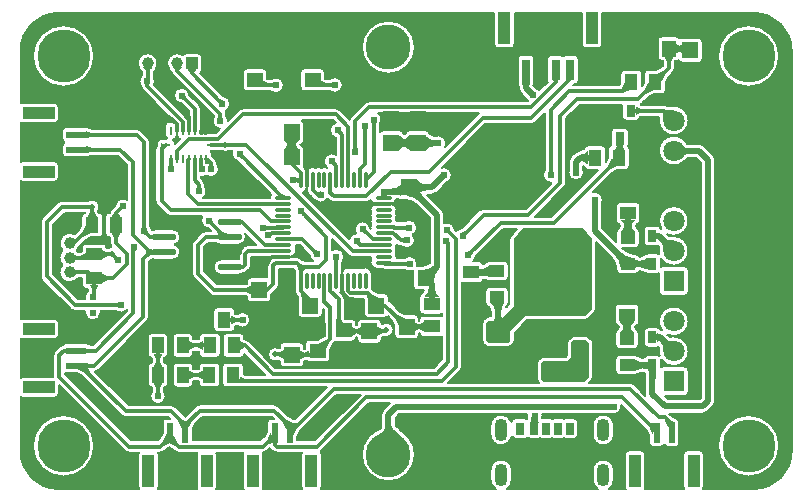
<source format=gtl>
G04 Layer: TopLayer*
G04 EasyEDA Pro v2.1.40, 2023-11-27 11:39:20*
G04 Gerber Generator version 0.3*
G04 Scale: 100 percent, Rotated: No, Reflected: No*
G04 Dimensions in millimeters*
G04 Leading zeros omitted, absolute positions, 3 integers and 5 decimals*
%FSLAX35Y35*%
%MOMM*%
%ADD8191C,0.2032*%
%ADD10R,1.37701X1.13254*%
%ADD11R,1.41X1.35001*%
%ADD12R,1.35001X1.41*%
%ADD13R,1.41X1.35001*%
%ADD14R,1.35001X1.41*%
%ADD15R,1.23X1.35999*%
%ADD16R,0.8X1.0*%
%ADD17R,1.8X1.8*%
%ADD18C,1.8052*%
%ADD19C,1.8*%
%ADD20R,1.4X1.2*%
%ADD21R,1.06401X2.33601*%
%ADD22R,5.4912X5.82602*%
%ADD23R,1.13254X1.37701*%
%ADD24R,1.13254X1.37701*%
%ADD25R,0.8X0.25001*%
%ADD26R,0.25001X0.8*%
%ADD27R,0.8X0.25001*%
%ADD28R,0.25001X0.8*%
%ADD29O,2.045X0.58801*%
%ADD30R,0.6X1.7*%
%ADD31R,1.0X2.69999*%
%ADD32C,3.79999*%
%ADD33R,0.8X1.0*%
%ADD34R,0.7X1.0*%
%ADD35O,1.1X1.9*%
%ADD36R,1.37701X1.13254*%
%ADD37R,0.7X1.8*%
%ADD38R,1.0X2.69999*%
%ADD39R,1.0X1.0*%
%ADD40C,1.0*%
%ADD41R,1.7X0.6*%
%ADD42R,2.69999X1.0*%
%ADD43R,1.0X1.0*%
%ADD44R,1.25001X1.0*%
%ADD45R,1.35999X1.23*%
%ADD46R,0.75001X1.0*%
%ADD47C,0.5*%
%ADD48R,1.0X1.39954*%
%ADD49O,0.27X1.5*%
%ADD50O,1.5X0.27*%
%ADD51C,4.5*%
%ADD52C,0.61*%
%ADD53C,0.3048*%
%ADD54C,0.508*%
%ADD55C,0.305*%
G75*


G04 Copper Start*
G36*
G01X1032945Y-4044986D02*
G03X1038527Y-4064186I35814J0D01*
G01X350000D01*
G02X35814Y-3750000I0J314186D01*
G01Y-3286687D01*
G03X53593Y-3291412I17779J31090D01*
G01X323592D01*
G03X359406Y-3255598I0J35814D01*
G01Y-3255597D01*
G01Y-3184968D01*
G01X916399Y-3741961D01*
G03X952500Y-3756914I36101J36101D01*
G01X1037839D01*
G03X1032945Y-3774986I30920J-18072D01*
G01Y-4044986D01*
G37*
%LPC*%
G36*
G01X400000Y-3960814D02*
G03X660814Y-3700000I0J260814D01*
G03X400000Y-3439186I-260814J0D01*
G03X139186Y-3700000I0J-260814D01*
G03X400000Y-3960814I260814J0D01*
G37*
%LPD*%
G36*
G01X6564187Y-3750000D02*
G02X6250000Y-4064186I-314186J0D01*
G01X5813790D01*
G03X5819356Y-4045011I-30248J19175D01*
G01Y-3775012D01*
G01Y-3775011D01*
G03X5783542Y-3739197I-35814J0D01*
G01X5683542D01*
G03X5647728Y-3775011I0J-35814D01*
G01Y-3775012D01*
G01Y-4045011D01*
G03X5653294Y-4064186I35814J0D01*
G01X5318779D01*
G03X5324361Y-4044986I-30232J19201D01*
G01Y-3774986D01*
G03X5288547Y-3739172I-35814J0D01*
G01X5188547D01*
G03X5152733Y-3774986I0J-35814D01*
G01Y-4044986D01*
G03X5158315Y-4064186I35814J0D01*
G01X5015830D01*
G03X5060016Y-3986257I-46628J77929D01*
G01Y-3906257D01*
G03X4969202Y-3815443I-90814J0D01*
G03X4878388Y-3906257I0J-90814D01*
G01Y-3986257D01*
G03X4922574Y-4064186I90814J0D01*
G01X4151849D01*
G03X4196035Y-3986257I-46628J77929D01*
G01Y-3906257D01*
G03X4105221Y-3815443I-90814J0D01*
G03X4014407Y-3906257I0J-90814D01*
G01Y-3986257D01*
G03X4058593Y-4064186I90814J0D01*
G01X2579392D01*
G03X2584960Y-4045007I-30246J19179D01*
G01Y-3775008D01*
G03X2574221Y-3749436I-35814J0D01*
G03X2583721Y-3741961I-26601J43576D01*
G01X2985327Y-3340354D01*
G01X3161836D01*
G01X3106315Y-3395875D01*
G03X3088386Y-3439160I43285J-43285D01*
G01Y-3515848D01*
G01X3088161Y-3524254D01*
G01X3087735Y-3529532D01*
G01X3087110Y-3534148D01*
G01X3086312Y-3538195D01*
G01X3085706Y-3540543D01*
G01X3085029Y-3542694D01*
G01X3084328Y-3544548D01*
G01X3083613Y-3546154D01*
G01X3082882Y-3547562D01*
G01X3082126Y-3548826D01*
G01X3081326Y-3549996D01*
G01X3080457Y-3551120D01*
G01X3079487Y-3552236D01*
G01X3078482Y-3553274D01*
G01X3076637Y-3554971D01*
G01X3074637Y-3556603D01*
G01X3071498Y-3558886D01*
G01X3065972Y-3562447D01*
G01X3041339Y-3576605D01*
G01X3040290Y-3577232D01*
G01X3027586Y-3585122D01*
G01X3025964Y-3586192D01*
G01X3021073Y-3589610D01*
G01X3020194Y-3590225D01*
G01X3016773Y-3592616D01*
G01X3015248Y-3593743D01*
G01X3013257Y-3595298D01*
G03X3008800Y-3598778I136743J-179703D01*
G01X3007225Y-3600008D01*
G01X3005703Y-3601266D01*
G01X3004668Y-3602170D01*
G03X2998221Y-3607803I145332J-172830D01*
G01X2997584Y-3608361D01*
G01X2996166Y-3609668D01*
G01X2995553Y-3610265D01*
G03X2989460Y-3616197I154448J-164735D01*
G01X2989352Y-3616302D01*
G01X2988097Y-3617586D01*
G03X2980640Y-3625639I161903J-157414D01*
G03X2924187Y-3775000I169360J-149362D01*
G03X3150001Y-4000814I225814J0D01*
G03X3375814Y-3775000I0J225814D01*
G03X3319361Y-3625639I-225814J0D01*
G03X3289118Y-3597129I-169360J-149362D01*
G01X3251532Y-3564739D01*
G01X3236217Y-3550398D01*
G01X3226890Y-3540658D01*
G01X3220688Y-3533344D01*
G01X3216942Y-3528318D01*
G01X3215059Y-3525474D01*
G01X3213480Y-3522794D01*
G01X3212308Y-3520492D01*
G01X3211524Y-3518640D01*
G01X3210943Y-3516879D01*
G01X3210923Y-3516800D01*
G01X3210859Y-3516480D01*
G01X3210833Y-3516302D01*
G01X3210829Y-3516260D01*
G01X3210814Y-3515779D01*
G01Y-3464516D01*
G01X3243556Y-3431774D01*
G01X4323988D01*
G03X4322806Y-3444240I65132J-12466D01*
G03X4326148Y-3465028I66314J0D01*
G02X4324647Y-3472462I-122053J20788D01*
G03X4307222Y-3467937I-17425J-31289D01*
G01X4227222D01*
G03X4191763Y-3498722I0J-35814D01*
G03X4105221Y-3435434I-86542J-27525D01*
G03X4014407Y-3526248I0J-90814D01*
G01Y-3606248D01*
G03X4105221Y-3697061I90814J0D01*
G03X4195061Y-3619509I0J90814D01*
G03X4227222Y-3639565I32161J15758D01*
G01X4307222D01*
G03X4329717Y-3631619I0J35814D01*
G03X4352212Y-3639565I22495J27868D01*
G01X4422212D01*
G03X4437212Y-3636272I0J35814D01*
G03X4452212Y-3639565I15000J32521D01*
G01X4522211D01*
G03X4537211Y-3636272I0J35814D01*
G03X4552211Y-3639565I15000J32521D01*
G01X4622211D01*
G03X4637211Y-3636272I0J35814D01*
G03X4652211Y-3639565I15000J32521D01*
G01X4722211D01*
G03X4758025Y-3603751I0J35814D01*
G01Y-3503751D01*
G03X4722211Y-3467937I-35814J0D01*
G01X4652211D01*
G03X4637211Y-3471229I0J-35814D01*
G03X4622211Y-3467937I-15000J-32521D01*
G01X4552211D01*
G03X4537211Y-3471229I0J-35814D01*
G03X4522211Y-3467937I-15000J-32521D01*
G01X4452212D01*
G01X4451756Y-3467940D01*
G01X4451587Y-3466497D01*
G03X4455434Y-3444240I-62467J22257D01*
G03X4454252Y-3431774I-66314J0D01*
G01X5038822D01*
G03X5057140Y-3434354I18318J63734D01*
G03X5123454Y-3368040I0J66314D01*
G03X5122772Y-3358553I-66314J0D01*
G01X5335882Y-3571663D01*
G02X5357721Y-3613782I-55498J-55498D01*
G01Y-3674996D01*
G03X5393535Y-3710810I35814J0D01*
G01X5453535D01*
G03X5486032Y-3690050I0J35814D01*
G03X5518528Y-3710810I32497J15053D01*
G01X5578528D01*
G03X5614342Y-3674996I0J35814D01*
G01Y-3504997D01*
G03X5588420Y-3470576I-35814J0D01*
G02X5549005Y-3447344I25262J87909D01*
G01X5528375Y-3426714D01*
G01X5811520D01*
G03X5854805Y-3408785I0J61214D01*
G01X5900525Y-3363065D01*
G03X5918454Y-3319780I-43285J43285D01*
G01Y-1282700D01*
G03X5900525Y-1239415I-61214J0D01*
G01X5821785Y-1160675D01*
G03X5778500Y-1142746I-43285J-43285D01*
G01X5689100D01*
G01X5686239Y-1142655D01*
G01X5684348Y-1142461D01*
G01X5683802Y-1142370D01*
G01X5683265Y-1142249D01*
G01X5682916Y-1142149D01*
G01X5682706Y-1142075D01*
G01X5682585Y-1142024D01*
G01X5682500Y-1141981D01*
G01X5682401Y-1141925D01*
G01X5682246Y-1141824D01*
G01X5682171Y-1141769D01*
G01X5681406Y-1141136D01*
G01X5680631Y-1140407D01*
G01X5679121Y-1138806D01*
G01X5671543Y-1129619D01*
G01X5671396Y-1129442D01*
G01X5663707Y-1120241D01*
G01X5662351Y-1118711D01*
G01Y-1118710D01*
G01X5657362Y-1113390D01*
G01X5655999Y-1112013D01*
G01X5654604Y-1110677D01*
G03X5651314Y-1107530I-88603J-89323D01*
G01X5650614Y-1106887D01*
G01X5650442Y-1106733D01*
G01X5649218Y-1105640D01*
G03X5566000Y-1074186I-83218J-94360D01*
G03X5440186Y-1200000I0J-125814D01*
G03X5566000Y-1325814I125814J0D01*
G03X5649218Y-1294360I0J125814D01*
G03X5654657Y-1289270I-83218J94360D01*
G01X5666477Y-1278152D01*
G01X5673220Y-1272044D01*
G01X5675980Y-1269823D01*
G01X5677948Y-1268417D01*
G01X5679092Y-1267690D01*
G01X5680199Y-1267067D01*
G01X5681192Y-1266582D01*
G01X5682115Y-1266201D01*
G01X5683024Y-1265895D01*
G01X5683989Y-1265643D01*
G01X5685083Y-1265436D01*
G01X5686380Y-1265281D01*
G01X5688320Y-1265178D01*
G01X5688715Y-1265174D01*
G01X5753144D01*
G01X5796026Y-1308056D01*
G01Y-3294424D01*
G01X5786164Y-3304286D01*
G01X5516836D01*
G01X5492364Y-3279814D01*
G01X5656040D01*
G03X5691854Y-3244000I0J35814D01*
G01Y-3064001D01*
G03X5656040Y-3028187I-35814J0D01*
G01X5476041D01*
G03X5458820Y-3032599I0J-35814D01*
G01Y-2967261D01*
G01X5458789Y-2965775D01*
G03X5566040Y-3025814I107251J65774D01*
G03X5691854Y-2900001I0J125814D01*
G03X5573919Y-2774434I-125814J0D01*
G03X5567112Y-2774191I-7879J-125567D01*
G01X5564234Y-2774095D01*
G01X5563041Y-2774075D01*
G01X5562011Y-2774090D01*
G01X5562010D01*
G01X5542892Y-2774640D01*
G01X5534841Y-2774769D01*
G01X5532318Y-2774666D01*
G01X5530918Y-2774537D01*
G01X5529755Y-2774366D01*
G01X5528886Y-2774183D01*
G01X5528004Y-2773932D01*
G01X5527839Y-2773873D01*
G01X5527488Y-2773728D01*
G01X5527121Y-2773554D01*
G01X5526707Y-2773330D01*
G01X5526221Y-2773032D01*
G01X5525820Y-2772757D01*
G01X5524557Y-2771773D01*
G01X5522920Y-2770302D01*
G01X5522552Y-2769943D01*
G01X5512431Y-2759821D01*
G03X5566040Y-2771814I53610J113820D01*
G03X5691854Y-2646001I0J125814D01*
G03X5566040Y-2520187I-125814J0D01*
G03X5440227Y-2646001I0J-125814D01*
G03X5467754Y-2724542I125814J0D01*
G03X5457205Y-2722111I-18971J-58200D01*
G03X5423006Y-2696929I-34200J-10632D01*
G01X5348005D01*
G03X5312191Y-2732743I0J-35814D01*
G01Y-2832742D01*
G03X5348005Y-2868556I35814J0D01*
G01X5423006D01*
G03X5440450Y-2864021I0J35814D01*
G01X5440522Y-2864454D01*
G01X5440661Y-2865724D01*
G01X5440790Y-2868108D01*
G01X5440756Y-2874615D01*
G01X5440130Y-2894489D01*
G01X5440112Y-2895616D01*
G01X5440123Y-2896481D01*
G01X5440230Y-2900936D01*
G03X5440332Y-2905150I125810J935D01*
G01X5440377Y-2906210D01*
G01X5440402Y-2906651D01*
G01X5440474Y-2907879D01*
G03X5446974Y-2940649I125567J7879D01*
G03X5423006Y-2931447I-23968J-26611D01*
G01X5348005D01*
G03X5314642Y-2954240I0J-35814D01*
G02X5297823Y-2955381I-42837J506925D01*
G02X5254308Y-2937587I10890J88738D01*
G03X5232514Y-2930192I-21794J-28419D01*
G01X5107513D01*
G03X5071699Y-2966006I0J-35814D01*
G01Y-3066006D01*
G03X5107513Y-3101820I35814J0D01*
G01X5232514D01*
G03X5252575Y-3095674I0J35814D01*
G02X5297378Y-3079118I56139J-83020D01*
G02X5314642Y-3080281I-25573J-508088D01*
G03X5321630Y-3091489I33363J13021D01*
G02X5324291Y-3143461I-506070J-51972D01*
G01Y-3259525D01*
G03X5326432Y-3275570I61214J0D01*
G01X5230401Y-3179539D01*
G03X5194300Y-3164586I-36101J-36101D01*
G01X4851344D01*
G01X4874625Y-3139217D01*
G03X4884052Y-3115002I-26387J24215D01*
G01Y-2829509D01*
G03X4873563Y-2804184I-35814J0D01*
G01X4852240Y-2782861D01*
G03X4826915Y-2772372I-25324J-25324D01*
G01X4717436D01*
G03X4692112Y-2782861I0J-35814D01*
G01X4673653Y-2801320D01*
G03X4663163Y-2826644I25324J-25324D01*
G01Y-2933064D01*
G01X4650726Y-2945502D01*
G01X4464742D01*
G03X4439418Y-2955992I0J-35814D01*
G01X4419050Y-2976360D01*
G03X4408560Y-3001684I25324J-25324D01*
G01X4408561Y-3001859D01*
G01X4409197Y-3132256D01*
G01Y-3133760D01*
G03X4419686Y-3159084I35814J0D01*
G01X4425188Y-3164586D01*
G01X3658935D01*
G01X3757201Y-3066321D01*
G03X3772154Y-3030220I-36101J36101D01*
G01Y-2321399D01*
G03X3781152Y-2322548I8998J34665D01*
G01X3918853D01*
G03X3954120Y-2292970I0J35814D01*
G01X3955586Y-2292854D01*
G02X3995581Y-2302341I-24274J-191386D01*
G03X4007512Y-2304387I11931J33768D01*
G01X4132513D01*
G03X4168327Y-2268573I0J35814D01*
G01Y-2168573D01*
G03X4132513Y-2132759I-35814J0D01*
G01X4007512D01*
G03X3979782Y-2145909I0J-35814D01*
G02X3953597Y-2164792I-48470J39615D01*
G03X3918853Y-2137666I-34744J-8688D01*
G01X3868517D01*
G03X3893759Y-2092003I-40737J52326D01*
G01X3893835Y-2091830D01*
G01X3894155Y-2091217D01*
G01X3894235Y-2091086D01*
G01X4123247Y-1862074D01*
G01X4237345D01*
G01X4182491Y-1927899D01*
G03X4174190Y-1950827I27513J-22928D01*
G01Y-2502949D01*
G01X4150059Y-2527080D01*
G02X4160280Y-2511207I75993J-37708D01*
G03X4168327Y-2488587I-27767J22620D01*
G01Y-2388588D01*
G03X4132513Y-2352774I-35814J0D01*
G01X4007512D01*
G03X3971698Y-2388588I0J-35814D01*
G01Y-2488587D01*
G03X4002652Y-2524070I35814J0D01*
G02X4018790Y-2564787I-43298J-40717D01*
G01Y-2599305D01*
G02X4018562Y-2604509I-59436J0D01*
G01X4002544D01*
G03X3977219Y-2614999I0J-35814D01*
G01X3954999Y-2637219D01*
G03X3944510Y-2662543I25324J-25324D01*
G01Y-2808878D01*
G03X3954999Y-2834202I35814J0D01*
G01X3973083Y-2852285D01*
G03X3998407Y-2862775I25324J25324D01*
G01X4164618D01*
G03X4189942Y-2852285I0J35814D01*
G01X4207708Y-2834519D01*
G03X4218198Y-2809195I-25324J25324D01*
G01Y-2741306D01*
G01X4324735Y-2635817D01*
G01X4813680D01*
G03X4839004Y-2625328I0J35814D01*
G01X4897881Y-2566451D01*
G03X4908371Y-2541126I-25324J25324D01*
G01Y-1976060D01*
G01X5037178Y-2104867D01*
G02X5080569Y-2189984I-109380J-109380D01*
G01Y-2210003D01*
G03X5116383Y-2245817I35814J0D01*
G01X5241384D01*
G03X5274748Y-2223024I0J35814D01*
G02X5285352Y-2222239I42837J-506925D01*
G02X5327749Y-2237629I-14820J-106922D01*
G03X5346732Y-2243074I18983J30369D01*
G01X5421733D01*
G03X5440227Y-2237930I0J35814D01*
G01Y-2394000D01*
G03X5476041Y-2429814I35814J0D01*
G01X5656040D01*
G03X5691854Y-2394000I0J35814D01*
G01Y-2214000D01*
G03X5656040Y-2178186I-35814J0D01*
G01X5476041D01*
G03X5457547Y-2183330I0J-35814D01*
G01Y-2113705D01*
G03X5566040Y-2175814I108493J63705D01*
G03X5691854Y-2050000I0J125814D01*
G03X5573919Y-1924433I-125814J0D01*
G03X5567112Y-1924191I-7879J-125567D01*
G01X5564234Y-1924095D01*
G01X5563041Y-1924075D01*
G01X5562011Y-1924090D01*
G01X5542892Y-1924640D01*
G01X5534841Y-1924768D01*
G01X5532318Y-1924665D01*
G01X5530918Y-1924536D01*
G01X5529755Y-1924366D01*
G01X5528886Y-1924182D01*
G01X5528004Y-1923931D01*
G01X5527839Y-1923873D01*
G01X5527488Y-1923728D01*
G01X5527121Y-1923553D01*
G01X5526707Y-1923329D01*
G01X5526221Y-1923031D01*
G01X5525820Y-1922757D01*
G01X5524557Y-1921772D01*
G01X5522920Y-1920302D01*
G01X5522552Y-1919942D01*
G01X5512431Y-1909820D01*
G03X5566040Y-1921814I53610J113820D01*
G03X5691854Y-1796000I0J125814D01*
G03X5566040Y-1670186I-125814J0D01*
G03X5440227Y-1796000I0J-125814D01*
G03X5461406Y-1865862I125814J0D01*
G03X5456501Y-1864148I-22623J-56880D01*
G03X5421733Y-1836928I-34768J-8594D01*
G01X5346732D01*
G03X5310918Y-1872742I0J-35814D01*
G01Y-1972742D01*
G03X5346732Y-2008556I35814J0D01*
G01X5421733D01*
G03X5435341Y-2005870I0J35814D01*
G01X5435714Y-2006243D01*
G01X5437452Y-2008094D01*
G01X5438554Y-2009441D01*
G01X5438887Y-2009902D01*
G01X5439231Y-2010434D01*
G01X5439489Y-2010881D01*
G01X5439686Y-2011268D01*
G01X5439843Y-2011623D01*
G01X5439901Y-2011773D01*
G01X5440160Y-2012607D01*
G01X5440346Y-2013396D01*
G01X5440522Y-2014453D01*
G01X5440661Y-2015723D01*
G01X5440790Y-2018107D01*
G01X5440756Y-2024614D01*
G01X5440130Y-2044488D01*
G01X5440112Y-2045616D01*
G01X5440123Y-2046480D01*
G01X5440230Y-2050935D01*
G03X5440332Y-2055149I125810J935D01*
G01X5440377Y-2056209D01*
G01X5440402Y-2056650D01*
G01X5440474Y-2057879D01*
G03X5443588Y-2078887I125567J7879D01*
G03X5421733Y-2071446I-21854J-28373D01*
G01X5346732D01*
G03X5323962Y-2079617I0J-35814D01*
G02X5284103Y-2097686I-53429J64863D01*
G02X5274748Y-2096983I33482J507629D01*
G03X5241384Y-2074189I-33363J-13021D01*
G01X5221365D01*
G02X5136248Y-2030798I24262J152771D01*
G01X5131253Y-2025802D01*
G01X5241384D01*
G03X5277198Y-1989988I0J35814D01*
G01Y-1889989D01*
G03X5259461Y-1859071I-35814J0D01*
G02X5245210Y-1838572I43267J45283D01*
G02X5256762Y-1821416I54324J-24115D01*
G03X5284667Y-1786487I-7909J34930D01*
G01Y-1673233D01*
G03X5248853Y-1637419I-35814J0D01*
G01X5111152D01*
G03X5075338Y-1673233I0J-35814D01*
G01Y-1786487D01*
G03X5100181Y-1820579I35814J0D01*
G02X5112558Y-1838572I-41947J-42108D01*
G02X5098307Y-1859071I-57519J24783D01*
G03X5080569Y-1889989I18077J-30917D01*
G01Y-1975119D01*
G01X4960874Y-1855424D01*
G01Y-1640943D01*
G03X4965974Y-1615440I-61214J25503D01*
G03X4899660Y-1549126I-66314J0D01*
G03X4881599Y-1551633I0J-66314D01*
G01X5045700Y-1387532D01*
G02X5087819Y-1365693I55498J-55498D01*
G01X5156629D01*
G03X5192443Y-1329879I0J35814D01*
G01Y-1192178D01*
G03X5178760Y-1164020I-35814J0D01*
G03X5185812Y-1142680I-28762J21339D01*
G01Y-1042681D01*
G03X5149998Y-1006867I-35814J0D01*
G01X5069998D01*
G03X5034184Y-1042681I0J-35814D01*
G01Y-1142680D01*
G03X5037133Y-1156912I35814J0D01*
G03X5007562Y-1192178I6243J-35266D01*
G01Y-1260988D01*
G02X4992444Y-1295451I-77337J13379D01*
G01Y-1192178D01*
G03X4956630Y-1156364I-35814J0D01*
G01X4843376D01*
G03X4808535Y-1183887I0J-35814D01*
G02X4771472Y-1199814I-37063J35159D01*
G03X4728187Y-1217743I0J-61214D01*
G01X4696355Y-1249575D01*
G03X4678426Y-1292860I43285J-43285D01*
G01Y-1361337D01*
G03X4673326Y-1386840I61214J-25503D01*
G03X4739640Y-1453154I66314J0D01*
G03X4805954Y-1386840I0J66314D01*
G03X4800854Y-1361337I-66314J0D01*
G01Y-1331537D01*
G02X4808535Y-1338170I-29382J-41792D01*
G03X4843376Y-1365693I34841J8291D01*
G01X4923137D01*
G01X4528863Y-1759966D01*
G01X4390455D01*
G01X4641121Y-1509301D01*
G03X4656074Y-1473200I-36101J36101D01*
G01Y-927927D01*
G01X4768407Y-815594D01*
G01X5129190D01*
G01Y-912678D01*
G03X5165004Y-948492I35814J0D01*
G01X5245004D01*
G03X5280635Y-916289I0J35814D01*
G02X5290754Y-913743I10119J-18827D01*
G01X5442537D01*
G01X5441351Y-928921D01*
G03X5440186Y-946000I124649J-17079D01*
G03X5440433Y-953879I125814J0D01*
G03X5566000Y-1071814I125567J7879D01*
G03X5691814Y-946000I0J125814D01*
G03X5573879Y-820433I-125814J0D01*
G03X5566000Y-820186I-7879J-125567D01*
G03X5548125Y-821462I0J-125814D01*
G01X5531097Y-822879D01*
G01X5521518Y-823251D01*
G01X5518083Y-823189D01*
G01X5515232Y-822978D01*
G01X5514695Y-822898D01*
G03X5482679Y-811614I-32017J-39780D01*
G01X5290754D01*
G02X5284782Y-810763I0J21374D01*
G03X5299205Y-800641I-21678J46223D01*
G01X5353342Y-746504D01*
G02X5395460Y-724665I55498J-55498D01*
G01X5464271D01*
G03X5500085Y-688851I0J35814D01*
G01Y-620040D01*
G02X5521924Y-577922I77337J-13379D01*
G01X5562236Y-537610D01*
G03X5577189Y-501509I-36101J36101D01*
G01Y-451059D01*
G02X5579628Y-441153I21336J0D01*
G01X5587635D01*
G03X5606557Y-435746I0J35814D01*
G03X5639880Y-458434I33322J13125D01*
G01X5774880D01*
G01X5774881D01*
G03X5810695Y-422620I0J35814D01*
G01Y-281620D01*
G03X5774881Y-245806I-35814J0D01*
G01X5774880D01*
G01X5639880D01*
G03X5619184Y-252391I0J-35814D01*
G03X5587635Y-233526I-31549J-16949D01*
G01X5464635D01*
G03X5428821Y-269340I0J-35814D01*
G01Y-405339D01*
G03X5464635Y-441153I35814J0D01*
G01X5472642D01*
G02X5475081Y-451059I-18897J-9906D01*
G01Y-480362D01*
G01X5461946Y-493497D01*
G02X5419828Y-515336I-55498J55498D01*
G01X5351017D01*
G03X5315203Y-551150I0J-35814D01*
G01Y-619960D01*
G02X5300085Y-654423I-77337J13379D01*
G01Y-551150D01*
G03X5264271Y-515336I-35814J0D01*
G01X5151018D01*
G03X5115204Y-551150I0J-35814D01*
G01Y-619960D01*
G02X5104875Y-647446I-77337J13379D01*
G01X4712273D01*
G01X4710495D01*
G01X4717124Y-640817D01*
G01X4725563D01*
G03X4761377Y-605003I0J35814D01*
G01Y-425003D01*
G03X4725563Y-389189I-35814J0D01*
G01X4655563D01*
G03X4628066Y-402056I0J-35814D01*
G03X4600569Y-389189I-27497J-22947D01*
G01X4530569D01*
G03X4494755Y-425003I0J-35814D01*
G01Y-605003D01*
G03X4497729Y-619290I35814J0D01*
G01X4425831Y-691188D01*
G03X4396592Y-667662I-54491J-37792D01*
G01X4378138Y-649208D01*
G02X4384979Y-614890I209832J-23989D01*
G03X4386371Y-605003I-34422J9887D01*
G01Y-425003D01*
G03X4350557Y-389189I-35814J0D01*
G01X4280557D01*
G03X4244743Y-425003I0J-35814D01*
G01Y-605003D01*
G03X4246135Y-614890I35814J0D01*
G02X4254343Y-673197I-202990J-58307D01*
G03X4272272Y-716482I61214J0D01*
G01X4310022Y-754232D01*
G03X4331633Y-782092I61318J25252D01*
G01X2989554D01*
G03X2953453Y-797046I0J-51054D01*
G01X2834099Y-916399D01*
G03X2821242Y-938021I36101J-36101D01*
G01X2741201Y-857979D01*
G03X2705100Y-843026I-36101J-36101D01*
G01X1917700D01*
G03X1881599Y-857979I0J-51054D01*
G01X1793406Y-946173D01*
G03X1778565Y-908017I-66206J-3787D01*
G01X1778496Y-907841D01*
G01X1778290Y-907182D01*
G01X1778254Y-907033D01*
G01Y-892619D01*
G03X1769618Y-864207I-51054J0D01*
G03X1811294Y-802640I-24638J61567D01*
G03X1751643Y-736661I-66314J0D01*
G01X1751470Y-736585D01*
G01X1750857Y-736265D01*
G01X1750726Y-736185D01*
G01X1557165Y-542623D01*
G03X1573319Y-512688I-19660J29936D01*
G01Y-412688D01*
G03X1537505Y-376874I-35814J0D01*
G01X1437505D01*
G03X1409229Y-390708I0J-35814D01*
G03X1362512Y-376877I-46718J-71982D01*
G03X1276698Y-462690I0J-85814D01*
G03X1298151Y-519451I85814J0D01*
G03X1301623Y-523160I64360J56761D01*
G01X1302083Y-523648D01*
G01X1303807Y-525355D01*
G01X1308859Y-530031D01*
G01X1309352Y-530479D01*
G01X1311666Y-532542D01*
G03X1326411Y-564031I50845J4612D01*
G01X1673471Y-911091D01*
G03X1660886Y-949960I53729J-38869D01*
G03X1723413Y-1016166I66314J0D01*
G01X1689811Y-1049768D01*
G01X1558531D01*
G01Y-1046840D01*
G03X1561271Y-1030342I-48315J16499D01*
G01Y-844737D01*
G03X1546317Y-808636I-51054J0D01*
G01X1465995Y-728314D01*
G01X1465754Y-727889D01*
G01X1465519Y-727399D01*
G03X1399540Y-667746I-65979J-6661D01*
G03X1333226Y-734060I0J-66314D01*
G03X1392877Y-800039I66314J0D01*
G01X1393050Y-800115D01*
G01X1393663Y-800435D01*
G01X1393794Y-800515D01*
G01X1459163Y-865884D01*
G01Y-943577D01*
G03X1446318Y-921996I-48946J-14520D01*
G01X1166540Y-642219D01*
G03X1173754Y-612140I-59100J30079D01*
G03X1163553Y-576801I-66314J0D01*
G01Y-570616D01*
G01Y-533149D01*
G01X1171183Y-525512D01*
G01X1171998Y-524670D01*
G01X1173824Y-522719D01*
G03X1176860Y-519451I-61324J60028D01*
G03X1198313Y-462690I-64360J56761D01*
G03X1112499Y-376877I-85814J0D01*
G03X1026686Y-462690I0J-85814D01*
G03X1048139Y-519451I85814J0D01*
G03X1051175Y-522719I64360J56761D01*
G01X1053001Y-524670D01*
G01X1053816Y-525512D01*
G01X1061445Y-533149D01*
G01Y-564185D01*
G01X1059473Y-566315D01*
G01X1059135Y-566685D01*
G01X1058460Y-567435D01*
G01X1057704Y-568277D01*
G03X1041126Y-612140I49736J-43863D01*
G03X1056075Y-654083I66314J0D01*
G01X1056144Y-654259D01*
G01X1056350Y-654918D01*
G01X1056386Y-655067D01*
G01Y-655320D01*
G03X1071339Y-691421I51054J0D01*
G01X1337757Y-957839D01*
G03X1322718Y-954528I-15040J-32503D01*
G01X1297716D01*
G03X1261902Y-990342I0J-35814D01*
G01Y-1070342D01*
G03X1277847Y-1100138I35814J0D01*
G03X1268510Y-1099277I-9337J-50193D01*
G03X1252012Y-1102017I0J-51054D01*
G01X1228510D01*
G03X1192696Y-1137831I0J-35814D01*
G01Y-1138133D01*
G01Y-1153953D01*
G03X1178306Y-1189481I36664J-35529D01*
G01Y-1628140D01*
G03X1193259Y-1664241I51054J0D01*
G01X1271999Y-1742981D01*
G03X1308100Y-1757934I36101J36101D01*
G01X1574546D01*
G03X1564366Y-1793240I56134J-35306D01*
G03X1624062Y-1859223I66314J0D01*
G01X1624311Y-1859332D01*
G01X1624943Y-1859659D01*
G01X1625035Y-1859715D01*
G01X1646755Y-1881435D01*
G01X1603191D01*
G03X1567090Y-1896389I0J-51054D01*
G01X1500599Y-1962879D01*
G03X1485646Y-1998980I36101J-36101D01*
G01Y-2242820D01*
G03X1500599Y-2278921I51054J0D01*
G01X1640299Y-2418621D01*
G03X1676400Y-2433574I36101J36101D01*
G01X1941719D01*
G02X1951625Y-2436013I0J-21336D01*
G01Y-2450360D01*
G03X1987439Y-2486174I35814J0D01*
G01X2122440D01*
G03X2158254Y-2450360I0J35814D01*
G01Y-2419932D01*
G03X2162720Y-2415960I-31634J40072D01*
G01X2212960Y-2365721D01*
G03X2227914Y-2329620I-36101J36101D01*
G01Y-2201330D01*
G01X2258917D01*
G01X2258918D01*
G01X2349022D01*
G01X2350251Y-2203626D01*
G01X2352658Y-2208789D01*
G01X2354827Y-2214159D01*
G01X2356649Y-2219454D01*
G01X2358033Y-2224369D01*
G01X2358972Y-2228802D01*
G01X2359252Y-2230744D01*
G01X2359396Y-2232568D01*
G01X2359406Y-2233043D01*
G01Y-2287757D01*
G03X2357851Y-2300263I49499J-12506D01*
G01Y-2390503D01*
G03X2372804Y-2426603I51054J0D01*
G01X2382625Y-2436424D01*
G03X2381583Y-2444999I34772J-8575D01*
G01Y-2452877D01*
G01Y-2580000D01*
G03X2417397Y-2615814I35814J0D01*
G01X2558397D01*
G03X2594211Y-2580000I0J35814D01*
G01Y-2539773D01*
G01X2603326Y-2548887D01*
G01Y-2772574D01*
G01X2597444Y-2778456D01*
G02X2555326Y-2800295I-55498J55498D01*
G01X2481992D01*
G03X2446178Y-2836109I0J-35814D01*
G01Y-2876507D01*
G02X2441206Y-2878367I-9906J18897D01*
G02X2436234Y-2876507I4934J20758D01*
G01Y-2859499D01*
G03X2400420Y-2823685I-35814J0D01*
G01X2265419D01*
G03X2229605Y-2859499I0J-35814D01*
G01Y-2872553D01*
G02X2222594Y-2874795I-9906J18897D01*
G03X2189857Y-2865232I-32736J-51251D01*
G03X2129043Y-2926046I0J-60814D01*
G03X2189857Y-2986860I60814J0D01*
G03X2222594Y-2977297I0J60814D01*
G02X2229605Y-2979539I-2894J-21139D01*
G01Y-3000500D01*
G03X2265419Y-3036314I35814J0D01*
G01X2400420D01*
G03X2436234Y-3000500I0J35814D01*
G01Y-2983493D01*
G02X2444039Y-2981157I9906J-18897D01*
G02X2457036Y-2981796I-7767J-290810D01*
G03X2481992Y-2991923I24957J25687D01*
G01X2621992D01*
G03X2657806Y-2956109I0J35814D01*
G01Y-2882776D01*
G02X2679645Y-2840657I77337J-13379D01*
G01X2690480Y-2829822D01*
G03X2699892Y-2816854I-36101J36101D01*
G01X2702007Y-2816917D01*
G01X2842007D01*
G03X2877738Y-2783537I0J35814D01*
G02X2882205Y-2781781I9989J-18853D01*
G02X2886590Y-2783493I-5522J-20609D01*
G01Y-2800500D01*
G03X2922404Y-2836314I35814J0D01*
G01X3057405D01*
G03X3093219Y-2800500I0J35814D01*
G01Y-2783493D01*
G02X3103125Y-2781054I9906J-18897D01*
G01X3121285D01*
G03X3138914Y-2777914I0J51054D01*
G03X3194799Y-2717300I-4929J60614D01*
G03X3133985Y-2656486I-60814J0D01*
G03X3093761Y-2671690I0J-60814D01*
G01X3093219Y-2672174D01*
G01Y-2659500D01*
G03X3057405Y-2623686I-35814J0D01*
G01X2922404D01*
G03X2886590Y-2659500I0J-35814D01*
G01Y-2676507D01*
G02X2882205Y-2678219I-9906J18897D01*
G02X2877821Y-2676507I5522J20609D01*
G01Y-2661103D01*
G03X2842007Y-2625289I-35814J0D01*
G01X2781533D01*
G02X2779094Y-2615383I18897J9906D01*
G01Y-2459626D01*
G03X2764140Y-2423525I-51054J0D01*
G01X2740358Y-2399743D01*
G03X2757850Y-2367778I-31454J37980D01*
G01Y-2390503D01*
G03X2772803Y-2426603I51054J0D01*
G01X2790220Y-2444021D01*
G03X2826321Y-2458974I36101J36101D01*
G01X2941626D01*
G01Y-2462361D01*
G01Y-2580000D01*
G03X2977440Y-2615814I35814J0D01*
G01X3118440D01*
G03X3144609Y-2604450I0J35814D01*
G01X3179766Y-2639608D01*
G02X3201606Y-2681726I-55498J-55498D01*
G01Y-2763060D01*
G03X3237420Y-2798874I35814J0D01*
G01X3372421D01*
G03X3408235Y-2763060I0J35814D01*
G01Y-2746053D01*
G01X3410383Y-2745074D01*
G01X3412532Y-2746053D01*
G03X3448345Y-2781623I35813J245D01*
G01X3586046D01*
G03X3606546Y-2775175I0J35814D01*
G01Y-2968433D01*
G01X3537393Y-3037586D01*
G01X2192847D01*
G01X1969586Y-2814324D01*
G03X1933485Y-2799371I-36101J-36101D01*
G01X1931831Y-2799151D01*
G01Y-2781575D01*
G03X1896017Y-2745761I-35814J0D01*
G01X1782763D01*
G03X1746949Y-2781575I0J-35814D01*
G01Y-2919276D01*
G03X1782763Y-2955090I35814J0D01*
G01X1896017D01*
G03X1931792Y-2920933I0J35814D01*
G01X2109405Y-3098546D01*
G01X1937854D01*
G02X1927948Y-3096107I0J21336D01*
G01Y-3031575D01*
G03X1892134Y-2995761I-35814J0D01*
G01X1778880D01*
G03X1743066Y-3031575I0J-35814D01*
G01Y-3169276D01*
G03X1778880Y-3205090I35814J0D01*
G01X1892134D01*
G03X1905648Y-3202442I0J35814D01*
G02X1937854Y-3200654I32206J-289125D01*
G01X2631270D01*
G01X2359351Y-3472573D01*
G03X2344133Y-3469179I-15218J-32420D01*
G01X2342460D01*
G02X2300341Y-3447340I13379J77337D01*
G01X2217961Y-3364959D01*
G03X2181860Y-3350006I-36101J-36101D01*
G01X1554480D01*
G03X1518379Y-3364959I0J-51054D01*
G01X1435995Y-3447344D01*
G02X1430251Y-3452953I-239172J239172D01*
G02X1424045Y-3447344I52388J64203D01*
G01X1349281Y-3372579D01*
G03X1313180Y-3357626I-36101J-36101D01*
G01X952646D01*
G01X666258Y-3071238D01*
G03X695977Y-3056685I-6382J50654D01*
G01X1110521Y-2642141D01*
G03X1125474Y-2606040I-36101J36101D01*
G01Y-2140805D01*
G01X1137835Y-2128444D01*
G01X1139188Y-2127199D01*
G01X1140622Y-2126056D01*
G01X1142483Y-2124743D01*
G01X1146596Y-2122202D01*
G01X1151275Y-2119698D01*
G01X1152667Y-2119049D01*
G03X1179229Y-2124704I26562J59560D01*
G01X1324929D01*
G03X1390143Y-2059489I0J65215D01*
G03X1339784Y-1995989I-65214J0D01*
G03X1390143Y-1932489I-14855J63500D01*
G03X1324929Y-1867275I-65214J0D01*
G01X1179229D01*
G03X1149003Y-1874702I0J-65214D01*
G01X1148495Y-1874194D01*
G01X1148254Y-1873769D01*
G01X1148019Y-1873279D01*
G03X1133405Y-1837998I-65979J-6661D01*
G01X1133336Y-1837822D01*
G01X1133130Y-1837162D01*
G01X1133094Y-1837013D01*
G01Y-1130300D01*
G03X1118141Y-1094199I-51054J0D01*
G01X1055271Y-1031330D01*
G03X1019171Y-1016377I-36101J-36101D01*
G01X639347D01*
G02X614569Y-1008377I0J42377D01*
G03X593627Y-1001617I-20941J-29053D01*
G01X423628D01*
G03X387814Y-1037431I0J-35814D01*
G01Y-1097431D01*
G03X408574Y-1129927I35814J0D01*
G03X387814Y-1162424I15053J-32497D01*
G01Y-1222424D01*
G03X423628Y-1258238I35814J0D01*
G01X593627D01*
G03X614569Y-1251477I0J35814D01*
G02X639347Y-1243478I24779J-34377D01*
G01X858857D01*
G01X937006Y-1321627D01*
G01Y-1615186D01*
G03X901700Y-1605006I-35306J-56134D01*
G03X835721Y-1664657I0J-66314D01*
G01X835645Y-1664830D01*
G01X835325Y-1665443D01*
G01X835245Y-1665574D01*
G01X807634Y-1693184D01*
G03X792834Y-1725336I36101J-36101D01*
G01X787108D01*
G03X751294Y-1761150I0J-35814D01*
G01Y-1898851D01*
G03X787108Y-1934665I35814J0D01*
G01X789787D01*
G02X792226Y-1944571I-18897J-9906D01*
G01Y-1981200D01*
G03X806118Y-2016208I51054J0D01*
G03X772610Y-2028907I3842J-60692D01*
G02X763995Y-2026507I1291J21297D01*
G01Y-2023374D01*
G03X728181Y-1987560I-35814J0D01*
G01X590480D01*
G03X554666Y-2023374I0J-35814D01*
G01Y-2053036D01*
G02X544760Y-2055475I-9906J18897D01*
G01X521585D01*
G01X513949Y-2047846D01*
G01X513106Y-2047031D01*
G01X511155Y-2045205D01*
G01X509920Y-2044020D01*
G03X529521Y-2016415I-58793J62509D01*
G01X555910Y-1990026D01*
G01X589433Y-1956504D01*
G02X631552Y-1934665I55498J-55498D01*
G01X700362D01*
G03X736176Y-1898851I0J35814D01*
G01Y-1761150D01*
G03X700362Y-1725336I-35814J0D01*
G01X696072D01*
G02X693633Y-1715430I18897J9906D01*
G01Y-1708901D01*
G01Y-1707908D01*
G03X703393Y-1674865I-51054J33043D01*
G03X642579Y-1614051I-60814J0D01*
G03X609536Y-1623811I0J-60814D01*
G01X608543D01*
G01X390155D01*
G03X354054Y-1638764I0J-51054D01*
G01X220439Y-1772379D01*
G03X205486Y-1808480I36101J-36101D01*
G01Y-2265680D01*
G03X220439Y-2301781I51054J0D01*
G01X464279Y-2545621D01*
G03X500380Y-2560574I36101J36101D01*
G01X582564D01*
G03X581386Y-2573020I65136J-12446D01*
G03X647700Y-2639334I66314J0D01*
G03X714014Y-2573020I0J66314D01*
G03X712836Y-2560574I-66314J0D01*
G01X847254D01*
G01X849992Y-2560608D01*
G03X889000Y-2573294I39008J53628D01*
G03X939546Y-2549906I0J66314D01*
G01Y-2554413D01*
G01X649422Y-2844537D01*
G01X639327D01*
G02X622206Y-2844032I0J290913D01*
G03X593607Y-2829777I-28599J-21558D01*
G01X423607D01*
G03X394287Y-2845025I0J-35814D01*
G03X365229Y-2859490I7042J-50566D01*
G01X327119Y-2897599D01*
G03X312166Y-2933700I36101J-36101D01*
G01Y-3116580D01*
G03X312267Y-3119784I51054J0D01*
G01X53593D01*
G03X35814Y-3124508I0J-35814D01*
G01Y-2791677D01*
G03X53618Y-2796416I17804J31075D01*
G01X323618D01*
G03X359432Y-2760602I0J35814D01*
G01Y-2660603D01*
G03X323618Y-2624789I-35814J0D01*
G01X53618D01*
G03X35814Y-2629528I0J-35814D01*
G01Y-1458516D01*
G03X53613Y-1463252I17799J31078D01*
G01X323613D01*
G03X359427Y-1427438I0J35814D01*
G01Y-1327438D01*
G03X323613Y-1291624I-35814J0D01*
G01X53613D01*
G03X35814Y-1296360I0J-35814D01*
G01Y-963506D01*
G03X53638Y-968256I17824J31063D01*
G01X323638D01*
G03X359452Y-932442I0J35814D01*
G01Y-832443D01*
G03X323638Y-796629I-35814J0D01*
G01X53638D01*
G03X35814Y-801379I0J-35814D01*
G01Y-350000D01*
G02X350000Y-35814I314186J0D01*
G01X4046736D01*
G01Y-299991D01*
G03X4082550Y-335805I35814J0D01*
G01X4182550D01*
G03X4218364Y-299991I0J35814D01*
G01Y-35814D01*
G01X4787756D01*
G01Y-299991D01*
G03X4823570Y-335805I35814J0D01*
G01X4923570D01*
G03X4959384Y-299991I0J35814D01*
G01Y-35814D01*
G01X6250000D01*
G02X6564187Y-350000I0J-314186D01*
G01Y-3750000D01*
G37*
%LPC*%
G36*
G01X6200000Y-3960814D02*
G03X6460814Y-3700000I0J260814D01*
G03X6200000Y-3439186I-260814J0D01*
G03X5939186Y-3700000I0J-260814D01*
G03X6200000Y-3960814I260814J0D01*
G37*
G36*
G01X400000Y-660814D02*
G03X660814Y-400000I0J260814D01*
G03X400000Y-139186I-260814J0D01*
G03X139186Y-400000I0J-260814D01*
G03X400000Y-660814I260814J0D01*
G37*
G36*
G01X6200000Y-660814D02*
G03X6460814Y-400000I0J260814D01*
G03X6200000Y-139186I-260814J0D01*
G03X5939186Y-400000I0J-260814D01*
G03X6200000Y-660814I260814J0D01*
G37*
G36*
G01X2924187Y-325000D02*
G03X3150001Y-550814I225814J0D01*
G03X3375814Y-325000I0J225814D01*
G03X3150001Y-99186I-225814J0D01*
G03X2924187Y-325000I0J-225814D01*
G37*
G36*
G01X1198880Y-3347994D02*
G03X1265194Y-3281680I0J66314D01*
G03X1251392Y-3241182I-66314J0D01*
G01X1251344Y-3240307D01*
G01X1251339Y-3239918D01*
G01Y-3216122D01*
G02X1253874Y-3206036I21336J0D01*
G03X1286099Y-3170402I-3589J35634D01*
G01Y-3030448D01*
G03X1252180Y-2994685I-35814J0D01*
G02X1249715Y-2984728I18871J9956D01*
G01Y-2966122D01*
G02X1252250Y-2956036I21336J0D01*
G03X1284475Y-2920402I-3589J35634D01*
G01Y-2780448D01*
G03X1248661Y-2744634I-35814J0D01*
G01X1148661D01*
G03X1112847Y-2780448I0J-35814D01*
G01Y-2920402D01*
G03X1145072Y-2956036I35814J0D01*
G02X1147607Y-2966122I-18801J-10086D01*
G01Y-2984728D01*
G02X1144953Y-2995033I-21336J0D01*
G03X1114471Y-3030448I5332J-35415D01*
G01Y-3170402D01*
G03X1146697Y-3206036I35814J0D01*
G02X1149231Y-3216122I-18801J-10086D01*
G01Y-3237426D01*
G01X1149009Y-3237848D01*
G01X1148803Y-3238180D01*
G01X1148671Y-3238360D01*
G03X1132566Y-3281680I50209J-43320D01*
G03X1198880Y-3347994I66314J0D01*
G37*
G36*
G01X1458719Y-2956216D02*
G03X1494533Y-2920402I0J35814D01*
G01Y-2903918D01*
G02X1504439Y-2901479I9906J-18897D01*
G01X1537043D01*
G02X1546949Y-2903918I0J-21336D01*
G01Y-2919276D01*
G03X1582763Y-2955090I35814J0D01*
G01X1696017D01*
G03X1731831Y-2919276I0J35814D01*
G01Y-2781575D01*
G03X1696017Y-2745761I-35814J0D01*
G01X1582763D01*
G03X1546949Y-2781575I0J-35814D01*
G01Y-2796932D01*
G02X1537043Y-2799371I-9906J18897D01*
G01X1504439D01*
G02X1494533Y-2796932I0J21336D01*
G01Y-2780448D01*
G03X1458719Y-2744634I-35814J0D01*
G01X1358719D01*
G03X1322905Y-2780448I0J-35814D01*
G01Y-2920402D01*
G03X1358719Y-2956216I35814J0D01*
G01X1458719D01*
G37*
G36*
G01X1460343Y-3206216D02*
G03X1496157Y-3170402I0J35814D01*
G01Y-3153918D01*
G02X1506063Y-3151479I9906J-18897D01*
G01X1533161D01*
G02X1543067Y-3153918I0J-21336D01*
G01Y-3169276D01*
G03X1578881Y-3205090I35814J0D01*
G01X1692134D01*
G03X1727948Y-3169276I0J35814D01*
G01Y-3031575D01*
G03X1692134Y-2995761I-35814J0D01*
G01X1578881D01*
G03X1543067Y-3031575I0J-35814D01*
G01Y-3046932D01*
G02X1533161Y-3049371I-9906J18897D01*
G01X1506063D01*
G02X1496157Y-3046932I0J21336D01*
G01Y-3030448D01*
G03X1460343Y-2994634I-35814J0D01*
G01X1360343D01*
G03X1324529Y-3030448I0J-35814D01*
G01Y-3170402D01*
G03X1360343Y-3206216I35814J0D01*
G01X1460343D01*
G37*
G36*
G01X5232514Y-2881805D02*
G03X5268328Y-2845991I0J35814D01*
G01Y-2745991D01*
G03X5250590Y-2715074I-35814J0D01*
G02X5237290Y-2696675I43267J45283D01*
G02X5248081Y-2681362I53373J-26153D01*
G03X5275166Y-2646628I-8729J34734D01*
G01Y-2533374D01*
G03X5239352Y-2497560I-35814J0D01*
G01X5101651D01*
G03X5065837Y-2533374I0J-35814D01*
G01Y-2646628D01*
G03X5091588Y-2680999I35814J0D01*
G02X5102736Y-2696675I-42225J-41829D01*
G02X5089436Y-2715074I-56567J26884D01*
G03X5071699Y-2745991I18077J-30917D01*
G01Y-2845991D01*
G03X5107513Y-2881805I35814J0D01*
G01X5232514D01*
G37*
G36*
G01X2655536Y-696524D02*
G03X2697480Y-711474I41944J51364D01*
G03X2763794Y-645160I0J66314D01*
G03X2697480Y-578846I-66314J0D01*
G03X2655537Y-593795I0J-66314D01*
G01X2655361Y-593864D01*
G01X2654702Y-594070D01*
G01X2654553Y-594106D01*
G01X2622748D01*
G02X2612842Y-591667I0J21336D01*
G01Y-540491D01*
G03X2577028Y-504677I-35814J0D01*
G01X2441029D01*
G03X2405215Y-540491I0J-35814D01*
G01Y-663491D01*
G03X2441029Y-699305I35814J0D01*
G01X2577028D01*
G03X2581848Y-698979I0J35814D01*
G02X2622748Y-696214I40900J-301132D01*
G01X2654553D01*
G01X2655023Y-696344D01*
G01X2655536Y-696524D01*
G37*
G36*
G01X2157696Y-699064D02*
G03X2199640Y-714014I41944J51364D01*
G03X2265954Y-647700I0J66314D01*
G03X2199640Y-581386I-66314J0D01*
G03X2157697Y-596335I0J-66314D01*
G01X2157521Y-596404D01*
G01X2156862Y-596610D01*
G01X2156713Y-596646D01*
G01X2135644D01*
G02X2125738Y-594207I0J21336D01*
G01Y-540531D01*
G03X2089924Y-504717I-35814J0D01*
G01X1953924D01*
G03X1918110Y-540531I0J-35814D01*
G01Y-663531D01*
G03X1953924Y-699345I35814J0D01*
G01X2089924D01*
G01X2090849Y-699333D01*
G02X2135644Y-698754I44795J-1733709D01*
G01X2156713D01*
G01X2157183Y-698884D01*
G01X2157696Y-699064D01*
G37*
G36*
G01X1668719Y-2700291D02*
G03X1704533Y-2736105I35814J0D01*
G01X1817787D01*
G03X1853601Y-2700291I0J35814D01*
G01Y-2687473D01*
G02X1863507Y-2685034I9906J-18897D01*
G01X1872233D01*
G01X1872703Y-2685164D01*
G01X1873216Y-2685344D01*
G03X1915160Y-2700294I41944J51364D01*
G03X1981474Y-2633980I0J66314D01*
G03X1915160Y-2567666I-66314J0D01*
G03X1873217Y-2582615I0J-66314D01*
G01X1873041Y-2582684D01*
G01X1872382Y-2582890D01*
G01X1872233Y-2582926D01*
G01X1863507D01*
G02X1853601Y-2580487I0J21336D01*
G01Y-2562589D01*
G03X1817787Y-2526775I-35814J0D01*
G01X1704533D01*
G03X1668719Y-2562589I0J-35814D01*
G01Y-2700291D01*
G37*
G36*
G01X4878388Y-3606248D02*
G03X4969202Y-3697061I90814J0D01*
G03X5060016Y-3606248I0J90814D01*
G01Y-3526248D01*
G03X4969202Y-3435434I-90814J0D01*
G03X4878388Y-3526248I0J-90814D01*
G01Y-3606248D01*
G37*
%LPD*%
G36*
G01X581386Y-2438400D02*
G03X584495Y-2458466I66314J0D01*
G01X521527D01*
G01X307594Y-2244533D01*
G01Y-1829627D01*
G01X411302Y-1725919D01*
G01X580670D01*
G03X551295Y-1761150I6438J-35231D01*
G01Y-1829960D01*
G02X529455Y-1872079I-77337J13379D01*
G01X494228Y-1907306D01*
G03X451127Y-1895697I-43101J-74205D01*
G03X445753Y-1895865I0J-85814D01*
G03X365313Y-1981511I5374J-85645D01*
G03X392334Y-2044020I85814J0D01*
G03X365313Y-2106529I58793J-62509D01*
G03X392321Y-2169026I85814J0D01*
G03X365313Y-2231523I58806J-62497D01*
G03X451127Y-2317337I85814J0D01*
G03X507887Y-2295883I0J85814D01*
G03X511155Y-2292847I-56761J64360D01*
G01X513106Y-2291021D01*
G01X513949Y-2290207D01*
G01X521585Y-2282577D01*
G01X554666D01*
G01Y-2336627D01*
G03X590480Y-2372441I35814J0D01*
G01X605838D01*
G02X608277Y-2382347I-18897J-9906D01*
G01Y-2385019D01*
G01X607656Y-2385541D01*
G03X597964Y-2394537I40044J-52859D01*
G03X581386Y-2438400I49736J-43863D01*
G37*
G36*
G01X973647Y-3654806D02*
G01X414274Y-3095433D01*
G01Y-3085160D01*
G03X423607Y-3086398I9333J34576D01*
G01X516736D01*
G02X558855Y-3108237I-13379J-77337D01*
G01X895398Y-3444781D01*
G03X931499Y-3459734I36101J36101D01*
G01X1292033D01*
G01X1301482Y-3469183D01*
G01X1273747D01*
G03X1237933Y-3504997I0J-35814D01*
G01Y-3594647D01*
G02X1216094Y-3636765I-77337J13379D01*
G01X1198053Y-3654806D01*
G01X973647D01*
G37*
G36*
G01X1527940Y-4045011D02*
G03X1533506Y-4064186I35814J0D01*
G01X1198990D01*
G03X1204572Y-4044986I-30232J19201D01*
G01Y-3774986D01*
G03X1199678Y-3756914I-35814J0D01*
G01X1219200D01*
G03X1255301Y-3741961I0J51054D01*
G01X1266742Y-3730519D01*
G02X1295686Y-3713145I49247J-49247D01*
G02X1328060Y-3732650I-23124J-75002D01*
G01X1337371Y-3741961D01*
G03X1373472Y-3756914I36101J36101D01*
G01X1532849D01*
G03X1527940Y-3775011I30905J-18097D01*
G01Y-3775012D01*
G01Y-4045011D01*
G37*
G36*
G01X1344324Y-1146335D02*
G01X1344324Y-1137831D01*
G03X1325075Y-1106078I-35814J0D01*
G03X1358532Y-1070342I-2358J35736D01*
G01Y-990342D01*
G03X1355221Y-975302I-35814J0D01*
G01X1359163Y-979244D01*
G01Y-1030342D01*
G03X1361902Y-1046840I51054J0D01*
G01Y-1070342D01*
G03X1386354Y-1104305I35814J0D01*
G01X1344324Y-1146335D01*
G37*
G36*
G01X1458532Y-1049888D02*
G01X1458532Y-1046840D01*
G03X1460217Y-1040662I-48315J16499D01*
G03X1461902Y-1046840I50000J10321D01*
G01Y-1049768D01*
G03X1458532Y-1049888I136J-51054D01*
G37*
G36*
G01X1494554Y-3654806D02*
G01X1494554Y-3553467D01*
G02X1516393Y-3511348I77337J-13379D01*
G01X1575627Y-3452114D01*
G01X2160713D01*
G01X2177778Y-3469179D01*
G01X2159139D01*
G03X2123325Y-3504993I0J-35814D01*
G01Y-3577934D01*
G02X2101486Y-3620053I-77337J13379D01*
G01X2066733Y-3654806D01*
G01X1494554D01*
G37*
G36*
G01X1581512Y-1599223D02*
G03X1610634Y-1544320I-37192J54903D01*
G03X1595685Y-1502377I-66314J0D01*
G01X1595616Y-1502201D01*
G01X1595410Y-1501542D01*
G01X1595374Y-1501393D01*
G01Y-1488440D01*
G03X1580421Y-1452339I-51054J0D01*
G01X1559814Y-1431733D01*
G01Y-1424036D01*
G03X1572260Y-1425214I12446J65136D01*
G03X1611630Y-1412263I0J66314D01*
G03X1651000Y-1425214I39370J53363D01*
G03X1717314Y-1358900I0J66314D01*
G03X1701094Y-1315448I-66314J0D01*
G01X1698771Y-1312674D01*
G01Y-1307821D01*
G03X1683818Y-1271721I-51054J0D01*
G01X1680370Y-1268273D01*
G01X1658531Y-1246434D01*
G01Y-1230321D01*
G03X1643210Y-1200950I-35814J0D01*
G03X1651780Y-1201674I8570J50330D01*
G01X1736965D01*
G01X1738409D01*
G03X1771001Y-1211145I32592J51343D01*
G03X1803593Y-1201674I0J60814D01*
G01X1805037D01*
G01X1828398D01*
G03X1823446Y-1226820I61362J-25146D01*
G03X1878649Y-1292197I66314J0D01*
G01X1880878Y-1294426D01*
G01X2157610Y-1571158D01*
G03X2148115Y-1599223I39808J-29107D01*
G01X1581512D01*
G37*
G36*
G01X1951625Y-2329027D02*
G02X1941719Y-2331466I-9906J18897D01*
G01X1697547D01*
G01X1587754Y-2221673D01*
G01Y-2020127D01*
G01X1624338Y-1983543D01*
G01X1662849D01*
G01X1693135D01*
G03X1733711Y-1997704I40576J51054D01*
G01X1879411D01*
G03X1944625Y-1932489I0J65215D01*
G03X1937677Y-1903198I-65214J0D01*
G01X2033205Y-1998726D01*
G01X1963420D01*
G03X1927319Y-2013679I0J-51054D01*
G01X1901919Y-2039079D01*
G03X1886966Y-2075180I36101J-36101D01*
G01Y-2121714D01*
G03X1879411Y-2121275I-7555J-64775D01*
G01X1733711D01*
G03X1668497Y-2186489I0J-65214D01*
G03X1733711Y-2251704I65215J0D01*
G01X1879411D01*
G03X1919987Y-2237543I0J65215D01*
G01X1920691D01*
G03X1956791Y-2222590I0J51054D01*
G01X1956792D01*
G01X1974121Y-2205261D01*
G03X1989074Y-2169160I-36101J36101D01*
G01Y-2100834D01*
G01X2183455D01*
G03X2160083Y-2114175I12728J-49442D01*
G01X2140759Y-2133499D01*
G03X2125806Y-2169600I36101J-36101D01*
G01Y-2273704D01*
G03X2122440Y-2273546I-3365J-35656D01*
G01X1987439D01*
G03X1951625Y-2309360I0J-35814D01*
G01Y-2329027D01*
G37*
G36*
G01X1918337Y-4044982D02*
G03X1923922Y-4064186I35814J0D01*
G01X1694002D01*
G03X1699568Y-4045011I-30248J19175D01*
G01Y-3775012D01*
G01Y-3775011D01*
G03X1694659Y-3756914I-35814J0D01*
G01X1923229D01*
G03X1918337Y-3774982I30922J-18068D01*
G01Y-4044982D01*
G37*
G36*
G01X2413332Y-4045007D02*
G03X2418901Y-4064186I35814J0D01*
G01X2084381D01*
G03X2089965Y-4044982I-30230J19204D01*
G01Y-3774982D01*
G03X2085073Y-3756914I-35814J0D01*
G01X2087880D01*
G03X2123981Y-3741961I0J51054D01*
G01X2146953Y-3718988D01*
G03X2153039Y-3726333I42186J28755D01*
G01X2168666Y-3741961D01*
G03X2204767Y-3756914I36101J36101D01*
G01X2418239D01*
G03X2413332Y-3775008I30907J-18094D01*
G01Y-4045007D01*
G37*
G36*
G01X2456923Y-2135886D02*
G01X2455086Y-2135810D01*
G01X2453263Y-2135604D01*
G01X2451019Y-2135216D01*
G01X2446314Y-2134105D01*
G01X2441235Y-2132567D01*
G01X2435883Y-2130618D01*
G01X2430552Y-2128355D01*
G01X2425519Y-2125899D01*
G01X2421065Y-2123402D01*
G01X2417266Y-2120932D01*
G01X2415695Y-2119756D01*
G01X2414304Y-2118569D01*
G01X2413961Y-2118239D01*
G01X2409897Y-2114175D01*
G01X2409896D01*
G03X2373796Y-2099222I-36101J-36101D01*
G01X2326433D01*
G03X2369731Y-2050276I-6016J48946D01*
G03X2362921Y-2025270I-49314J0D01*
G03X2369720Y-2001330I-42504J25006D01*
G01X2399029D01*
G01X2481165Y-2083466D01*
G01X2481406Y-2083891D01*
G01X2481641Y-2084381D01*
G03X2515772Y-2135886I65979J6661D01*
G01X2456923D01*
G37*
G36*
G01X2379947Y-3654806D02*
G01X2379947Y-3616660D01*
G02X2401786Y-3574541I77337J-13379D01*
G01X2709633Y-3266694D01*
G01X2914585D01*
G01X2526473Y-3654806D01*
G01X2379947D01*
G37*
G36*
G01X2459772Y-1384546D02*
G03X2445005Y-1352804I-50868J-4359D01*
G01X2432639Y-1340437D01*
G03X2436234Y-1324797I-32219J15640D01*
G01Y-1189796D01*
G03X2407659Y-1154722I-35814J0D01*
G02X2404378Y-1150998I42911J41125D01*
G02X2407659Y-1147275I46192J-37402D01*
G03X2436234Y-1112200I-7239J35075D01*
G01Y-977199D01*
G03X2416372Y-945134I-35814J0D01*
G01X2683953D01*
G01X2703404Y-964585D01*
G03X2654026Y-1028700I16936J-64115D01*
G03X2707863Y-1093830I66314J0D01*
G01Y-1236200D01*
G03X2669540Y-1224006I-38323J-54120D01*
G03X2603226Y-1290320I0J-66314D01*
G03X2633930Y-1346262I66314J0D01*
G01X2633910Y-1346274D01*
G03X2608904Y-1339463I-25006J-42504D01*
G03X2583911Y-1346266I0J-49314D01*
G03X2558917Y-1339463I-24994J-42511D01*
G03X2533911Y-1346274I0J-49314D01*
G03X2508904Y-1339463I-25006J-42504D01*
G03X2459772Y-1384546I0J-49314D01*
G37*
G36*
G01X2876760Y-1902284D02*
G03X2817410Y-1947648I3600J-66216D01*
G01X2427295Y-1557534D01*
G03X2457850Y-1517793I-18390J45757D01*
G01Y-1532387D01*
G03X2472804Y-1568487I51054J0D01*
G01X2499246Y-1594930D01*
G01X2515217Y-1610901D01*
G03X2531272Y-1621754I36101J36101D01*
G03X2578100Y-1641114I46828J46954D01*
G03X2636456Y-1606298I0J66314D01*
G01X2651219Y-1621061D01*
G03X2687320Y-1636014I36101J36101D01*
G01X2964180D01*
G03X3000281Y-1621061I0J51054D01*
G01X3001950Y-1619391D01*
G03X3047403Y-1649578I45454J19127D01*
G01X3095688D01*
G03X3102782Y-1650950I13215J49314D01*
G01X3047403D01*
G03X2998089Y-1700264I0J-49314D01*
G03X3004900Y-1725270I49314J0D01*
G03X2998089Y-1750277I42504J-25006D01*
G03X3004892Y-1775270I49314J0D01*
G03X2998089Y-1800264I42511J-24994D01*
G03X3004900Y-1825270I49314J0D01*
G03X2998089Y-1850276I42504J-25006D01*
G03X2999072Y-1860070I49314J0D01*
G01X2997615Y-1858614D01*
G01X2997374Y-1858189D01*
G01X2997139Y-1857699D01*
G03X2931160Y-1798046I-65979J-6661D01*
G03X2864846Y-1864360I0J-66314D01*
G03X2876760Y-1902284I66314J0D01*
G37*
G36*
G01X3412531Y-2639067D02*
G01X3410383Y-2640046D01*
G01X3408235Y-2639067D01*
G01Y-2622060D01*
G03X3372421Y-2586246I-35814J0D01*
G01X3291087D01*
G02X3248968Y-2564407I13379J77337D01*
G01X3160961Y-2476399D01*
G03X3154254Y-2470757I-36101J-36101D01*
G01Y-2444999D01*
G03X3118440Y-2409185I-35814J0D01*
G01X3070626D01*
G02X3028507Y-2387346I13379J77337D01*
G01X3012981Y-2371819D01*
G03X3007909Y-2367378I-36101J-36101D01*
G03X3008230Y-2361763I-48993J5615D01*
G01Y-2238763D01*
G03X2958916Y-2189449I-49314J0D01*
G03X2933910Y-2196259I0J-49314D01*
G03X2908904Y-2189449I-25006J-42504D01*
G03X2883910Y-2196252I0J-49314D01*
G03X2858916Y-2189449I-24994J-42511D01*
G03X2833910Y-2196259I0J-49314D01*
G03X2808904Y-2189449I-25006J-42504D01*
G03X2761234Y-2226135I0J-49314D01*
G01Y-2140967D01*
G01X2761364Y-2140497D01*
G01X2761544Y-2139984D01*
G03X2776494Y-2098040I-51364J41944D01*
G03X2710180Y-2031726I-66314J0D01*
G03X2674874Y-2041906I0J-66314D01*
G01Y-1949515D01*
G01X2811735Y-2086377D01*
G03X2847836Y-2101330I36101J36101D01*
G01X2998101D01*
G03X3004900Y-2125270I49303J1067D01*
G03X2998089Y-2150276I42504J-25006D01*
G03X3047403Y-2199590I49314J0D01*
G01X3086660D01*
G03X3117627Y-2210054I30967J40590D01*
G01X3287013D01*
G01X3287483Y-2210184D01*
G01X3287996Y-2210364D01*
G03X3329940Y-2225314I41944J51364D01*
G03X3358605Y-2218798I0J66314D01*
G01Y-2347361D01*
G03X3394419Y-2383175I35814J0D01*
G01X3452493D01*
G02X3438960Y-2404750I-55948J20063D01*
G03X3412531Y-2439312I9386J-34562D01*
G01Y-2552565D01*
G03X3448345Y-2588379I35814J0D01*
G01X3586046D01*
G03X3606546Y-2581932I0J35814D01*
G01Y-2603188D01*
G03X3586046Y-2596741I-20500J-29367D01*
G01X3448345D01*
G03X3412531Y-2632555I0J-35814D01*
G01Y-2639067D01*
G37*
G36*
G01X3631513Y-1170545D02*
G03X3640094Y-1137920I-57733J32625D01*
G03X3573780Y-1071606I-66314J0D01*
G03X3548277Y-1076706I0J-66314D01*
G01X3540840D01*
G02X3500340Y-1060772I0J59436D01*
G03X3464640Y-1027812I-35700J-2854D01*
G01X3329639D01*
G03X3294564Y-1056387I0J-35814D01*
G02X3285582Y-1063471I-41125J42911D01*
G02X3276600Y-1056387I32143J49995D01*
G03X3241525Y-1027812I-35075J-7239D01*
G01X3106524D01*
G03X3076194Y-1044581I0J-35814D01*
G01Y-980187D01*
G01X3076324Y-979717D01*
G01X3076504Y-979204D01*
G03X3091454Y-937260I-51364J41944D01*
G03X3064917Y-884200I-66314J0D01*
G01X3919481D01*
G03X3911059Y-890999I27679J-42900D01*
G01X3631513Y-1170545D01*
G37*
G36*
G01X3393890Y-2176549D02*
G03X3396254Y-2159000I-63950J17549D01*
G03X3329940Y-2092686I-66314J0D01*
G03X3287997Y-2107635I0J-66314D01*
G01X3287821Y-2107704D01*
G01X3287162Y-2107910D01*
G01X3287013Y-2107946D01*
G01X3219115D01*
G03X3219717Y-2100263I-48712J7683D01*
G03X3212914Y-2075270I-49314J0D01*
G03X3219717Y-2050276I-42511J24994D01*
G03X3212907Y-2025270I-49314J0D01*
G03X3219717Y-2000263I-42504J25006D01*
G01X3219699Y-1998929D01*
G03X3253740Y-2011934I34041J38049D01*
G01X3266693D01*
G01X3267163Y-2012064D01*
G01X3267676Y-2012244D01*
G03X3309620Y-2027194I41944J51364D01*
G03X3375934Y-1960880I0J66314D01*
G03X3354590Y-1912144I-66314J0D01*
G03X3393714Y-1851660I-27190J60484D01*
G03X3327400Y-1785346I-66314J0D01*
G03X3285457Y-1800295I0J-66314D01*
G01X3285281Y-1800364D01*
G01X3284622Y-1800570D01*
G01X3284473Y-1800606D01*
G01X3219716D01*
G01X3219717Y-1800264D01*
G03X3212914Y-1775270I-49314J0D01*
G03X3219717Y-1750277I-42511J24994D01*
G03X3212907Y-1725270I-49314J0D01*
G03X3219717Y-1700264I-42504J25006D01*
G03X3170403Y-1650950I-49314J0D01*
G01X3115024D01*
G03X3122118Y-1649578I-6121J50686D01*
G01X3170403D01*
G03X3218645Y-1610491I0J49314D01*
G02X3250593Y-1617104I-34725J-248235D01*
G03X3260119Y-1618395I9527J34524D01*
G01X3305639D01*
G02X3390756Y-1661786I-24262J-152771D01*
G01X3499866Y-1770896D01*
G01Y-2155282D01*
G02X3441032Y-2176546I-70645J103441D01*
G01X3394419D01*
G01X3393890Y-2176549D01*
G37*
G36*
G01X3726087Y-1880966D02*
G01X3713895Y-1868774D01*
G01X3713654Y-1868349D01*
G01X3713419Y-1867859D01*
G03X3647440Y-1808206I-65979J-6661D01*
G03X3622294Y-1813158I0J-66314D01*
G01Y-1745540D01*
G03X3604365Y-1702255I-61214J0D01*
G01X3475404Y-1573294D01*
G01X3517120D01*
G03X3560405Y-1555365I0J61214D01*
G01X3647292Y-1468478D01*
G03X3688354Y-1407160I-25252J61318D01*
G03X3622040Y-1340846I-66314J0D01*
G03X3602747Y-1343715I0J-66314D01*
G01X3968307Y-978154D01*
G01X4358640D01*
G03X4394741Y-963201I0J51054D01*
G01X4473568Y-884373D01*
G01Y-1364249D01*
G01X4473437Y-1364725D01*
G01X4473262Y-1365223D01*
G03X4458318Y-1407160I51370J-41937D01*
G03X4524632Y-1473474I66314J0D01*
G03X4533086Y-1472933I0J66314D01*
G01X4314633Y-1691386D01*
G01X3957320D01*
G03X3921219Y-1706339I0J-51054D01*
G01X3773774Y-1853785D01*
G01X3773349Y-1854026D01*
G01X3772859Y-1854261D01*
G03X3726087Y-1880966I6661J-65979D01*
G37*
G54D8191*
G01X1032945Y-4044986D02*
G03X1038527Y-4064186I35814J0D01*
G01X350000D01*
G02X35814Y-3750000I0J314186D01*
G01Y-3286687D01*
G03X53593Y-3291412I17779J31090D01*
G01X323592D01*
G03X359406Y-3255598I0J35814D01*
G01Y-3255597D01*
G01Y-3184968D01*
G01X916399Y-3741961D01*
G03X952500Y-3756914I36101J36101D01*
G01X1037839D01*
G03X1032945Y-3774986I30920J-18072D01*
G01Y-4044986D01*
G01X400000Y-3960814D02*
G03X660814Y-3700000I0J260814D01*
G03X400000Y-3439186I-260814J0D01*
G03X139186Y-3700000I0J-260814D01*
G03X400000Y-3960814I260814J0D01*
G01X6564187Y-3750000D02*
G02X6250000Y-4064186I-314186J0D01*
G01X5813790D01*
G03X5819356Y-4045011I-30248J19175D01*
G01Y-3775012D01*
G01Y-3775011D01*
G03X5783542Y-3739197I-35814J0D01*
G01X5683542D01*
G03X5647728Y-3775011I0J-35814D01*
G01Y-3775012D01*
G01Y-4045011D01*
G03X5653294Y-4064186I35814J0D01*
G01X5318779D01*
G03X5324361Y-4044986I-30232J19201D01*
G01Y-3774986D01*
G03X5288547Y-3739172I-35814J0D01*
G01X5188547D01*
G03X5152733Y-3774986I0J-35814D01*
G01Y-4044986D01*
G03X5158315Y-4064186I35814J0D01*
G01X5015830D01*
G03X5060016Y-3986257I-46628J77929D01*
G01Y-3906257D01*
G03X4969202Y-3815443I-90814J0D01*
G03X4878388Y-3906257I0J-90814D01*
G01Y-3986257D01*
G03X4922574Y-4064186I90814J0D01*
G01X4151849D01*
G03X4196035Y-3986257I-46628J77929D01*
G01Y-3906257D01*
G03X4105221Y-3815443I-90814J0D01*
G03X4014407Y-3906257I0J-90814D01*
G01Y-3986257D01*
G03X4058593Y-4064186I90814J0D01*
G01X2579392D01*
G03X2584960Y-4045007I-30246J19179D01*
G01Y-3775008D01*
G03X2574221Y-3749436I-35814J0D01*
G03X2583721Y-3741961I-26601J43576D01*
G01X2985327Y-3340354D01*
G01X3161836D01*
G01X3106315Y-3395875D01*
G03X3088386Y-3439160I43285J-43285D01*
G01Y-3515848D01*
G01X3088161Y-3524254D01*
G01X3087735Y-3529532D01*
G01X3087110Y-3534148D01*
G01X3086312Y-3538195D01*
G01X3085706Y-3540543D01*
G01X3085029Y-3542694D01*
G01X3084328Y-3544548D01*
G01X3083613Y-3546154D01*
G01X3082882Y-3547562D01*
G01X3082126Y-3548826D01*
G01X3081326Y-3549996D01*
G01X3080457Y-3551120D01*
G01X3079487Y-3552236D01*
G01X3078482Y-3553274D01*
G01X3076637Y-3554971D01*
G01X3074637Y-3556603D01*
G01X3071498Y-3558886D01*
G01X3065972Y-3562447D01*
G01X3041339Y-3576605D01*
G01X3040290Y-3577232D01*
G01X3027586Y-3585122D01*
G01X3025964Y-3586192D01*
G01X3021073Y-3589610D01*
G01X3020194Y-3590225D01*
G01X3016773Y-3592616D01*
G01X3015248Y-3593743D01*
G01X3013257Y-3595298D01*
G03X3008800Y-3598778I136743J-179703D01*
G01X3007225Y-3600008D01*
G01X3005703Y-3601266D01*
G01X3004668Y-3602170D01*
G03X2998221Y-3607803I145332J-172830D01*
G01X2997584Y-3608361D01*
G01X2996166Y-3609668D01*
G01X2995553Y-3610265D01*
G03X2989460Y-3616197I154448J-164735D01*
G01X2989352Y-3616302D01*
G01X2988097Y-3617586D01*
G03X2980640Y-3625639I161903J-157414D01*
G03X2924187Y-3775000I169360J-149362D01*
G03X3150001Y-4000814I225814J0D01*
G03X3375814Y-3775000I0J225814D01*
G03X3319361Y-3625639I-225814J0D01*
G03X3289118Y-3597129I-169360J-149362D01*
G01X3251532Y-3564739D01*
G01X3236217Y-3550398D01*
G01X3226890Y-3540658D01*
G01X3220688Y-3533344D01*
G01X3216942Y-3528318D01*
G01X3215059Y-3525474D01*
G01X3213480Y-3522794D01*
G01X3212308Y-3520492D01*
G01X3211524Y-3518640D01*
G01X3210943Y-3516879D01*
G01X3210923Y-3516800D01*
G01X3210859Y-3516480D01*
G01X3210833Y-3516302D01*
G01X3210829Y-3516260D01*
G01X3210814Y-3515779D01*
G01Y-3464516D01*
G01X3243556Y-3431774D01*
G01X4323988D01*
G03X4322806Y-3444240I65132J-12466D01*
G03X4326148Y-3465028I66314J0D01*
G02X4324647Y-3472462I-122053J20788D01*
G03X4307222Y-3467937I-17425J-31289D01*
G01X4227222D01*
G03X4191763Y-3498722I0J-35814D01*
G03X4105221Y-3435434I-86542J-27525D01*
G03X4014407Y-3526248I0J-90814D01*
G01Y-3606248D01*
G03X4105221Y-3697061I90814J0D01*
G03X4195061Y-3619509I0J90814D01*
G03X4227222Y-3639565I32161J15758D01*
G01X4307222D01*
G03X4329717Y-3631619I0J35814D01*
G03X4352212Y-3639565I22495J27868D01*
G01X4422212D01*
G03X4437212Y-3636272I0J35814D01*
G03X4452212Y-3639565I15000J32521D01*
G01X4522211D01*
G03X4537211Y-3636272I0J35814D01*
G03X4552211Y-3639565I15000J32521D01*
G01X4622211D01*
G03X4637211Y-3636272I0J35814D01*
G03X4652211Y-3639565I15000J32521D01*
G01X4722211D01*
G03X4758025Y-3603751I0J35814D01*
G01Y-3503751D01*
G03X4722211Y-3467937I-35814J0D01*
G01X4652211D01*
G03X4637211Y-3471229I0J-35814D01*
G03X4622211Y-3467937I-15000J-32521D01*
G01X4552211D01*
G03X4537211Y-3471229I0J-35814D01*
G03X4522211Y-3467937I-15000J-32521D01*
G01X4452212D01*
G01X4451756Y-3467940D01*
G01X4451587Y-3466497D01*
G03X4455434Y-3444240I-62467J22257D01*
G03X4454252Y-3431774I-66314J0D01*
G01X5038822D01*
G03X5057140Y-3434354I18318J63734D01*
G03X5123454Y-3368040I0J66314D01*
G03X5122772Y-3358553I-66314J0D01*
G01X5335882Y-3571663D01*
G02X5357721Y-3613782I-55498J-55498D01*
G01Y-3674996D01*
G03X5393535Y-3710810I35814J0D01*
G01X5453535D01*
G03X5486032Y-3690050I0J35814D01*
G03X5518528Y-3710810I32497J15053D01*
G01X5578528D01*
G03X5614342Y-3674996I0J35814D01*
G01Y-3504997D01*
G03X5588420Y-3470576I-35814J0D01*
G02X5549005Y-3447344I25262J87909D01*
G01X5528375Y-3426714D01*
G01X5811520D01*
G03X5854805Y-3408785I0J61214D01*
G01X5900525Y-3363065D01*
G03X5918454Y-3319780I-43285J43285D01*
G01Y-1282700D01*
G03X5900525Y-1239415I-61214J0D01*
G01X5821785Y-1160675D01*
G03X5778500Y-1142746I-43285J-43285D01*
G01X5689100D01*
G01X5686239Y-1142655D01*
G01X5684348Y-1142461D01*
G01X5683802Y-1142370D01*
G01X5683265Y-1142249D01*
G01X5682916Y-1142149D01*
G01X5682706Y-1142075D01*
G01X5682585Y-1142024D01*
G01X5682500Y-1141981D01*
G01X5682401Y-1141925D01*
G01X5682246Y-1141824D01*
G01X5682171Y-1141769D01*
G01X5681406Y-1141136D01*
G01X5680631Y-1140407D01*
G01X5679121Y-1138806D01*
G01X5671543Y-1129619D01*
G01X5671396Y-1129442D01*
G01X5663707Y-1120241D01*
G01X5662351Y-1118711D01*
G01Y-1118710D01*
G01X5657362Y-1113390D01*
G01X5655999Y-1112013D01*
G01X5654604Y-1110677D01*
G03X5651314Y-1107530I-88603J-89323D01*
G01X5650614Y-1106887D01*
G01X5650442Y-1106733D01*
G01X5649218Y-1105640D01*
G03X5566000Y-1074186I-83218J-94360D01*
G03X5440186Y-1200000I0J-125814D01*
G03X5566000Y-1325814I125814J0D01*
G03X5649218Y-1294360I0J125814D01*
G03X5654657Y-1289270I-83218J94360D01*
G01X5666477Y-1278152D01*
G01X5673220Y-1272044D01*
G01X5675980Y-1269823D01*
G01X5677948Y-1268417D01*
G01X5679092Y-1267690D01*
G01X5680199Y-1267067D01*
G01X5681192Y-1266582D01*
G01X5682115Y-1266201D01*
G01X5683024Y-1265895D01*
G01X5683989Y-1265643D01*
G01X5685083Y-1265436D01*
G01X5686380Y-1265281D01*
G01X5688320Y-1265178D01*
G01X5688715Y-1265174D01*
G01X5753144D01*
G01X5796026Y-1308056D01*
G01Y-3294424D01*
G01X5786164Y-3304286D01*
G01X5516836D01*
G01X5492364Y-3279814D01*
G01X5656040D01*
G03X5691854Y-3244000I0J35814D01*
G01Y-3064001D01*
G03X5656040Y-3028187I-35814J0D01*
G01X5476041D01*
G03X5458820Y-3032599I0J-35814D01*
G01Y-2967261D01*
G01X5458789Y-2965775D01*
G03X5566040Y-3025814I107251J65774D01*
G03X5691854Y-2900001I0J125814D01*
G03X5573919Y-2774434I-125814J0D01*
G03X5567112Y-2774191I-7879J-125567D01*
G01X5564234Y-2774095D01*
G01X5563041Y-2774075D01*
G01X5562011Y-2774090D01*
G01X5562010D01*
G01X5542892Y-2774640D01*
G01X5534841Y-2774769D01*
G01X5532318Y-2774666D01*
G01X5530918Y-2774537D01*
G01X5529755Y-2774366D01*
G01X5528886Y-2774183D01*
G01X5528004Y-2773932D01*
G01X5527839Y-2773873D01*
G01X5527488Y-2773728D01*
G01X5527121Y-2773554D01*
G01X5526707Y-2773330D01*
G01X5526221Y-2773032D01*
G01X5525820Y-2772757D01*
G01X5524557Y-2771773D01*
G01X5522920Y-2770302D01*
G01X5522552Y-2769943D01*
G01X5512431Y-2759821D01*
G03X5566040Y-2771814I53610J113820D01*
G03X5691854Y-2646001I0J125814D01*
G03X5566040Y-2520187I-125814J0D01*
G03X5440227Y-2646001I0J-125814D01*
G03X5467754Y-2724542I125814J0D01*
G03X5457205Y-2722111I-18971J-58200D01*
G03X5423006Y-2696929I-34200J-10632D01*
G01X5348005D01*
G03X5312191Y-2732743I0J-35814D01*
G01Y-2832742D01*
G03X5348005Y-2868556I35814J0D01*
G01X5423006D01*
G03X5440450Y-2864021I0J35814D01*
G01X5440522Y-2864454D01*
G01X5440661Y-2865724D01*
G01X5440790Y-2868108D01*
G01X5440756Y-2874615D01*
G01X5440130Y-2894489D01*
G01X5440112Y-2895616D01*
G01X5440123Y-2896481D01*
G01X5440230Y-2900936D01*
G03X5440332Y-2905150I125810J935D01*
G01X5440377Y-2906210D01*
G01X5440402Y-2906651D01*
G01X5440474Y-2907879D01*
G03X5446974Y-2940649I125567J7879D01*
G03X5423006Y-2931447I-23968J-26611D01*
G01X5348005D01*
G03X5314642Y-2954240I0J-35814D01*
G02X5297823Y-2955381I-42837J506925D01*
G02X5254308Y-2937587I10890J88738D01*
G03X5232514Y-2930192I-21794J-28419D01*
G01X5107513D01*
G03X5071699Y-2966006I0J-35814D01*
G01Y-3066006D01*
G03X5107513Y-3101820I35814J0D01*
G01X5232514D01*
G03X5252575Y-3095674I0J35814D01*
G02X5297378Y-3079118I56139J-83020D01*
G02X5314642Y-3080281I-25573J-508088D01*
G03X5321630Y-3091489I33363J13021D01*
G02X5324291Y-3143461I-506070J-51972D01*
G01Y-3259525D01*
G03X5326432Y-3275570I61214J0D01*
G01X5230401Y-3179539D01*
G03X5194300Y-3164586I-36101J-36101D01*
G01X4851344D01*
G01X4874625Y-3139217D01*
G03X4884052Y-3115002I-26387J24215D01*
G01Y-2829509D01*
G03X4873563Y-2804184I-35814J0D01*
G01X4852240Y-2782861D01*
G03X4826915Y-2772372I-25324J-25324D01*
G01X4717436D01*
G03X4692112Y-2782861I0J-35814D01*
G01X4673653Y-2801320D01*
G03X4663163Y-2826644I25324J-25324D01*
G01Y-2933064D01*
G01X4650726Y-2945502D01*
G01X4464742D01*
G03X4439418Y-2955992I0J-35814D01*
G01X4419050Y-2976360D01*
G03X4408560Y-3001684I25324J-25324D01*
G01X4408561Y-3001859D01*
G01X4409197Y-3132256D01*
G01Y-3133760D01*
G03X4419686Y-3159084I35814J0D01*
G01X4425188Y-3164586D01*
G01X3658935D01*
G01X3757201Y-3066321D01*
G03X3772154Y-3030220I-36101J36101D01*
G01Y-2321399D01*
G03X3781152Y-2322548I8998J34665D01*
G01X3918853D01*
G03X3954120Y-2292970I0J35814D01*
G01X3955586Y-2292854D01*
G02X3995581Y-2302341I-24274J-191386D01*
G03X4007512Y-2304387I11931J33768D01*
G01X4132513D01*
G03X4168327Y-2268573I0J35814D01*
G01Y-2168573D01*
G03X4132513Y-2132759I-35814J0D01*
G01X4007512D01*
G03X3979782Y-2145909I0J-35814D01*
G02X3953597Y-2164792I-48470J39615D01*
G03X3918853Y-2137666I-34744J-8688D01*
G01X3868517D01*
G03X3893759Y-2092003I-40737J52326D01*
G01X3893835Y-2091830D01*
G01X3894155Y-2091217D01*
G01X3894235Y-2091086D01*
G01X4123247Y-1862074D01*
G01X4237345D01*
G01X4182491Y-1927899D01*
G03X4174190Y-1950827I27513J-22928D01*
G01Y-2502949D01*
G01X4150059Y-2527080D01*
G02X4160280Y-2511207I75993J-37708D01*
G03X4168327Y-2488587I-27767J22620D01*
G01Y-2388588D01*
G03X4132513Y-2352774I-35814J0D01*
G01X4007512D01*
G03X3971698Y-2388588I0J-35814D01*
G01Y-2488587D01*
G03X4002652Y-2524070I35814J0D01*
G02X4018790Y-2564787I-43298J-40717D01*
G01Y-2599305D01*
G02X4018562Y-2604509I-59436J0D01*
G01X4002544D01*
G03X3977219Y-2614999I0J-35814D01*
G01X3954999Y-2637219D01*
G03X3944510Y-2662543I25324J-25324D01*
G01Y-2808878D01*
G03X3954999Y-2834202I35814J0D01*
G01X3973083Y-2852285D01*
G03X3998407Y-2862775I25324J25324D01*
G01X4164618D01*
G03X4189942Y-2852285I0J35814D01*
G01X4207708Y-2834519D01*
G03X4218198Y-2809195I-25324J25324D01*
G01Y-2741306D01*
G01X4324735Y-2635817D01*
G01X4813680D01*
G03X4839004Y-2625328I0J35814D01*
G01X4897881Y-2566451D01*
G03X4908371Y-2541126I-25324J25324D01*
G01Y-1976060D01*
G01X5037178Y-2104867D01*
G02X5080569Y-2189984I-109380J-109380D01*
G01Y-2210003D01*
G03X5116383Y-2245817I35814J0D01*
G01X5241384D01*
G03X5274748Y-2223024I0J35814D01*
G02X5285352Y-2222239I42837J-506925D01*
G02X5327749Y-2237629I-14820J-106922D01*
G03X5346732Y-2243074I18983J30369D01*
G01X5421733D01*
G03X5440227Y-2237930I0J35814D01*
G01Y-2394000D01*
G03X5476041Y-2429814I35814J0D01*
G01X5656040D01*
G03X5691854Y-2394000I0J35814D01*
G01Y-2214000D01*
G03X5656040Y-2178186I-35814J0D01*
G01X5476041D01*
G03X5457547Y-2183330I0J-35814D01*
G01Y-2113705D01*
G03X5566040Y-2175814I108493J63705D01*
G03X5691854Y-2050000I0J125814D01*
G03X5573919Y-1924433I-125814J0D01*
G03X5567112Y-1924191I-7879J-125567D01*
G01X5564234Y-1924095D01*
G01X5563041Y-1924075D01*
G01X5562011Y-1924090D01*
G01X5542892Y-1924640D01*
G01X5534841Y-1924768D01*
G01X5532318Y-1924665D01*
G01X5530918Y-1924536D01*
G01X5529755Y-1924366D01*
G01X5528886Y-1924182D01*
G01X5528004Y-1923931D01*
G01X5527839Y-1923873D01*
G01X5527488Y-1923728D01*
G01X5527121Y-1923553D01*
G01X5526707Y-1923329D01*
G01X5526221Y-1923031D01*
G01X5525820Y-1922757D01*
G01X5524557Y-1921772D01*
G01X5522920Y-1920302D01*
G01X5522552Y-1919942D01*
G01X5512431Y-1909820D01*
G03X5566040Y-1921814I53610J113820D01*
G03X5691854Y-1796000I0J125814D01*
G03X5566040Y-1670186I-125814J0D01*
G03X5440227Y-1796000I0J-125814D01*
G03X5461406Y-1865862I125814J0D01*
G03X5456501Y-1864148I-22623J-56880D01*
G03X5421733Y-1836928I-34768J-8594D01*
G01X5346732D01*
G03X5310918Y-1872742I0J-35814D01*
G01Y-1972742D01*
G03X5346732Y-2008556I35814J0D01*
G01X5421733D01*
G03X5435341Y-2005870I0J35814D01*
G01X5435714Y-2006243D01*
G01X5437452Y-2008094D01*
G01X5438554Y-2009441D01*
G01X5438887Y-2009902D01*
G01X5439231Y-2010434D01*
G01X5439489Y-2010881D01*
G01X5439686Y-2011268D01*
G01X5439843Y-2011623D01*
G01X5439901Y-2011773D01*
G01X5440160Y-2012607D01*
G01X5440346Y-2013396D01*
G01X5440522Y-2014453D01*
G01X5440661Y-2015723D01*
G01X5440790Y-2018107D01*
G01X5440756Y-2024614D01*
G01X5440130Y-2044488D01*
G01X5440112Y-2045616D01*
G01X5440123Y-2046480D01*
G01X5440230Y-2050935D01*
G03X5440332Y-2055149I125810J935D01*
G01X5440377Y-2056209D01*
G01X5440402Y-2056650D01*
G01X5440474Y-2057879D01*
G03X5443588Y-2078887I125567J7879D01*
G03X5421733Y-2071446I-21854J-28373D01*
G01X5346732D01*
G03X5323962Y-2079617I0J-35814D01*
G02X5284103Y-2097686I-53429J64863D01*
G02X5274748Y-2096983I33482J507629D01*
G03X5241384Y-2074189I-33363J-13021D01*
G01X5221365D01*
G02X5136248Y-2030798I24262J152771D01*
G01X5131253Y-2025802D01*
G01X5241384D01*
G03X5277198Y-1989988I0J35814D01*
G01Y-1889989D01*
G03X5259461Y-1859071I-35814J0D01*
G02X5245210Y-1838572I43267J45283D01*
G02X5256762Y-1821416I54324J-24115D01*
G03X5284667Y-1786487I-7909J34930D01*
G01Y-1673233D01*
G03X5248853Y-1637419I-35814J0D01*
G01X5111152D01*
G03X5075338Y-1673233I0J-35814D01*
G01Y-1786487D01*
G03X5100181Y-1820579I35814J0D01*
G02X5112558Y-1838572I-41947J-42108D01*
G02X5098307Y-1859071I-57519J24783D01*
G03X5080569Y-1889989I18077J-30917D01*
G01Y-1975119D01*
G01X4960874Y-1855424D01*
G01Y-1640943D01*
G03X4965974Y-1615440I-61214J25503D01*
G03X4899660Y-1549126I-66314J0D01*
G03X4881599Y-1551633I0J-66314D01*
G01X5045700Y-1387532D01*
G02X5087819Y-1365693I55498J-55498D01*
G01X5156629D01*
G03X5192443Y-1329879I0J35814D01*
G01Y-1192178D01*
G03X5178760Y-1164020I-35814J0D01*
G03X5185812Y-1142680I-28762J21339D01*
G01Y-1042681D01*
G03X5149998Y-1006867I-35814J0D01*
G01X5069998D01*
G03X5034184Y-1042681I0J-35814D01*
G01Y-1142680D01*
G03X5037133Y-1156912I35814J0D01*
G03X5007562Y-1192178I6243J-35266D01*
G01Y-1260988D01*
G02X4992444Y-1295451I-77337J13379D01*
G01Y-1192178D01*
G03X4956630Y-1156364I-35814J0D01*
G01X4843376D01*
G03X4808535Y-1183887I0J-35814D01*
G02X4771472Y-1199814I-37063J35159D01*
G03X4728187Y-1217743I0J-61214D01*
G01X4696355Y-1249575D01*
G03X4678426Y-1292860I43285J-43285D01*
G01Y-1361337D01*
G03X4673326Y-1386840I61214J-25503D01*
G03X4739640Y-1453154I66314J0D01*
G03X4805954Y-1386840I0J66314D01*
G03X4800854Y-1361337I-66314J0D01*
G01Y-1331537D01*
G02X4808535Y-1338170I-29382J-41792D01*
G03X4843376Y-1365693I34841J8291D01*
G01X4923137D01*
G01X4528863Y-1759966D01*
G01X4390455D01*
G01X4641121Y-1509301D01*
G03X4656074Y-1473200I-36101J36101D01*
G01Y-927927D01*
G01X4768407Y-815594D01*
G01X5129190D01*
G01Y-912678D01*
G03X5165004Y-948492I35814J0D01*
G01X5245004D01*
G03X5280635Y-916289I0J35814D01*
G02X5290754Y-913743I10119J-18827D01*
G01X5442537D01*
G01X5441351Y-928921D01*
G03X5440186Y-946000I124649J-17079D01*
G03X5440433Y-953879I125814J0D01*
G03X5566000Y-1071814I125567J7879D01*
G03X5691814Y-946000I0J125814D01*
G03X5573879Y-820433I-125814J0D01*
G03X5566000Y-820186I-7879J-125567D01*
G03X5548125Y-821462I0J-125814D01*
G01X5531097Y-822879D01*
G01X5521518Y-823251D01*
G01X5518083Y-823189D01*
G01X5515232Y-822978D01*
G01X5514695Y-822898D01*
G03X5482679Y-811614I-32017J-39780D01*
G01X5290754D01*
G02X5284782Y-810763I0J21374D01*
G03X5299205Y-800641I-21678J46223D01*
G01X5353342Y-746504D01*
G02X5395460Y-724665I55498J-55498D01*
G01X5464271D01*
G03X5500085Y-688851I0J35814D01*
G01Y-620040D01*
G02X5521924Y-577922I77337J-13379D01*
G01X5562236Y-537610D01*
G03X5577189Y-501509I-36101J36101D01*
G01Y-451059D01*
G02X5579628Y-441153I21336J0D01*
G01X5587635D01*
G03X5606557Y-435746I0J35814D01*
G03X5639880Y-458434I33322J13125D01*
G01X5774880D01*
G01X5774881D01*
G03X5810695Y-422620I0J35814D01*
G01Y-281620D01*
G03X5774881Y-245806I-35814J0D01*
G01X5774880D01*
G01X5639880D01*
G03X5619184Y-252391I0J-35814D01*
G03X5587635Y-233526I-31549J-16949D01*
G01X5464635D01*
G03X5428821Y-269340I0J-35814D01*
G01Y-405339D01*
G03X5464635Y-441153I35814J0D01*
G01X5472642D01*
G02X5475081Y-451059I-18897J-9906D01*
G01Y-480362D01*
G01X5461946Y-493497D01*
G02X5419828Y-515336I-55498J55498D01*
G01X5351017D01*
G03X5315203Y-551150I0J-35814D01*
G01Y-619960D01*
G02X5300085Y-654423I-77337J13379D01*
G01Y-551150D01*
G03X5264271Y-515336I-35814J0D01*
G01X5151018D01*
G03X5115204Y-551150I0J-35814D01*
G01Y-619960D01*
G02X5104875Y-647446I-77337J13379D01*
G01X4712273D01*
G01X4710495D01*
G01X4717124Y-640817D01*
G01X4725563D01*
G03X4761377Y-605003I0J35814D01*
G01Y-425003D01*
G03X4725563Y-389189I-35814J0D01*
G01X4655563D01*
G03X4628066Y-402056I0J-35814D01*
G03X4600569Y-389189I-27497J-22947D01*
G01X4530569D01*
G03X4494755Y-425003I0J-35814D01*
G01Y-605003D01*
G03X4497729Y-619290I35814J0D01*
G01X4425831Y-691188D01*
G03X4396592Y-667662I-54491J-37792D01*
G01X4378138Y-649208D01*
G02X4384979Y-614890I209832J-23989D01*
G03X4386371Y-605003I-34422J9887D01*
G01Y-425003D01*
G03X4350557Y-389189I-35814J0D01*
G01X4280557D01*
G03X4244743Y-425003I0J-35814D01*
G01Y-605003D01*
G03X4246135Y-614890I35814J0D01*
G02X4254343Y-673197I-202990J-58307D01*
G03X4272272Y-716482I61214J0D01*
G01X4310022Y-754232D01*
G03X4331633Y-782092I61318J25252D01*
G01X2989554D01*
G03X2953453Y-797046I0J-51054D01*
G01X2834099Y-916399D01*
G03X2821242Y-938021I36101J-36101D01*
G01X2741201Y-857979D01*
G03X2705100Y-843026I-36101J-36101D01*
G01X1917700D01*
G03X1881599Y-857979I0J-51054D01*
G01X1793406Y-946173D01*
G03X1778565Y-908017I-66206J-3787D01*
G01X1778496Y-907841D01*
G01X1778290Y-907182D01*
G01X1778254Y-907033D01*
G01Y-892619D01*
G03X1769618Y-864207I-51054J0D01*
G03X1811294Y-802640I-24638J61567D01*
G03X1751643Y-736661I-66314J0D01*
G01X1751470Y-736585D01*
G01X1750857Y-736265D01*
G01X1750726Y-736185D01*
G01X1557165Y-542623D01*
G03X1573319Y-512688I-19660J29936D01*
G01Y-412688D01*
G03X1537505Y-376874I-35814J0D01*
G01X1437505D01*
G03X1409229Y-390708I0J-35814D01*
G03X1362512Y-376877I-46718J-71982D01*
G03X1276698Y-462690I0J-85814D01*
G03X1298151Y-519451I85814J0D01*
G03X1301623Y-523160I64360J56761D01*
G01X1302083Y-523648D01*
G01X1303807Y-525355D01*
G01X1308859Y-530031D01*
G01X1309352Y-530479D01*
G01X1311666Y-532542D01*
G03X1326411Y-564031I50845J4612D01*
G01X1673471Y-911091D01*
G03X1660886Y-949960I53729J-38869D01*
G03X1723413Y-1016166I66314J0D01*
G01X1689811Y-1049768D01*
G01X1558531D01*
G01Y-1046840D01*
G03X1561271Y-1030342I-48315J16499D01*
G01Y-844737D01*
G03X1546317Y-808636I-51054J0D01*
G01X1465995Y-728314D01*
G01X1465754Y-727889D01*
G01X1465519Y-727399D01*
G03X1399540Y-667746I-65979J-6661D01*
G03X1333226Y-734060I0J-66314D01*
G03X1392877Y-800039I66314J0D01*
G01X1393050Y-800115D01*
G01X1393663Y-800435D01*
G01X1393794Y-800515D01*
G01X1459163Y-865884D01*
G01Y-943577D01*
G03X1446318Y-921996I-48946J-14520D01*
G01X1166540Y-642219D01*
G03X1173754Y-612140I-59100J30079D01*
G03X1163553Y-576801I-66314J0D01*
G01Y-570616D01*
G01Y-533149D01*
G01X1171183Y-525512D01*
G01X1171998Y-524670D01*
G01X1173824Y-522719D01*
G03X1176860Y-519451I-61324J60028D01*
G03X1198313Y-462690I-64360J56761D01*
G03X1112499Y-376877I-85814J0D01*
G03X1026686Y-462690I0J-85814D01*
G03X1048139Y-519451I85814J0D01*
G03X1051175Y-522719I64360J56761D01*
G01X1053001Y-524670D01*
G01X1053816Y-525512D01*
G01X1061445Y-533149D01*
G01Y-564185D01*
G01X1059473Y-566315D01*
G01X1059135Y-566685D01*
G01X1058460Y-567435D01*
G01X1057704Y-568277D01*
G03X1041126Y-612140I49736J-43863D01*
G03X1056075Y-654083I66314J0D01*
G01X1056144Y-654259D01*
G01X1056350Y-654918D01*
G01X1056386Y-655067D01*
G01Y-655320D01*
G03X1071339Y-691421I51054J0D01*
G01X1337757Y-957839D01*
G03X1322718Y-954528I-15040J-32503D01*
G01X1297716D01*
G03X1261902Y-990342I0J-35814D01*
G01Y-1070342D01*
G03X1277847Y-1100138I35814J0D01*
G03X1268510Y-1099277I-9337J-50193D01*
G03X1252012Y-1102017I0J-51054D01*
G01X1228510D01*
G03X1192696Y-1137831I0J-35814D01*
G01Y-1138133D01*
G01Y-1153953D01*
G03X1178306Y-1189481I36664J-35529D01*
G01Y-1628140D01*
G03X1193259Y-1664241I51054J0D01*
G01X1271999Y-1742981D01*
G03X1308100Y-1757934I36101J36101D01*
G01X1574546D01*
G03X1564366Y-1793240I56134J-35306D01*
G03X1624062Y-1859223I66314J0D01*
G01X1624311Y-1859332D01*
G01X1624943Y-1859659D01*
G01X1625035Y-1859715D01*
G01X1646755Y-1881435D01*
G01X1603191D01*
G03X1567090Y-1896389I0J-51054D01*
G01X1500599Y-1962879D01*
G03X1485646Y-1998980I36101J-36101D01*
G01Y-2242820D01*
G03X1500599Y-2278921I51054J0D01*
G01X1640299Y-2418621D01*
G03X1676400Y-2433574I36101J36101D01*
G01X1941719D01*
G02X1951625Y-2436013I0J-21336D01*
G01Y-2450360D01*
G03X1987439Y-2486174I35814J0D01*
G01X2122440D01*
G03X2158254Y-2450360I0J35814D01*
G01Y-2419932D01*
G03X2162720Y-2415960I-31634J40072D01*
G01X2212960Y-2365721D01*
G03X2227914Y-2329620I-36101J36101D01*
G01Y-2201330D01*
G01X2258917D01*
G01X2258918D01*
G01X2349022D01*
G01X2350251Y-2203626D01*
G01X2352658Y-2208789D01*
G01X2354827Y-2214159D01*
G01X2356649Y-2219454D01*
G01X2358033Y-2224369D01*
G01X2358972Y-2228802D01*
G01X2359252Y-2230744D01*
G01X2359396Y-2232568D01*
G01X2359406Y-2233043D01*
G01Y-2287757D01*
G03X2357851Y-2300263I49499J-12506D01*
G01Y-2390503D01*
G03X2372804Y-2426603I51054J0D01*
G01X2382625Y-2436424D01*
G03X2381583Y-2444999I34772J-8575D01*
G01Y-2452877D01*
G01Y-2580000D01*
G03X2417397Y-2615814I35814J0D01*
G01X2558397D01*
G03X2594211Y-2580000I0J35814D01*
G01Y-2539773D01*
G01X2603326Y-2548887D01*
G01Y-2772574D01*
G01X2597444Y-2778456D01*
G02X2555326Y-2800295I-55498J55498D01*
G01X2481992D01*
G03X2446178Y-2836109I0J-35814D01*
G01Y-2876507D01*
G02X2441206Y-2878367I-9906J18897D01*
G02X2436234Y-2876507I4934J20758D01*
G01Y-2859499D01*
G03X2400420Y-2823685I-35814J0D01*
G01X2265419D01*
G03X2229605Y-2859499I0J-35814D01*
G01Y-2872553D01*
G02X2222594Y-2874795I-9906J18897D01*
G03X2189857Y-2865232I-32736J-51251D01*
G03X2129043Y-2926046I0J-60814D01*
G03X2189857Y-2986860I60814J0D01*
G03X2222594Y-2977297I0J60814D01*
G02X2229605Y-2979539I-2894J-21139D01*
G01Y-3000500D01*
G03X2265419Y-3036314I35814J0D01*
G01X2400420D01*
G03X2436234Y-3000500I0J35814D01*
G01Y-2983493D01*
G02X2444039Y-2981157I9906J-18897D01*
G02X2457036Y-2981796I-7767J-290810D01*
G03X2481992Y-2991923I24957J25687D01*
G01X2621992D01*
G03X2657806Y-2956109I0J35814D01*
G01Y-2882776D01*
G02X2679645Y-2840657I77337J-13379D01*
G01X2690480Y-2829822D01*
G03X2699892Y-2816854I-36101J36101D01*
G01X2702007Y-2816917D01*
G01X2842007D01*
G03X2877738Y-2783537I0J35814D01*
G02X2882205Y-2781781I9989J-18853D01*
G02X2886590Y-2783493I-5522J-20609D01*
G01Y-2800500D01*
G03X2922404Y-2836314I35814J0D01*
G01X3057405D01*
G03X3093219Y-2800500I0J35814D01*
G01Y-2783493D01*
G02X3103125Y-2781054I9906J-18897D01*
G01X3121285D01*
G03X3138914Y-2777914I0J51054D01*
G03X3194799Y-2717300I-4929J60614D01*
G03X3133985Y-2656486I-60814J0D01*
G03X3093761Y-2671690I0J-60814D01*
G01X3093219Y-2672174D01*
G01Y-2659500D01*
G03X3057405Y-2623686I-35814J0D01*
G01X2922404D01*
G03X2886590Y-2659500I0J-35814D01*
G01Y-2676507D01*
G02X2882205Y-2678219I-9906J18897D01*
G02X2877821Y-2676507I5522J20609D01*
G01Y-2661103D01*
G03X2842007Y-2625289I-35814J0D01*
G01X2781533D01*
G02X2779094Y-2615383I18897J9906D01*
G01Y-2459626D01*
G03X2764140Y-2423525I-51054J0D01*
G01X2740358Y-2399743D01*
G03X2757850Y-2367778I-31454J37980D01*
G01Y-2390503D01*
G03X2772803Y-2426603I51054J0D01*
G01X2790220Y-2444021D01*
G03X2826321Y-2458974I36101J36101D01*
G01X2941626D01*
G01Y-2462361D01*
G01Y-2580000D01*
G03X2977440Y-2615814I35814J0D01*
G01X3118440D01*
G03X3144609Y-2604450I0J35814D01*
G01X3179766Y-2639608D01*
G02X3201606Y-2681726I-55498J-55498D01*
G01Y-2763060D01*
G03X3237420Y-2798874I35814J0D01*
G01X3372421D01*
G03X3408235Y-2763060I0J35814D01*
G01Y-2746053D01*
G01X3410383Y-2745074D01*
G01X3412532Y-2746053D01*
G03X3448345Y-2781623I35813J245D01*
G01X3586046D01*
G03X3606546Y-2775175I0J35814D01*
G01Y-2968433D01*
G01X3537393Y-3037586D01*
G01X2192847D01*
G01X1969586Y-2814324D01*
G03X1933485Y-2799371I-36101J-36101D01*
G01X1931831Y-2799151D01*
G01Y-2781575D01*
G03X1896017Y-2745761I-35814J0D01*
G01X1782763D01*
G03X1746949Y-2781575I0J-35814D01*
G01Y-2919276D01*
G03X1782763Y-2955090I35814J0D01*
G01X1896017D01*
G03X1931792Y-2920933I0J35814D01*
G01X2109405Y-3098546D01*
G01X1937854D01*
G02X1927948Y-3096107I0J21336D01*
G01Y-3031575D01*
G03X1892134Y-2995761I-35814J0D01*
G01X1778880D01*
G03X1743066Y-3031575I0J-35814D01*
G01Y-3169276D01*
G03X1778880Y-3205090I35814J0D01*
G01X1892134D01*
G03X1905648Y-3202442I0J35814D01*
G02X1937854Y-3200654I32206J-289125D01*
G01X2631270D01*
G01X2359351Y-3472573D01*
G03X2344133Y-3469179I-15218J-32420D01*
G01X2342460D01*
G02X2300341Y-3447340I13379J77337D01*
G01X2217961Y-3364959D01*
G03X2181860Y-3350006I-36101J-36101D01*
G01X1554480D01*
G03X1518379Y-3364959I0J-51054D01*
G01X1435995Y-3447344D01*
G02X1430251Y-3452953I-239172J239172D01*
G02X1424045Y-3447344I52388J64203D01*
G01X1349281Y-3372579D01*
G03X1313180Y-3357626I-36101J-36101D01*
G01X952646D01*
G01X666258Y-3071238D01*
G03X695977Y-3056685I-6382J50654D01*
G01X1110521Y-2642141D01*
G03X1125474Y-2606040I-36101J36101D01*
G01Y-2140805D01*
G01X1137835Y-2128444D01*
G01X1139188Y-2127199D01*
G01X1140622Y-2126056D01*
G01X1142483Y-2124743D01*
G01X1146596Y-2122202D01*
G01X1151275Y-2119698D01*
G01X1152667Y-2119049D01*
G03X1179229Y-2124704I26562J59560D01*
G01X1324929D01*
G03X1390143Y-2059489I0J65215D01*
G03X1339784Y-1995989I-65214J0D01*
G03X1390143Y-1932489I-14855J63500D01*
G03X1324929Y-1867275I-65214J0D01*
G01X1179229D01*
G03X1149003Y-1874702I0J-65214D01*
G01X1148495Y-1874194D01*
G01X1148254Y-1873769D01*
G01X1148019Y-1873279D01*
G03X1133405Y-1837998I-65979J-6661D01*
G01X1133336Y-1837822D01*
G01X1133130Y-1837162D01*
G01X1133094Y-1837013D01*
G01Y-1130300D01*
G03X1118141Y-1094199I-51054J0D01*
G01X1055271Y-1031330D01*
G03X1019171Y-1016377I-36101J-36101D01*
G01X639347D01*
G02X614569Y-1008377I0J42377D01*
G03X593627Y-1001617I-20941J-29053D01*
G01X423628D01*
G03X387814Y-1037431I0J-35814D01*
G01Y-1097431D01*
G03X408574Y-1129927I35814J0D01*
G03X387814Y-1162424I15053J-32497D01*
G01Y-1222424D01*
G03X423628Y-1258238I35814J0D01*
G01X593627D01*
G03X614569Y-1251477I0J35814D01*
G02X639347Y-1243478I24779J-34377D01*
G01X858857D01*
G01X937006Y-1321627D01*
G01Y-1615186D01*
G03X901700Y-1605006I-35306J-56134D01*
G03X835721Y-1664657I0J-66314D01*
G01X835645Y-1664830D01*
G01X835325Y-1665443D01*
G01X835245Y-1665574D01*
G01X807634Y-1693184D01*
G03X792834Y-1725336I36101J-36101D01*
G01X787108D01*
G03X751294Y-1761150I0J-35814D01*
G01Y-1898851D01*
G03X787108Y-1934665I35814J0D01*
G01X789787D01*
G02X792226Y-1944571I-18897J-9906D01*
G01Y-1981200D01*
G03X806118Y-2016208I51054J0D01*
G03X772610Y-2028907I3842J-60692D01*
G02X763995Y-2026507I1291J21297D01*
G01Y-2023374D01*
G03X728181Y-1987560I-35814J0D01*
G01X590480D01*
G03X554666Y-2023374I0J-35814D01*
G01Y-2053036D01*
G02X544760Y-2055475I-9906J18897D01*
G01X521585D01*
G01X513949Y-2047846D01*
G01X513106Y-2047031D01*
G01X511155Y-2045205D01*
G01X509920Y-2044020D01*
G03X529521Y-2016415I-58793J62509D01*
G01X555910Y-1990026D01*
G01X589433Y-1956504D01*
G02X631552Y-1934665I55498J-55498D01*
G01X700362D01*
G03X736176Y-1898851I0J35814D01*
G01Y-1761150D01*
G03X700362Y-1725336I-35814J0D01*
G01X696072D01*
G02X693633Y-1715430I18897J9906D01*
G01Y-1708901D01*
G01Y-1707908D01*
G03X703393Y-1674865I-51054J33043D01*
G03X642579Y-1614051I-60814J0D01*
G03X609536Y-1623811I0J-60814D01*
G01X608543D01*
G01X390155D01*
G03X354054Y-1638764I0J-51054D01*
G01X220439Y-1772379D01*
G03X205486Y-1808480I36101J-36101D01*
G01Y-2265680D01*
G03X220439Y-2301781I51054J0D01*
G01X464279Y-2545621D01*
G03X500380Y-2560574I36101J36101D01*
G01X582564D01*
G03X581386Y-2573020I65136J-12446D01*
G03X647700Y-2639334I66314J0D01*
G03X714014Y-2573020I0J66314D01*
G03X712836Y-2560574I-66314J0D01*
G01X847254D01*
G01X849992Y-2560608D01*
G03X889000Y-2573294I39008J53628D01*
G03X939546Y-2549906I0J66314D01*
G01Y-2554413D01*
G01X649422Y-2844537D01*
G01X639327D01*
G02X622206Y-2844032I0J290913D01*
G03X593607Y-2829777I-28599J-21558D01*
G01X423607D01*
G03X394287Y-2845025I0J-35814D01*
G03X365229Y-2859490I7042J-50566D01*
G01X327119Y-2897599D01*
G03X312166Y-2933700I36101J-36101D01*
G01Y-3116580D01*
G03X312267Y-3119784I51054J0D01*
G01X53593D01*
G03X35814Y-3124508I0J-35814D01*
G01Y-2791677D01*
G03X53618Y-2796416I17804J31075D01*
G01X323618D01*
G03X359432Y-2760602I0J35814D01*
G01Y-2660603D01*
G03X323618Y-2624789I-35814J0D01*
G01X53618D01*
G03X35814Y-2629528I0J-35814D01*
G01Y-1458516D01*
G03X53613Y-1463252I17799J31078D01*
G01X323613D01*
G03X359427Y-1427438I0J35814D01*
G01Y-1327438D01*
G03X323613Y-1291624I-35814J0D01*
G01X53613D01*
G03X35814Y-1296360I0J-35814D01*
G01Y-963506D01*
G03X53638Y-968256I17824J31063D01*
G01X323638D01*
G03X359452Y-932442I0J35814D01*
G01Y-832443D01*
G03X323638Y-796629I-35814J0D01*
G01X53638D01*
G03X35814Y-801379I0J-35814D01*
G01Y-350000D01*
G02X350000Y-35814I314186J0D01*
G01X4046736D01*
G01Y-299991D01*
G03X4082550Y-335805I35814J0D01*
G01X4182550D01*
G03X4218364Y-299991I0J35814D01*
G01Y-35814D01*
G01X4787756D01*
G01Y-299991D01*
G03X4823570Y-335805I35814J0D01*
G01X4923570D01*
G03X4959384Y-299991I0J35814D01*
G01Y-35814D01*
G01X6250000D01*
G02X6564187Y-350000I0J-314186D01*
G01Y-3750000D01*
G01X6200000Y-3960814D02*
G03X6460814Y-3700000I0J260814D01*
G03X6200000Y-3439186I-260814J0D01*
G03X5939186Y-3700000I0J-260814D01*
G03X6200000Y-3960814I260814J0D01*
G01X400000Y-660814D02*
G03X660814Y-400000I0J260814D01*
G03X400000Y-139186I-260814J0D01*
G03X139186Y-400000I0J-260814D01*
G03X400000Y-660814I260814J0D01*
G01X6200000Y-660814D02*
G03X6460814Y-400000I0J260814D01*
G03X6200000Y-139186I-260814J0D01*
G03X5939186Y-400000I0J-260814D01*
G03X6200000Y-660814I260814J0D01*
G01X2924187Y-325000D02*
G03X3150001Y-550814I225814J0D01*
G03X3375814Y-325000I0J225814D01*
G03X3150001Y-99186I-225814J0D01*
G03X2924187Y-325000I0J-225814D01*
G01X1198880Y-3347994D02*
G03X1265194Y-3281680I0J66314D01*
G03X1251392Y-3241182I-66314J0D01*
G01X1251344Y-3240307D01*
G01X1251339Y-3239918D01*
G01Y-3216122D01*
G02X1253874Y-3206036I21336J0D01*
G03X1286099Y-3170402I-3589J35634D01*
G01Y-3030448D01*
G03X1252180Y-2994685I-35814J0D01*
G02X1249715Y-2984728I18871J9956D01*
G01Y-2966122D01*
G02X1252250Y-2956036I21336J0D01*
G03X1284475Y-2920402I-3589J35634D01*
G01Y-2780448D01*
G03X1248661Y-2744634I-35814J0D01*
G01X1148661D01*
G03X1112847Y-2780448I0J-35814D01*
G01Y-2920402D01*
G03X1145072Y-2956036I35814J0D01*
G02X1147607Y-2966122I-18801J-10086D01*
G01Y-2984728D01*
G02X1144953Y-2995033I-21336J0D01*
G03X1114471Y-3030448I5332J-35415D01*
G01Y-3170402D01*
G03X1146697Y-3206036I35814J0D01*
G02X1149231Y-3216122I-18801J-10086D01*
G01Y-3237426D01*
G01X1149009Y-3237848D01*
G01X1148803Y-3238180D01*
G01X1148671Y-3238360D01*
G03X1132566Y-3281680I50209J-43320D01*
G03X1198880Y-3347994I66314J0D01*
G01X1458719Y-2956216D02*
G03X1494533Y-2920402I0J35814D01*
G01Y-2903918D01*
G02X1504439Y-2901479I9906J-18897D01*
G01X1537043D01*
G02X1546949Y-2903918I0J-21336D01*
G01Y-2919276D01*
G03X1582763Y-2955090I35814J0D01*
G01X1696017D01*
G03X1731831Y-2919276I0J35814D01*
G01Y-2781575D01*
G03X1696017Y-2745761I-35814J0D01*
G01X1582763D01*
G03X1546949Y-2781575I0J-35814D01*
G01Y-2796932D01*
G02X1537043Y-2799371I-9906J18897D01*
G01X1504439D01*
G02X1494533Y-2796932I0J21336D01*
G01Y-2780448D01*
G03X1458719Y-2744634I-35814J0D01*
G01X1358719D01*
G03X1322905Y-2780448I0J-35814D01*
G01Y-2920402D01*
G03X1358719Y-2956216I35814J0D01*
G01X1458719D01*
G01X1460343Y-3206216D02*
G03X1496157Y-3170402I0J35814D01*
G01Y-3153918D01*
G02X1506063Y-3151479I9906J-18897D01*
G01X1533161D01*
G02X1543067Y-3153918I0J-21336D01*
G01Y-3169276D01*
G03X1578881Y-3205090I35814J0D01*
G01X1692134D01*
G03X1727948Y-3169276I0J35814D01*
G01Y-3031575D01*
G03X1692134Y-2995761I-35814J0D01*
G01X1578881D01*
G03X1543067Y-3031575I0J-35814D01*
G01Y-3046932D01*
G02X1533161Y-3049371I-9906J18897D01*
G01X1506063D01*
G02X1496157Y-3046932I0J21336D01*
G01Y-3030448D01*
G03X1460343Y-2994634I-35814J0D01*
G01X1360343D01*
G03X1324529Y-3030448I0J-35814D01*
G01Y-3170402D01*
G03X1360343Y-3206216I35814J0D01*
G01X1460343D01*
G01X5232514Y-2881805D02*
G03X5268328Y-2845991I0J35814D01*
G01Y-2745991D01*
G03X5250590Y-2715074I-35814J0D01*
G02X5237290Y-2696675I43267J45283D01*
G02X5248081Y-2681362I53373J-26153D01*
G03X5275166Y-2646628I-8729J34734D01*
G01Y-2533374D01*
G03X5239352Y-2497560I-35814J0D01*
G01X5101651D01*
G03X5065837Y-2533374I0J-35814D01*
G01Y-2646628D01*
G03X5091588Y-2680999I35814J0D01*
G02X5102736Y-2696675I-42225J-41829D01*
G02X5089436Y-2715074I-56567J26884D01*
G03X5071699Y-2745991I18077J-30917D01*
G01Y-2845991D01*
G03X5107513Y-2881805I35814J0D01*
G01X5232514D01*
G01X2655536Y-696524D02*
G03X2697480Y-711474I41944J51364D01*
G03X2763794Y-645160I0J66314D01*
G03X2697480Y-578846I-66314J0D01*
G03X2655537Y-593795I0J-66314D01*
G01X2655361Y-593864D01*
G01X2654702Y-594070D01*
G01X2654553Y-594106D01*
G01X2622748D01*
G02X2612842Y-591667I0J21336D01*
G01Y-540491D01*
G03X2577028Y-504677I-35814J0D01*
G01X2441029D01*
G03X2405215Y-540491I0J-35814D01*
G01Y-663491D01*
G03X2441029Y-699305I35814J0D01*
G01X2577028D01*
G03X2581848Y-698979I0J35814D01*
G02X2622748Y-696214I40900J-301132D01*
G01X2654553D01*
G01X2655023Y-696344D01*
G01X2655536Y-696524D01*
G01X2157696Y-699064D02*
G03X2199640Y-714014I41944J51364D01*
G03X2265954Y-647700I0J66314D01*
G03X2199640Y-581386I-66314J0D01*
G03X2157697Y-596335I0J-66314D01*
G01X2157521Y-596404D01*
G01X2156862Y-596610D01*
G01X2156713Y-596646D01*
G01X2135644D01*
G02X2125738Y-594207I0J21336D01*
G01Y-540531D01*
G03X2089924Y-504717I-35814J0D01*
G01X1953924D01*
G03X1918110Y-540531I0J-35814D01*
G01Y-663531D01*
G03X1953924Y-699345I35814J0D01*
G01X2089924D01*
G01X2090849Y-699333D01*
G02X2135644Y-698754I44795J-1733709D01*
G01X2156713D01*
G01X2157183Y-698884D01*
G01X2157696Y-699064D01*
G01X1668719Y-2700291D02*
G03X1704533Y-2736105I35814J0D01*
G01X1817787D01*
G03X1853601Y-2700291I0J35814D01*
G01Y-2687473D01*
G02X1863507Y-2685034I9906J-18897D01*
G01X1872233D01*
G01X1872703Y-2685164D01*
G01X1873216Y-2685344D01*
G03X1915160Y-2700294I41944J51364D01*
G03X1981474Y-2633980I0J66314D01*
G03X1915160Y-2567666I-66314J0D01*
G03X1873217Y-2582615I0J-66314D01*
G01X1873041Y-2582684D01*
G01X1872382Y-2582890D01*
G01X1872233Y-2582926D01*
G01X1863507D01*
G02X1853601Y-2580487I0J21336D01*
G01Y-2562589D01*
G03X1817787Y-2526775I-35814J0D01*
G01X1704533D01*
G03X1668719Y-2562589I0J-35814D01*
G01Y-2700291D01*
G01X4878388Y-3606248D02*
G03X4969202Y-3697061I90814J0D01*
G03X5060016Y-3606248I0J90814D01*
G01Y-3526248D01*
G03X4969202Y-3435434I-90814J0D01*
G03X4878388Y-3526248I0J-90814D01*
G01Y-3606248D01*
G01X581386Y-2438400D02*
G03X584495Y-2458466I66314J0D01*
G01X521527D01*
G01X307594Y-2244533D01*
G01Y-1829627D01*
G01X411302Y-1725919D01*
G01X580670D01*
G03X551295Y-1761150I6438J-35231D01*
G01Y-1829960D01*
G02X529455Y-1872079I-77337J13379D01*
G01X494228Y-1907306D01*
G03X451127Y-1895697I-43101J-74205D01*
G03X445753Y-1895865I0J-85814D01*
G03X365313Y-1981511I5374J-85645D01*
G03X392334Y-2044020I85814J0D01*
G03X365313Y-2106529I58793J-62509D01*
G03X392321Y-2169026I85814J0D01*
G03X365313Y-2231523I58806J-62497D01*
G03X451127Y-2317337I85814J0D01*
G03X507887Y-2295883I0J85814D01*
G03X511155Y-2292847I-56761J64360D01*
G01X513106Y-2291021D01*
G01X513949Y-2290207D01*
G01X521585Y-2282577D01*
G01X554666D01*
G01Y-2336627D01*
G03X590480Y-2372441I35814J0D01*
G01X605838D01*
G02X608277Y-2382347I-18897J-9906D01*
G01Y-2385019D01*
G01X607656Y-2385541D01*
G03X597964Y-2394537I40044J-52859D01*
G03X581386Y-2438400I49736J-43863D01*
G01X973647Y-3654806D02*
G01X414274Y-3095433D01*
G01Y-3085160D01*
G03X423607Y-3086398I9333J34576D01*
G01X516736D01*
G02X558855Y-3108237I-13379J-77337D01*
G01X895398Y-3444781D01*
G03X931499Y-3459734I36101J36101D01*
G01X1292033D01*
G01X1301482Y-3469183D01*
G01X1273747D01*
G03X1237933Y-3504997I0J-35814D01*
G01Y-3594647D01*
G02X1216094Y-3636765I-77337J13379D01*
G01X1198053Y-3654806D01*
G01X973647D01*
G01X1527940Y-4045011D02*
G03X1533506Y-4064186I35814J0D01*
G01X1198990D01*
G03X1204572Y-4044986I-30232J19201D01*
G01Y-3774986D01*
G03X1199678Y-3756914I-35814J0D01*
G01X1219200D01*
G03X1255301Y-3741961I0J51054D01*
G01X1266742Y-3730519D01*
G02X1295686Y-3713145I49247J-49247D01*
G02X1328060Y-3732650I-23124J-75002D01*
G01X1337371Y-3741961D01*
G03X1373472Y-3756914I36101J36101D01*
G01X1532849D01*
G03X1527940Y-3775011I30905J-18097D01*
G01Y-3775012D01*
G01Y-4045011D01*
G01X1344324Y-1146335D02*
G01X1344324Y-1137831D01*
G03X1325075Y-1106078I-35814J0D01*
G03X1358532Y-1070342I-2358J35736D01*
G01Y-990342D01*
G03X1355221Y-975302I-35814J0D01*
G01X1359163Y-979244D01*
G01Y-1030342D01*
G03X1361902Y-1046840I51054J0D01*
G01Y-1070342D01*
G03X1386354Y-1104305I35814J0D01*
G01X1344324Y-1146335D01*
G01X1458532Y-1049888D02*
G01X1458532Y-1046840D01*
G03X1460217Y-1040662I-48315J16499D01*
G03X1461902Y-1046840I50000J10321D01*
G01Y-1049768D01*
G03X1458532Y-1049888I136J-51054D01*
G01X1494554Y-3654806D02*
G01X1494554Y-3553467D01*
G02X1516393Y-3511348I77337J-13379D01*
G01X1575627Y-3452114D01*
G01X2160713D01*
G01X2177778Y-3469179D01*
G01X2159139D01*
G03X2123325Y-3504993I0J-35814D01*
G01Y-3577934D01*
G02X2101486Y-3620053I-77337J13379D01*
G01X2066733Y-3654806D01*
G01X1494554D01*
G01X1581512Y-1599223D02*
G03X1610634Y-1544320I-37192J54903D01*
G03X1595685Y-1502377I-66314J0D01*
G01X1595616Y-1502201D01*
G01X1595410Y-1501542D01*
G01X1595374Y-1501393D01*
G01Y-1488440D01*
G03X1580421Y-1452339I-51054J0D01*
G01X1559814Y-1431733D01*
G01Y-1424036D01*
G03X1572260Y-1425214I12446J65136D01*
G03X1611630Y-1412263I0J66314D01*
G03X1651000Y-1425214I39370J53363D01*
G03X1717314Y-1358900I0J66314D01*
G03X1701094Y-1315448I-66314J0D01*
G01X1698771Y-1312674D01*
G01Y-1307821D01*
G03X1683818Y-1271721I-51054J0D01*
G01X1680370Y-1268273D01*
G01X1658531Y-1246434D01*
G01Y-1230321D01*
G03X1643210Y-1200950I-35814J0D01*
G03X1651780Y-1201674I8570J50330D01*
G01X1736965D01*
G01X1738409D01*
G03X1771001Y-1211145I32592J51343D01*
G03X1803593Y-1201674I0J60814D01*
G01X1805037D01*
G01X1828398D01*
G03X1823446Y-1226820I61362J-25146D01*
G03X1878649Y-1292197I66314J0D01*
G01X1880878Y-1294426D01*
G01X2157610Y-1571158D01*
G03X2148115Y-1599223I39808J-29107D01*
G01X1581512D01*
G01X1951625Y-2329027D02*
G02X1941719Y-2331466I-9906J18897D01*
G01X1697547D01*
G01X1587754Y-2221673D01*
G01Y-2020127D01*
G01X1624338Y-1983543D01*
G01X1662849D01*
G01X1693135D01*
G03X1733711Y-1997704I40576J51054D01*
G01X1879411D01*
G03X1944625Y-1932489I0J65215D01*
G03X1937677Y-1903198I-65214J0D01*
G01X2033205Y-1998726D01*
G01X1963420D01*
G03X1927319Y-2013679I0J-51054D01*
G01X1901919Y-2039079D01*
G03X1886966Y-2075180I36101J-36101D01*
G01Y-2121714D01*
G03X1879411Y-2121275I-7555J-64775D01*
G01X1733711D01*
G03X1668497Y-2186489I0J-65214D01*
G03X1733711Y-2251704I65215J0D01*
G01X1879411D01*
G03X1919987Y-2237543I0J65215D01*
G01X1920691D01*
G03X1956791Y-2222590I0J51054D01*
G01X1956792D01*
G01X1974121Y-2205261D01*
G03X1989074Y-2169160I-36101J36101D01*
G01Y-2100834D01*
G01X2183455D01*
G03X2160083Y-2114175I12728J-49442D01*
G01X2140759Y-2133499D01*
G03X2125806Y-2169600I36101J-36101D01*
G01Y-2273704D01*
G03X2122440Y-2273546I-3365J-35656D01*
G01X1987439D01*
G03X1951625Y-2309360I0J-35814D01*
G01Y-2329027D01*
G01X1918337Y-4044982D02*
G03X1923922Y-4064186I35814J0D01*
G01X1694002D01*
G03X1699568Y-4045011I-30248J19175D01*
G01Y-3775012D01*
G01Y-3775011D01*
G03X1694659Y-3756914I-35814J0D01*
G01X1923229D01*
G03X1918337Y-3774982I30922J-18068D01*
G01Y-4044982D01*
G01X2413332Y-4045007D02*
G03X2418901Y-4064186I35814J0D01*
G01X2084381D01*
G03X2089965Y-4044982I-30230J19204D01*
G01Y-3774982D01*
G03X2085073Y-3756914I-35814J0D01*
G01X2087880D01*
G03X2123981Y-3741961I0J51054D01*
G01X2146953Y-3718988D01*
G03X2153039Y-3726333I42186J28755D01*
G01X2168666Y-3741961D01*
G03X2204767Y-3756914I36101J36101D01*
G01X2418239D01*
G03X2413332Y-3775008I30907J-18094D01*
G01Y-4045007D01*
G01X2456923Y-2135886D02*
G01X2455086Y-2135810D01*
G01X2453263Y-2135604D01*
G01X2451019Y-2135216D01*
G01X2446314Y-2134105D01*
G01X2441235Y-2132567D01*
G01X2435883Y-2130618D01*
G01X2430552Y-2128355D01*
G01X2425519Y-2125899D01*
G01X2421065Y-2123402D01*
G01X2417266Y-2120932D01*
G01X2415695Y-2119756D01*
G01X2414304Y-2118569D01*
G01X2413961Y-2118239D01*
G01X2409897Y-2114175D01*
G01X2409896D01*
G03X2373796Y-2099222I-36101J-36101D01*
G01X2326433D01*
G03X2369731Y-2050276I-6016J48946D01*
G03X2362921Y-2025270I-49314J0D01*
G03X2369720Y-2001330I-42504J25006D01*
G01X2399029D01*
G01X2481165Y-2083466D01*
G01X2481406Y-2083891D01*
G01X2481641Y-2084381D01*
G03X2515772Y-2135886I65979J6661D01*
G01X2456923D01*
G01X2379947Y-3654806D02*
G01X2379947Y-3616660D01*
G02X2401786Y-3574541I77337J-13379D01*
G01X2709633Y-3266694D01*
G01X2914585D01*
G01X2526473Y-3654806D01*
G01X2379947D01*
G01X2459772Y-1384546D02*
G03X2445005Y-1352804I-50868J-4359D01*
G01X2432639Y-1340437D01*
G03X2436234Y-1324797I-32219J15640D01*
G01Y-1189796D01*
G03X2407659Y-1154722I-35814J0D01*
G02X2404378Y-1150998I42911J41125D01*
G02X2407659Y-1147275I46192J-37402D01*
G03X2436234Y-1112200I-7239J35075D01*
G01Y-977199D01*
G03X2416372Y-945134I-35814J0D01*
G01X2683953D01*
G01X2703404Y-964585D01*
G03X2654026Y-1028700I16936J-64115D01*
G03X2707863Y-1093830I66314J0D01*
G01Y-1236200D01*
G03X2669540Y-1224006I-38323J-54120D01*
G03X2603226Y-1290320I0J-66314D01*
G03X2633930Y-1346262I66314J0D01*
G01X2633910Y-1346274D01*
G03X2608904Y-1339463I-25006J-42504D01*
G03X2583911Y-1346266I0J-49314D01*
G03X2558917Y-1339463I-24994J-42511D01*
G03X2533911Y-1346274I0J-49314D01*
G03X2508904Y-1339463I-25006J-42504D01*
G03X2459772Y-1384546I0J-49314D01*
G01X2876760Y-1902284D02*
G03X2817410Y-1947648I3600J-66216D01*
G01X2427295Y-1557534D01*
G03X2457850Y-1517793I-18390J45757D01*
G01Y-1532387D01*
G03X2472804Y-1568487I51054J0D01*
G01X2499246Y-1594930D01*
G01X2515217Y-1610901D01*
G03X2531272Y-1621754I36101J36101D01*
G03X2578100Y-1641114I46828J46954D01*
G03X2636456Y-1606298I0J66314D01*
G01X2651219Y-1621061D01*
G03X2687320Y-1636014I36101J36101D01*
G01X2964180D01*
G03X3000281Y-1621061I0J51054D01*
G01X3001950Y-1619391D01*
G03X3047403Y-1649578I45454J19127D01*
G01X3095688D01*
G03X3102782Y-1650950I13215J49314D01*
G01X3047403D01*
G03X2998089Y-1700264I0J-49314D01*
G03X3004900Y-1725270I49314J0D01*
G03X2998089Y-1750277I42504J-25006D01*
G03X3004892Y-1775270I49314J0D01*
G03X2998089Y-1800264I42511J-24994D01*
G03X3004900Y-1825270I49314J0D01*
G03X2998089Y-1850276I42504J-25006D01*
G03X2999072Y-1860070I49314J0D01*
G01X2997615Y-1858614D01*
G01X2997374Y-1858189D01*
G01X2997139Y-1857699D01*
G03X2931160Y-1798046I-65979J-6661D01*
G03X2864846Y-1864360I0J-66314D01*
G03X2876760Y-1902284I66314J0D01*
G01X3412531Y-2639067D02*
G01X3410383Y-2640046D01*
G01X3408235Y-2639067D01*
G01Y-2622060D01*
G03X3372421Y-2586246I-35814J0D01*
G01X3291087D01*
G02X3248968Y-2564407I13379J77337D01*
G01X3160961Y-2476399D01*
G03X3154254Y-2470757I-36101J-36101D01*
G01Y-2444999D01*
G03X3118440Y-2409185I-35814J0D01*
G01X3070626D01*
G02X3028507Y-2387346I13379J77337D01*
G01X3012981Y-2371819D01*
G03X3007909Y-2367378I-36101J-36101D01*
G03X3008230Y-2361763I-48993J5615D01*
G01Y-2238763D01*
G03X2958916Y-2189449I-49314J0D01*
G03X2933910Y-2196259I0J-49314D01*
G03X2908904Y-2189449I-25006J-42504D01*
G03X2883910Y-2196252I0J-49314D01*
G03X2858916Y-2189449I-24994J-42511D01*
G03X2833910Y-2196259I0J-49314D01*
G03X2808904Y-2189449I-25006J-42504D01*
G03X2761234Y-2226135I0J-49314D01*
G01Y-2140967D01*
G01X2761364Y-2140497D01*
G01X2761544Y-2139984D01*
G03X2776494Y-2098040I-51364J41944D01*
G03X2710180Y-2031726I-66314J0D01*
G03X2674874Y-2041906I0J-66314D01*
G01Y-1949515D01*
G01X2811735Y-2086377D01*
G03X2847836Y-2101330I36101J36101D01*
G01X2998101D01*
G03X3004900Y-2125270I49303J1067D01*
G03X2998089Y-2150276I42504J-25006D01*
G03X3047403Y-2199590I49314J0D01*
G01X3086660D01*
G03X3117627Y-2210054I30967J40590D01*
G01X3287013D01*
G01X3287483Y-2210184D01*
G01X3287996Y-2210364D01*
G03X3329940Y-2225314I41944J51364D01*
G03X3358605Y-2218798I0J66314D01*
G01Y-2347361D01*
G03X3394419Y-2383175I35814J0D01*
G01X3452493D01*
G02X3438960Y-2404750I-55948J20063D01*
G03X3412531Y-2439312I9386J-34562D01*
G01Y-2552565D01*
G03X3448345Y-2588379I35814J0D01*
G01X3586046D01*
G03X3606546Y-2581932I0J35814D01*
G01Y-2603188D01*
G03X3586046Y-2596741I-20500J-29367D01*
G01X3448345D01*
G03X3412531Y-2632555I0J-35814D01*
G01Y-2639067D01*
G01X3631513Y-1170545D02*
G03X3640094Y-1137920I-57733J32625D01*
G03X3573780Y-1071606I-66314J0D01*
G03X3548277Y-1076706I0J-66314D01*
G01X3540840D01*
G02X3500340Y-1060772I0J59436D01*
G03X3464640Y-1027812I-35700J-2854D01*
G01X3329639D01*
G03X3294564Y-1056387I0J-35814D01*
G02X3285582Y-1063471I-41125J42911D01*
G02X3276600Y-1056387I32143J49995D01*
G03X3241525Y-1027812I-35075J-7239D01*
G01X3106524D01*
G03X3076194Y-1044581I0J-35814D01*
G01Y-980187D01*
G01X3076324Y-979717D01*
G01X3076504Y-979204D01*
G03X3091454Y-937260I-51364J41944D01*
G03X3064917Y-884200I-66314J0D01*
G01X3919481D01*
G03X3911059Y-890999I27679J-42900D01*
G01X3631513Y-1170545D01*
G01X3393890Y-2176549D02*
G03X3396254Y-2159000I-63950J17549D01*
G03X3329940Y-2092686I-66314J0D01*
G03X3287997Y-2107635I0J-66314D01*
G01X3287821Y-2107704D01*
G01X3287162Y-2107910D01*
G01X3287013Y-2107946D01*
G01X3219115D01*
G03X3219717Y-2100263I-48712J7683D01*
G03X3212914Y-2075270I-49314J0D01*
G03X3219717Y-2050276I-42511J24994D01*
G03X3212907Y-2025270I-49314J0D01*
G03X3219717Y-2000263I-42504J25006D01*
G01X3219699Y-1998929D01*
G03X3253740Y-2011934I34041J38049D01*
G01X3266693D01*
G01X3267163Y-2012064D01*
G01X3267676Y-2012244D01*
G03X3309620Y-2027194I41944J51364D01*
G03X3375934Y-1960880I0J66314D01*
G03X3354590Y-1912144I-66314J0D01*
G03X3393714Y-1851660I-27190J60484D01*
G03X3327400Y-1785346I-66314J0D01*
G03X3285457Y-1800295I0J-66314D01*
G01X3285281Y-1800364D01*
G01X3284622Y-1800570D01*
G01X3284473Y-1800606D01*
G01X3219716D01*
G01X3219717Y-1800264D01*
G03X3212914Y-1775270I-49314J0D01*
G03X3219717Y-1750277I-42511J24994D01*
G03X3212907Y-1725270I-49314J0D01*
G03X3219717Y-1700264I-42504J25006D01*
G03X3170403Y-1650950I-49314J0D01*
G01X3115024D01*
G03X3122118Y-1649578I-6121J50686D01*
G01X3170403D01*
G03X3218645Y-1610491I0J49314D01*
G02X3250593Y-1617104I-34725J-248235D01*
G03X3260119Y-1618395I9527J34524D01*
G01X3305639D01*
G02X3390756Y-1661786I-24262J-152771D01*
G01X3499866Y-1770896D01*
G01Y-2155282D01*
G02X3441032Y-2176546I-70645J103441D01*
G01X3394419D01*
G01X3393890Y-2176549D01*
G01X3726087Y-1880966D02*
G01X3713895Y-1868774D01*
G01X3713654Y-1868349D01*
G01X3713419Y-1867859D01*
G03X3647440Y-1808206I-65979J-6661D01*
G03X3622294Y-1813158I0J-66314D01*
G01Y-1745540D01*
G03X3604365Y-1702255I-61214J0D01*
G01X3475404Y-1573294D01*
G01X3517120D01*
G03X3560405Y-1555365I0J61214D01*
G01X3647292Y-1468478D01*
G03X3688354Y-1407160I-25252J61318D01*
G03X3622040Y-1340846I-66314J0D01*
G03X3602747Y-1343715I0J-66314D01*
G01X3968307Y-978154D01*
G01X4358640D01*
G03X4394741Y-963201I0J51054D01*
G01X4473568Y-884373D01*
G01Y-1364249D01*
G01X4473437Y-1364725D01*
G01X4473262Y-1365223D01*
G03X4458318Y-1407160I51370J-41937D01*
G03X4524632Y-1473474I66314J0D01*
G03X4533086Y-1472933I0J66314D01*
G01X4314633Y-1691386D01*
G01X3957320D01*
G03X3921219Y-1706339I0J-51054D01*
G01X3773774Y-1853785D01*
G01X3773349Y-1854026D01*
G01X3772859Y-1854261D01*
G03X3726087Y-1880966I6661J-65979D01*
G04 Copper End*

G04 PolygonModel Start*
G36*
G01X4210004Y-1950827D02*
G01X4210004Y-2517783D01*
G01X4087464Y-2640323D01*
G01X4002544D01*
G01X3980324Y-2662543D01*
G01Y-2808878D01*
G01X3998407Y-2826961D01*
G01X4164618D01*
G01X4182384Y-2809195D01*
G01Y-2726367D01*
G01X4310004Y-2600003D01*
G01X4813680D01*
G01X4872557Y-2541126D01*
G01Y-1950889D01*
G01X4799684Y-1859523D01*
G01X4286090D01*
G01X4210004Y-1950827D01*
G37*
G36*
G01X4444374Y-3001684D02*
G01X4464742Y-2981316D01*
G01X4665561D01*
G01X4698977Y-2947899D01*
G01Y-2826644D01*
G01X4717436Y-2808186D01*
G01X4826915D01*
G01X4848238Y-2829509D01*
G01Y-3115002D01*
G01X4807081Y-3159850D01*
G01X4471101D01*
G01X4445011Y-3133760D01*
G01Y-3132168D01*
G01X4444374Y-3001684D01*
G37*
G04 PolygonModel End*

G04 Tear Start*
G36*
G01X3402625Y-2677320D02*
G01X3402625Y-2707800D01*
G02X3448345Y-2730660I0J-57150D01*
G01Y-2654460D01*
G02X3402625Y-2677320I-45720J34290D01*
G37*
G36*
G01X3542596Y-2363112D02*
G01X3491796Y-2363112D01*
G02X3453696Y-2439312I-95250J0D01*
G01X3580696D01*
G02X3542596Y-2363112I57150J76200D01*
G37*
G36*
G01X2452625Y-2412671D02*
G01X2409520Y-2412671D01*
G02X2417397Y-2452877I-25961J-25961D01*
G01X2489500Y-2444999D01*
G02X2452625Y-2412671I227621J296824D01*
G37*
G36*
G01X3416081Y-1636462D02*
G01X3449002Y-1597541D01*
G02X3395120Y-1489778I134704J134704D01*
G01X3308318Y-1582581D01*
G02X3416081Y-1636462I-26941J-188585D01*
G37*
G36*
G01X3183919Y-1521460D02*
G01X3183919Y-1572260D01*
G02X3260119Y-1582581I0J-286466D01*
G01Y-1483360D01*
G02X3183919Y-1521460I-76200J57150D01*
G37*
G36*
G01X3471320Y-1537480D02*
G01X3471320Y-1486680D01*
G02X3395120Y-1448580I0J95250D01*
G01Y-1575580D01*
G02X3471320Y-1537480I76200J-57150D01*
G37*
G36*
G01X2447944Y-1335424D02*
G01X2469496Y-1356976D01*
G02X2534004Y-1324797I80373J-80373D01*
G01X2459420Y-1291619D01*
G02X2447944Y-1335424I-43190J-12091D01*
G37*
G36*
G01X2355320Y-1113596D02*
G01X2304520Y-1113596D01*
G02X2266420Y-1189796I-95250J0D01*
G01X2393420D01*
G02X2355320Y-1113596I57150J76200D01*
G37*
G36*
G01X2154769Y-2135724D02*
G01X2154769Y-2092619D01*
G02X2105699Y-2109360I-41574J41574D01*
G01X2122440Y-2200382D01*
G02X2154769Y-2135724I113151J-16164D01*
G37*
G36*
G01X1955110Y-2258137D02*
G01X1973663Y-2282689D01*
G02X2038321Y-2250360I80822J-80822D01*
G01X1987439Y-2193479D01*
G02X1955110Y-2258137I-113151J16164D01*
G37*
G36*
G01X1941719Y-2367280D02*
G01X1941719Y-2397760D01*
G02X1987439Y-2420620I0J-57150D01*
G01Y-2344420D01*
G02X1941719Y-2367280I-45720J34290D01*
G37*
G36*
G01X3223644Y-2589731D02*
G01X3205091Y-2614283D01*
G02X3237420Y-2678941I-80822J-80822D01*
G01X3288302Y-2622060D01*
G02X3223644Y-2589731I16164J113151D01*
G37*
G36*
G01X3418141Y-2707800D02*
G01X3418141Y-2677320D01*
G02X3372421Y-2654460I0J57150D01*
G01Y-2730660D01*
G02X3418141Y-2707800I45720J-34290D01*
G37*
G36*
G01X3579041Y-2201660D02*
G01X3543119Y-2165739D01*
G02X3442618Y-2212360I-113899J113898D01*
G01X3535420Y-2299162D01*
G02X3579041Y-2201660I149496J-8373D01*
G37*
G36*
G01X5594160Y-322099D02*
G01X5594160Y-352579D01*
G02X5639880Y-375439I0J-57150D01*
G01Y-299239D01*
G02X5594160Y-322099I-45720J34290D01*
G37*
G36*
G01X2446140Y-2945240D02*
G01X2446140Y-2914760D01*
G02X2400420Y-2891900I0J57150D01*
G01Y-2968100D01*
G02X2446140Y-2945240I45720J-34290D01*
G37*
G36*
G01X2219699Y-2910806D02*
G01X2219699Y-2941286D01*
G02X2265419Y-2964146I0J-57150D01*
G01Y-2887946D01*
G02X2219699Y-2910806I-45720J34290D01*
G37*
G36*
G01X2876684Y-2714760D02*
G01X2876684Y-2745240D01*
G02X2922404Y-2768100I0J-57150D01*
G01Y-2691900D01*
G02X2876684Y-2714760I-45720J34290D01*
G37*
G36*
G01X3103125Y-2745240D02*
G01X3103125Y-2714760D01*
G02X3057405Y-2691900I0J57150D01*
G01Y-2768100D01*
G02X3103125Y-2745240I45720J-34290D01*
G37*
G36*
G01X3540840Y-1163320D02*
G01X3540840Y-1112520D01*
G02X3464640Y-1074420I0J95250D01*
G01Y-1201420D01*
G02X3540840Y-1163320I76200J-57150D01*
G37*
G36*
G01X3253439Y-1108726D02*
G01X3253439Y-1159526D01*
G02X3329639Y-1197626I0J-95250D01*
G01Y-1070626D01*
G02X3253439Y-1108726I-76200J57150D01*
G37*
G36*
G01X3317725Y-1159526D02*
G01X3317725Y-1108726D01*
G02X3241525Y-1070626I0J95250D01*
G01Y-1197626D01*
G02X3317725Y-1159526I76200J-57150D01*
G37*
G36*
G01X5510895Y-451059D02*
G01X5541375Y-451059D01*
G02X5564235Y-405339I57150J0D01*
G01X5488035D01*
G02X5510895Y-451059I-34290J-45720D01*
G37*
G36*
G01X5633355Y-352579D02*
G01X5633355Y-322099D01*
G02X5587635Y-299239I0J57150D01*
G01Y-375439D01*
G02X5633355Y-352579I45720J-34290D01*
G37*
G36*
G01X5094747Y-1188430D02*
G01X5125248Y-1188430D01*
G02X5148123Y-1142680I57188J-0D01*
G01X5071873D01*
G02X5094747Y-1188430I-34312J-45750D01*
G37*
G36*
G01X5290754Y-877928D02*
G01X5290754Y-847429D01*
G02X5245004Y-824553I0J57188D01*
G01Y-900804D01*
G02X5290754Y-877928I45750J-34313D01*
G37*
G36*
G01X5688529Y-1229360D02*
G01X5688529Y-1178560D01*
G01X5683843Y-1178411D01*
G01X5679554Y-1177972D01*
G01X5676897Y-1177525D01*
G01X5674390Y-1176961D01*
G01X5672024Y-1176283D01*
G01X5669787Y-1175495D01*
G01X5667669Y-1174602D01*
G01X5665660Y-1173607D01*
G01X5663749Y-1172516D01*
G01X5661926Y-1171331D01*
G01X5660180Y-1170059D01*
G01X5657685Y-1167993D01*
G01X5655305Y-1165751D01*
G01X5652251Y-1162514D01*
G01X5643915Y-1152408D01*
G01X5636226Y-1143208D01*
G01X5631237Y-1137887D01*
G01X5626736Y-1133579D01*
G01X5625530Y-1132500D01*
G01Y-1267500D01*
G01X5642184Y-1251834D01*
G01X5649954Y-1244796D01*
G01X5654327Y-1241279D01*
G01X5657916Y-1238713D01*
G01X5660686Y-1236953D01*
G01X5663540Y-1235346D01*
G01X5666494Y-1233903D01*
G01X5669563Y-1232638D01*
G01X5672764Y-1231561D01*
G01X5676111Y-1230684D01*
G01X5679621Y-1230019D01*
G01X5683308Y-1229579D01*
G01X5687190Y-1229374D01*
G01X5688529Y-1229360D01*
G37*
G36*
G01X5493462Y-851895D02*
G01X5471896Y-873462D01*
G01X5473133Y-874859D01*
G01X5474231Y-876424D01*
G01X5475197Y-878149D01*
G01X5476038Y-880022D01*
G01X5476760Y-882033D01*
G01X5477370Y-884173D01*
G01X5478282Y-888796D01*
G01X5478827Y-893811D01*
G01X5479061Y-899136D01*
G01X5478945Y-907529D01*
G01X5476950Y-933070D01*
G01X5476119Y-945485D01*
G01X5476096Y-949717D01*
G01X5476177Y-951636D01*
G01X5571636Y-856177D01*
G01X5567664Y-856078D01*
G01X5560793Y-856346D01*
G01X5533277Y-858636D01*
G01X5521891Y-859077D01*
G01X5516440Y-858979D01*
G01X5511260Y-858596D01*
G01X5506431Y-857875D01*
G01X5504173Y-857370D01*
G01X5502033Y-856760D01*
G01X5500022Y-856038D01*
G01X5498149Y-855197D01*
G01X5496425Y-854231D01*
G01X5494859Y-853132D01*
G01X5493462Y-851895D01*
G37*
G36*
G01X2436272Y-2914760D02*
G01X2436272Y-2945240D01*
G02X2481992Y-2948454I1J-326727D01*
G01Y-2891900D01*
G02X2436272Y-2914760I-45720J34290D01*
G37*
G36*
G01X2654321Y-2815333D02*
G01X2622768Y-2803780D01*
G02X2558111Y-2836109I-80822J80822D01*
G01X2621992Y-2879991D01*
G02X2654321Y-2815333I113151J-16164D01*
G37*
G36*
G01X2887727Y-2745240D02*
G01X2887727Y-2714760D01*
G02X2842007Y-2691900I0J57150D01*
G01Y-2768100D01*
G02X2887727Y-2745240I45720J-34290D01*
G37*
G36*
G01X2743280Y-2615383D02*
G01X2712800Y-2615383D01*
G02X2702007Y-2661103I-102238J0D01*
G01X2766140D01*
G02X2743280Y-2615383I34290J45720D01*
G37*
G36*
G01X1863507Y-2649220D02*
G01X1863507Y-2618740D01*
G02X1817787Y-2595880I0J57150D01*
G01Y-2672080D01*
G02X1863507Y-2649220I45720J-34290D01*
G37*
G36*
G01X5118689Y-687403D02*
G01X5139921Y-709276D01*
G02X5192675Y-688851I49495J-49495D01*
G01X5151018Y-622746D01*
G02X5118689Y-687403I-113151J16164D01*
G37*
G36*
G01X5318688Y-687403D02*
G01X5328017Y-721180D01*
G02X5392675Y-688851I80822J-80822D01*
G01X5351017Y-622746D01*
G02X5318688Y-687403I-113151J16164D01*
G37*
G36*
G01X5496600Y-552597D02*
G01X5487271Y-518821D01*
G02X5422613Y-551150I-80822J80822D01*
G01X5464271Y-617255D01*
G02X5496600Y-552597I113151J-16164D01*
G37*
G36*
G01X3995053Y-2255507D02*
G01X3995053Y-2204707D01*
G02X3918853Y-2199349I0J544544D01*
G01Y-2260865D01*
G02X3995053Y-2255507I76200J-539186D01*
G37*
G36*
G01X5011047Y-1328431D02*
G01X5020376Y-1362208D01*
G02X5085034Y-1329879I80822J-80822D01*
G01X5043376Y-1263773D01*
G02X5011047Y-1328431I-113151J16164D01*
G37*
G36*
G01X5125248Y-1146427D02*
G01X5094747Y-1146427D01*
G02X5071873Y-1192178I-57188J-0D01*
G01X5148123D01*
G02X5125248Y-1146427I34313J45750D01*
G37*
G36*
G01X4771472Y-1235628D02*
G01X4771472Y-1286428D01*
G02X4843376Y-1324528I0J-86901D01*
G01Y-1197528D01*
G02X4771472Y-1235628I-71904J48801D01*
G37*
G36*
G01X1218584Y-1178705D02*
G01X1245233Y-1195161D01*
G03X1268638Y-1162832I-89249J89248D01*
G01X1228510Y-1138133D01*
G02X1218584Y-1178705I-38391J-12107D01*
G37*
G36*
G01X1636941Y-1318598D02*
G01X1655046Y-1293598D01*
G03X1622717Y-1270193I-89248J-89249D01*
G01X1598019Y-1310321D01*
G02X1636941Y-1318598I13087J-34112D01*
G37*
G36*
G01X1560204Y-1015102D02*
G01X1560204Y-1045582D01*
G02X1597716Y-1068442I0J-42208D01*
G01Y-992242D01*
G02X1560204Y-1015102I-37512J19348D01*
G37*
G36*
G01X1610216Y-1045582D02*
G01X1610216Y-1015102D01*
G02X1572705Y-992242I0J42208D01*
G01Y-1068442D01*
G02X1610216Y-1045582I37512J-19348D01*
G37*
G36*
G01X1134589Y-1917249D02*
G01X1134589Y-1947729D01*
G01X1138027Y-1947561D01*
G01X1144096Y-1946780D01*
G01X1146803Y-1946540D01*
G01X1148091Y-1946539D01*
G01X1149342Y-1946649D01*
G01X1150562Y-1946893D01*
G01X1151753Y-1947295D01*
G01X1152922Y-1947878D01*
G01X1154074Y-1948664D01*
G01X1155212Y-1949679D01*
G01X1156342Y-1950944D01*
G01Y-1914035D01*
G01X1155212Y-1915300D01*
G01X1154074Y-1916314D01*
G01X1152922Y-1917101D01*
G01X1151753Y-1917683D01*
G01X1150562Y-1918085D01*
G01X1149342Y-1918329D01*
G01X1148091Y-1918439D01*
G01X1146803D01*
G01X1144096Y-1918199D01*
G01X1138027Y-1917417D01*
G01X1134589Y-1917249D01*
G37*
G36*
G01X1134589Y-2044249D02*
G01X1134589Y-2074729D01*
G01X1138027Y-2074561D01*
G01X1144096Y-2073780D01*
G01X1146803Y-2073540D01*
G01X1148091Y-2073539D01*
G01X1149342Y-2073649D01*
G01X1150562Y-2073893D01*
G01X1151753Y-2074295D01*
G01X1152922Y-2074878D01*
G01X1154074Y-2075664D01*
G01X1155212Y-2076679D01*
G01X1156342Y-2077944D01*
G01Y-2041035D01*
G01X1155212Y-2042300D01*
G01X1154074Y-2043314D01*
G01X1152922Y-2044101D01*
G01X1151753Y-2044683D01*
G01X1150562Y-2045085D01*
G01X1149342Y-2045329D01*
G01X1148091Y-2045439D01*
G01X1146803D01*
G01X1144096Y-2045199D01*
G01X1138027Y-2044417D01*
G01X1134589Y-2044249D01*
G37*
G36*
G01X1912169Y-1820729D02*
G01X1912169Y-1790249D01*
G01X1909412Y-1790145D01*
G01X1908049Y-1789979D01*
G01X1906725Y-1789704D01*
G01X1905465Y-1789297D01*
G01X1904292Y-1788732D01*
G01X1903228Y-1787986D01*
G01X1902297Y-1787035D01*
G01Y-1823944D01*
G01X1903228Y-1822992D01*
G01X1904292Y-1822246D01*
G01X1905465Y-1821682D01*
G01X1906725Y-1821274D01*
G01X1908049Y-1820999D01*
G01X1909412Y-1820833D01*
G01X1912169Y-1820729D01*
G37*
G36*
G01X1662849Y-1917249D02*
G01X1662849Y-1947729D01*
G01X1666971Y-1947571D01*
G01X1670841Y-1947143D01*
G01X1674482Y-1946512D01*
G01X1681162Y-1944917D01*
G01X1688609Y-1943000D01*
G01X1691376Y-1942476D01*
G01X1694055Y-1942194D01*
G01X1695368Y-1942164D01*
G01X1696668Y-1942220D01*
G01X1697956Y-1942371D01*
G01X1699236Y-1942625D01*
G01X1700510Y-1942990D01*
G01X1701781Y-1943474D01*
G01X1703052Y-1944088D01*
G01X1704325Y-1944838D01*
G01X1705604Y-1945734D01*
G01X1706890Y-1946784D01*
G01X1708187Y-1947997D01*
G01X1709498Y-1949380D01*
G01X1710824Y-1950944D01*
G01Y-1914035D01*
G01X1709498Y-1915598D01*
G01X1708187Y-1916982D01*
G01X1706890Y-1918194D01*
G01X1705604Y-1919244D01*
G01X1704325Y-1920140D01*
G01X1703052Y-1920890D01*
G01X1701781Y-1921504D01*
G01X1700510Y-1921989D01*
G01X1699236Y-1922354D01*
G01X1697956Y-1922608D01*
G01X1696668Y-1922758D01*
G01X1695368Y-1922814D01*
G01X1694055Y-1922785D01*
G01X1691376Y-1922502D01*
G01X1688609Y-1921978D01*
G01X1679560Y-1919642D01*
G01X1674482Y-1918466D01*
G01X1670841Y-1917836D01*
G01X1666971Y-1917407D01*
G01X1662849Y-1917249D01*
G37*
G36*
G01X1729834Y-1870760D02*
G01X1689318Y-1873349D01*
G01X1692810Y-1877091D01*
G01X1696104Y-1881147D01*
G01X1699128Y-1885470D01*
G01X1700962Y-1888476D01*
G01X1702626Y-1891567D01*
G01X1704100Y-1894727D01*
G01X1705363Y-1897943D01*
G01X1706396Y-1901201D01*
G01X1707177Y-1904487D01*
G01X1707687Y-1907788D01*
G01X1707906Y-1911088D01*
G01X1707812Y-1914375D01*
G01X1707643Y-1916009D01*
G01X1707387Y-1917634D01*
G01X1707043Y-1919249D01*
G01X1706608Y-1920852D01*
G01X1706081Y-1922441D01*
G01X1794491Y-1903089D01*
G01X1790176Y-1902903D01*
G01X1785813Y-1902362D01*
G01X1781421Y-1901490D01*
G01X1777018Y-1900310D01*
G01X1772621Y-1898846D01*
G01X1768249Y-1897122D01*
G01X1761777Y-1894098D01*
G01X1755462Y-1890622D01*
G01X1749363Y-1886773D01*
G01X1743541Y-1882630D01*
G01X1738057Y-1878275D01*
G01X1732972Y-1873787D01*
G01X1729834Y-1870760D01*
G37*
G36*
G01X1920691Y-2201729D02*
G01X1920691Y-2171249D01*
G01X1917836Y-2171363D01*
G01X1912707Y-2171854D01*
G01X1910391Y-2171948D01*
G01X1909286Y-2171896D01*
G01X1908213Y-2171754D01*
G01X1907170Y-2171505D01*
G01X1906153Y-2171131D01*
G01X1905160Y-2170615D01*
G01X1904188Y-2169939D01*
G01X1903234Y-2169084D01*
G01X1902297Y-2168035D01*
G01Y-2204944D01*
G01X1903234Y-2203894D01*
G01X1904188Y-2203040D01*
G01X1905160Y-2202363D01*
G01X1906153Y-2201847D01*
G01X1907170Y-2201473D01*
G01X1908213Y-2201224D01*
G01X1909286Y-2201082D01*
G01X1910391Y-2201030D01*
G01X1912707Y-2201125D01*
G01X1917836Y-2201615D01*
G01X1920691Y-2201729D01*
G37*
G36*
G01X1241418Y-3662089D02*
G01X1241418Y-3705195D01*
G02X1303945Y-3674996I74571J-74571D01*
G01X1273747Y-3597432D01*
G02X1241418Y-3662089I-113151J16164D01*
G37*
G36*
G01X1353384Y-3707325D02*
G01X1366076Y-3676911D01*
G02X1333747Y-3612253I80822J80822D01*
G01X1288727Y-3674996D01*
G02X1353384Y-3707325I-16164J-113151D01*
G37*
G36*
G01X1398721Y-3472668D02*
G01X1366411Y-3483464D01*
G02X1398740Y-3548122I-80822J-80822D01*
G01X1458740Y-3504997D01*
G02X1398721Y-3472668I23899J116247D01*
G37*
G36*
G01X1491069Y-3486024D02*
G01X1461319Y-3472668D01*
G02X1424444Y-3504997I-264496J264495D01*
G01X1458740Y-3550681D01*
G02X1491069Y-3486024I113151J-16164D01*
G37*
G36*
G01X3175000Y-3516328D02*
G01X3124200Y-3516328D01*
G01X3123936Y-3526176D01*
G01X3123355Y-3533379D01*
G01X3122456Y-3540021D01*
G01X3121249Y-3546139D01*
G01X3120149Y-3550404D01*
G01X3118887Y-3554410D01*
G01X3117466Y-3558171D01*
G01X3115893Y-3561703D01*
G01X3114171Y-3565021D01*
G01X3112305Y-3568140D01*
G01X3110299Y-3571076D01*
G01X3108158Y-3573843D01*
G01X3105886Y-3576458D01*
G01X3103488Y-3578934D01*
G01X3100101Y-3582048D01*
G01X3096510Y-3584979D01*
G01X3091747Y-3588443D01*
G01X3084607Y-3593044D01*
G01X3059186Y-3607655D01*
G01X3046482Y-3615546D01*
G01X3037291Y-3621970D01*
G01X3029268Y-3628235D01*
G01X3021149Y-3635330D01*
G01X3014335Y-3641963D01*
G01X3007501Y-3649327D01*
G01X3292500D01*
G01X3286340Y-3642833D01*
G01X3274988Y-3632230D01*
G01X3227592Y-3591387D01*
G01X3211025Y-3575873D01*
G01X3200274Y-3564646D01*
G01X3192645Y-3555648D01*
G01X3187632Y-3548923D01*
G01X3184677Y-3544461D01*
G01X3182064Y-3540024D01*
G01X3179820Y-3535617D01*
G01X3177971Y-3531247D01*
G01X3176544Y-3526920D01*
G01X3175997Y-3524774D01*
G01X3175566Y-3522641D01*
G01X3175254Y-3520522D01*
G01X3175064Y-3518417D01*
G01X3175000Y-3516328D01*
G37*
G36*
G01X4414520Y-3444240D02*
G01X4363720Y-3444240D01*
G02X4352212Y-3503751I-159625J0D01*
G01X4422212D01*
G02X4414520Y-3444240I226375J59511D01*
G37*
G36*
G01X858975Y-1729285D02*
G01X828495Y-1729285D01*
G02X805635Y-1761150I-33638J0D01*
G01X881835D01*
G02X858975Y-1729285I10778J31865D01*
G37*
G36*
G01X828040Y-1944571D02*
G01X858520Y-1944571D01*
G02X881380Y-1898851I57150J0D01*
G01X805180D01*
G02X828040Y-1944571I-34290J-45720D01*
G37*
G36*
G01X657819Y-1715430D02*
G01X627339Y-1715430D01*
G02X604479Y-1761150I-57150J0D01*
G01X680679D01*
G02X657819Y-1715430I34290J45720D01*
G37*
G36*
G01X554780Y-1897403D02*
G01X564109Y-1931180D01*
G02X628766Y-1898851I80822J-80822D01*
G01X587109Y-1832745D01*
G02X554780Y-1897403I-113151J16164D01*
G37*
G36*
G01X644091Y-2382347D02*
G01X674571Y-2382347D01*
G02X697431Y-2336627I57150J0D01*
G01X621231D01*
G02X644091Y-2382347I-34290J-45720D01*
G37*
G36*
G01X773901Y-2295240D02*
G01X773901Y-2264760D01*
G02X728181Y-2241900I0J57150D01*
G01Y-2318100D01*
G02X773901Y-2295240I45720J-34290D01*
G37*
G36*
G01X544760Y-2091289D02*
G01X544760Y-2121769D01*
G02X590480Y-2124984I1J-326727D01*
G01Y-2068429D01*
G02X544760Y-2091289I-45720J34290D01*
G37*
G36*
G01X773901Y-2095240D02*
G01X773901Y-2064760D01*
G02X728181Y-2041900I0J57150D01*
G01Y-2118100D01*
G02X773901Y-2095240I45720J-34290D01*
G37*
G36*
G01X3003183Y-2412671D02*
G01X2966104Y-2418696D01*
G02X2977440Y-2462361I-31475J-31475D01*
G01X3067841Y-2444999D01*
G02X3003183Y-2412671I16164J113151D01*
G37*
G36*
G01X5497360Y-2795399D02*
G01X5461439Y-2831320D01*
G01X5464395Y-2834470D01*
G01X5466955Y-2837596D01*
G01X5468453Y-2839671D01*
G01X5469795Y-2841743D01*
G01X5470988Y-2843813D01*
G01X5472041Y-2845884D01*
G01X5472961Y-2847959D01*
G01X5473757Y-2850040D01*
G01X5474735Y-2853180D01*
G01X5475479Y-2856349D01*
G01X5476014Y-2859555D01*
G01X5476369Y-2862808D01*
G01X5476609Y-2867232D01*
G01X5476567Y-2875273D01*
G01X5475926Y-2895617D01*
G01X5476132Y-2904156D01*
G01X5476217Y-2905637D01*
G01X5571676Y-2810177D01*
G01X5563040Y-2809889D01*
G01X5543693Y-2810446D01*
G01X5534396Y-2810594D01*
G01X5529943Y-2810412D01*
G01X5526673Y-2810111D01*
G01X5523453Y-2809639D01*
G01X5520272Y-2808968D01*
G01X5517124Y-2808071D01*
G01X5515039Y-2807334D01*
G01X5512961Y-2806477D01*
G01X5510888Y-2805492D01*
G01X5508818Y-2804370D01*
G01X5506747Y-2803103D01*
G01X5504674Y-2801684D01*
G01X5501554Y-2799251D01*
G01X5498413Y-2796430D01*
G01X5497360Y-2795399D01*
G37*
G36*
G01X5497360Y-1945398D02*
G01X5461439Y-1981319D01*
G01X5464395Y-1984469D01*
G01X5466955Y-1987595D01*
G01X5468453Y-1989671D01*
G01X5469795Y-1991742D01*
G01X5470988Y-1993812D01*
G01X5472041Y-1995883D01*
G01X5472961Y-1997958D01*
G01X5473757Y-2000040D01*
G01X5474735Y-2003179D01*
G01X5475479Y-2006348D01*
G01X5476014Y-2009554D01*
G01X5476369Y-2012807D01*
G01X5476609Y-2017231D01*
G01X5476567Y-2025273D01*
G01X5475926Y-2045616D01*
G01X5476132Y-2054156D01*
G01X5476217Y-2055636D01*
G01X5571676Y-1960177D01*
G01X5563040Y-1959889D01*
G01X5543693Y-1960445D01*
G01X5534396Y-1960594D01*
G01X5529943Y-1960412D01*
G01X5526673Y-1960111D01*
G01X5523453Y-1959638D01*
G01X5520272Y-1958967D01*
G01X5517124Y-1958070D01*
G01X5515039Y-1957334D01*
G01X5512961Y-1956477D01*
G01X5510888Y-1955491D01*
G01X5508818Y-1954369D01*
G01X5506747Y-1953103D01*
G01X5504674Y-1951683D01*
G01X5501554Y-1949251D01*
G01X5498413Y-1946430D01*
G01X5497360Y-1945398D01*
G37*
G36*
G01X4550329Y-623651D02*
G01X4580809Y-623651D01*
G02X4584024Y-605003I55694J0D01*
G01X4547115D01*
G02X4550329Y-623651I-52480J-18648D01*
G37*
G36*
G01X4290157Y-673197D02*
G01X4340957Y-673197D01*
G02X4350557Y-605003I247013J0D01*
G01X4280557D01*
G02X4290157Y-673197I-237413J-68194D01*
G37*
G36*
G01X1472265Y-545165D02*
G01X1502745Y-545165D01*
G02X1525605Y-512688I34500J0D01*
G01X1449405D01*
G02X1472265Y-545165I-11640J-32477D01*
G37*
G36*
G01X1347272Y-527930D02*
G01X1377752Y-527930D01*
G01X1377879Y-524935D01*
G01X1378251Y-522235D01*
G01X1378524Y-520984D01*
G01X1378852Y-519795D01*
G01X1379233Y-518661D01*
G01X1379665Y-517580D01*
G01X1380145Y-516546D01*
G01X1380673Y-515555D01*
G01X1381860Y-513685D01*
G01X1383211Y-511935D01*
G01X1384708Y-510269D01*
G01X1387193Y-507851D01*
G01X1394837Y-501044D01*
G01X1397927Y-498018D01*
G01X1400012Y-495762D01*
G01X1325012D01*
G01X1328133Y-499070D01*
G01X1333185Y-503747D01*
G01X1338688Y-508652D01*
G01X1340315Y-510269D01*
G01X1341813Y-511935D01*
G01X1343163Y-513685D01*
G01X1344351Y-515555D01*
G01X1344878Y-516546D01*
G01X1345359Y-517580D01*
G01X1345790Y-518661D01*
G01X1346171Y-519795D01*
G01X1346499Y-520984D01*
G01X1346772Y-522235D01*
G01X1347144Y-524935D01*
G01X1347272Y-527930D01*
G37*
G36*
G01X1097259Y-530762D02*
G01X1127739Y-530762D01*
G01X1127867Y-527735D01*
G01X1128239Y-524945D01*
G01X1128840Y-522365D01*
G01X1129652Y-519969D01*
G01X1130660Y-517730D01*
G01X1131848Y-515621D01*
G01X1133198Y-513615D01*
G01X1134696Y-511685D01*
G01X1137181Y-508874D01*
G01X1145847Y-500199D01*
G01X1149999Y-495762D01*
G01X1075000D01*
G01X1079152Y-500199D01*
G01X1087818Y-508874D01*
G01X1090303Y-511685D01*
G01X1091800Y-513615D01*
G01X1093151Y-515621D01*
G01X1094338Y-517730D01*
G01X1095347Y-519969D01*
G01X1096159Y-522365D01*
G01X1096760Y-524945D01*
G01X1097132Y-527735D01*
G01X1097259Y-530762D01*
G37*
G36*
G01X639347Y-1082671D02*
G01X639347Y-1052191D01*
G02X593627Y-1037431I0J78191D01*
G01Y-1097431D01*
G02X639347Y-1082671I45720J-63431D01*
G37*
G36*
G01X639347Y-1207664D02*
G01X639347Y-1177184D01*
G02X593627Y-1162424I0J78191D01*
G01Y-1222424D01*
G02X639347Y-1207664I45720J-63431D01*
G37*
G36*
G01X4105404Y-2599305D02*
G01X4054604Y-2599305D01*
G02X4016504Y-2675505I-95250J0D01*
G01X4143504D01*
G02X4105404Y-2599305I57150J76200D01*
G37*
G36*
G01X530586Y-1964702D02*
G01X509034Y-1943149D01*
G01X507707Y-1944319D01*
G01X506300Y-1945267D01*
G01X504819Y-1946003D01*
G01X503267Y-1946542D01*
G01X501648Y-1946894D01*
G01X499966Y-1947074D01*
G01X498226Y-1947092D01*
G01X496432Y-1946962D01*
G01X494588Y-1946696D01*
G01X492698Y-1946306D01*
G01X488798Y-1945205D01*
G01X482708Y-1942938D01*
G01X467968Y-1936510D01*
G01X461696Y-1934076D01*
G01X457613Y-1932808D01*
G01X455614Y-1932318D01*
G01X453649Y-1931941D01*
G01X451721Y-1931689D01*
G01X449835Y-1931574D01*
G01X447996Y-1931609D01*
G01X501029Y-1984642D01*
G01X501388Y-1982745D01*
G01X502181Y-1981035D01*
G01X503358Y-1979491D01*
G01X504867Y-1978092D01*
G01X506660Y-1976816D01*
G01X508684Y-1975640D01*
G01X513227Y-1973507D01*
G01X522877Y-1969504D01*
G01X525112Y-1968433D01*
G01X527176Y-1967289D01*
G01X529017Y-1966053D01*
G01X530586Y-1964702D01*
G37*
G36*
G01X519199Y-2121769D02*
G01X519199Y-2091289D01*
G01X516171Y-2091162D01*
G01X513381Y-2090790D01*
G01X510802Y-2090189D01*
G01X508406Y-2089377D01*
G01X506167Y-2088368D01*
G01X504057Y-2087181D01*
G01X502051Y-2085830D01*
G01X500121Y-2084333D01*
G01X497310Y-2081848D01*
G01X488636Y-2073182D01*
G01X484199Y-2069029D01*
G01Y-2144029D01*
G01X488636Y-2139877D01*
G01X497310Y-2131211D01*
G01X500121Y-2128726D01*
G01X502051Y-2127228D01*
G01X504057Y-2125878D01*
G01X506167Y-2124690D01*
G01X508406Y-2123682D01*
G01X510802Y-2122870D01*
G01X513381Y-2122269D01*
G01X516171Y-2121897D01*
G01X519199Y-2121769D01*
G37*
G36*
G01X519199Y-2246763D02*
G01X519199Y-2216283D01*
G01X516171Y-2216155D01*
G01X513381Y-2215783D01*
G01X510802Y-2215182D01*
G01X508406Y-2214370D01*
G01X506167Y-2213362D01*
G01X504057Y-2212174D01*
G01X502051Y-2210824D01*
G01X500121Y-2209327D01*
G01X497310Y-2206841D01*
G01X488636Y-2198175D01*
G01X484199Y-2194023D01*
G01Y-2269023D01*
G01X488636Y-2264871D01*
G01X497310Y-2256204D01*
G01X500121Y-2253719D01*
G01X502051Y-2252222D01*
G01X504057Y-2250871D01*
G01X506167Y-2249684D01*
G01X508406Y-2248676D01*
G01X510802Y-2247863D01*
G01X513381Y-2247263D01*
G01X516171Y-2246891D01*
G01X519199Y-2246763D01*
G37*
G36*
G01X639327Y-2910831D02*
G01X639327Y-2880351D01*
G02X593607Y-2877136I-1J326727D01*
G01Y-2914045D01*
G02X639327Y-2910831I45719J-323512D01*
G37*
G36*
G01X401329Y-2880351D02*
G01X401329Y-2910831D01*
G02X423607Y-2914045I0J-78802D01*
G01Y-2877136D01*
G02X401329Y-2880351I-22278J75587D01*
G37*
G36*
G01X639327Y-3035824D02*
G01X639327Y-3005344D01*
G02X593607Y-3002129I-1J326727D01*
G01Y-3039039D01*
G02X639327Y-3035824I45719J-323512D01*
G37*
G36*
G01X584179Y-3082913D02*
G01X625936Y-3081565D01*
G02X593607Y-3016907I80823J80822D01*
G01X519521Y-3050584D01*
G02X584179Y-3082913I-16164J-113151D01*
G37*
G36*
G01X5361206Y-3503234D02*
G01X5361206Y-3546339D01*
G02X5393535Y-3610997I-80822J-80822D01*
G01X5395298Y-3504997D01*
G02X5361206Y-3503234I-16068J19787D01*
G37*
G36*
G01X5523681Y-3472668D02*
G01X5486200Y-3478292D01*
G02X5518528Y-3542950I-80822J-80822D01*
G01X5578528Y-3504997D01*
G02X5523681Y-3472668I35153J122330D01*
G37*
G36*
G01X5144613Y-2722828D02*
G01X5195413Y-2722828D01*
G02X5233513Y-2646628I95250J0D01*
G01X5106513D01*
G02X5144613Y-2722828I-57150J-76200D01*
G37*
G36*
G01X5153484Y-1862687D02*
G01X5204284Y-1862687D01*
G02X5242384Y-1786487I95250J0D01*
G01X5115384D01*
G02X5153484Y-1862687I-57150J-76200D01*
G37*
G36*
G01X5308714Y-3042661D02*
G01X5308714Y-2991861D01*
G02X5232514Y-2966006I0J125217D01*
G01Y-3066006D01*
G02X5308714Y-3042661I76200J-112688D01*
G37*
G36*
G01X5195413Y-2669791D02*
G01X5144613Y-2669791D01*
G02X5108498Y-2745991I-98445J-0D01*
G01X5231529D01*
G02X5195413Y-2669791I62329J76200D01*
G37*
G36*
G01X5317584Y-2185403D02*
G01X5317584Y-2134603D01*
G02X5241384Y-2129245I0J544544D01*
G01Y-2190761D01*
G02X5317584Y-2185403I76200J-539186D01*
G37*
G36*
G01X5110923Y-2056122D02*
G01X5062502Y-2079542D01*
G02X5116383Y-2187305I-134704J-134704D01*
G01X5218687Y-2110003D01*
G02X5110923Y-2056122I26941J188585D01*
G37*
G36*
G01X5204284Y-1813789D02*
G01X5153484Y-1813789D01*
G02X5117368Y-1889989I-98445J-0D01*
G01X5240400D01*
G02X5204284Y-1813789I62329J76200D01*
G37*
G36*
G01X4054604Y-2564787D02*
G01X4105404Y-2564787D01*
G02X4132513Y-2488587I120648J0D01*
G01X4016504D01*
G02X4054604Y-2564787I-57150J-76200D01*
G37*
G36*
G01X3931312Y-2204707D02*
G01X3931312Y-2255507D01*
G02X4007512Y-2268573I0J-228733D01*
G01Y-2168573D01*
G02X3931312Y-2204707I-76200J62279D01*
G37*
G36*
G01X1537043Y-2835185D02*
G01X1537043Y-2865665D01*
G02X1582763Y-2888525I0J-57150D01*
G01Y-2812325D01*
G02X1537043Y-2835185I-45720J34290D01*
G37*
G36*
G01X1933485Y-2865665D02*
G01X1933485Y-2835185D01*
G02X1896017Y-2812325I0J42136D01*
G01Y-2888525D01*
G02X1933485Y-2865665I37469J-19276D01*
G37*
G36*
G01X1533161Y-3085185D02*
G01X1533161Y-3115665D01*
G02X1578881Y-3138525I0J-57150D01*
G01Y-3062325D01*
G02X1533161Y-3085185I-45720J34290D01*
G37*
G36*
G01X1937854Y-3164840D02*
G01X1937854Y-3134360D01*
G02X1892134Y-3111500I0J57150D01*
G01Y-3168055D01*
G02X1937854Y-3164840I45719J-323512D01*
G37*
G36*
G01X2622748Y-660400D02*
G01X2622748Y-629920D01*
G02X2577028Y-607060I0J57150D01*
G01Y-663491D01*
G02X2622748Y-660400I45720J-336621D01*
G37*
G36*
G01X5448782Y-2808142D02*
G01X5448782Y-2757342D01*
G02X5423006Y-2732743I0J25805D01*
G01Y-2832742D01*
G02X5448782Y-2808142I25776J-1205D01*
G37*
G36*
G01X5271805Y-2991861D02*
G01X5271805Y-3042661D01*
G02X5348005Y-3048019I-0J-544544D01*
G01Y-2986503D01*
G02X5271805Y-2991861I-76200J539186D01*
G37*
G36*
G01X5360105Y-3143461D02*
G01X5410905Y-3143461D01*
G02X5416263Y-3067261I544544J-0D01*
G01X5354747D01*
G02X5360105Y-3143461I-539186J-76200D01*
G37*
G36*
G01X5438782Y-1948142D02*
G01X5438782Y-1897342D01*
G02X5421733Y-1891984I0J29805D01*
G01Y-1953500D01*
G02X5438782Y-1948142I17049J-24447D01*
G37*
G36*
G01X5270532Y-2134603D02*
G01X5270532Y-2185403D01*
G02X5346732Y-2207260I0J-143758D01*
G01Y-2107260D01*
G02X5270532Y-2134603I-76200J92506D01*
G37*
G36*
G01X1736965Y-1135380D02*
G01X1736965Y-1165860D01*
G01X1744176Y-1165672D01*
G01X1746364Y-1165753D01*
G01X1748472Y-1166049D01*
G01X1750514Y-1166646D01*
G01X1752506Y-1167628D01*
G01X1754465Y-1169081D01*
G01Y-1131581D01*
G01X1752563Y-1132997D01*
G01X1750571Y-1134016D01*
G01X1748493Y-1134701D01*
G01X1746334Y-1135117D01*
G01X1744097Y-1135328D01*
G01X1736965Y-1135380D01*
G37*
G36*
G01X1805037Y-1165860D02*
G01X1805037Y-1135380D01*
G01X1797905Y-1135328D01*
G01X1795668Y-1135117D01*
G01X1793509Y-1134701D01*
G01X1791431Y-1134016D01*
G01X1789439Y-1132997D01*
G01X1787537Y-1131581D01*
G01Y-1169081D01*
G01X1789496Y-1167628D01*
G01X1791488Y-1166646D01*
G01X1793530Y-1166049D01*
G01X1795638Y-1165753D01*
G01X1797826Y-1165672D01*
G01X1805037Y-1165860D01*
G37*
G36*
G01X823251Y-2111743D02*
G01X844803Y-2090191D01*
G01X839684Y-2085169D01*
G01X838223Y-2083500D01*
G01X836967Y-2081740D01*
G01X835963Y-2079830D01*
G01X835261Y-2077714D01*
G01X834911Y-2075334D01*
G01X808394Y-2101851D01*
G01X810774Y-2102202D01*
G01X812890Y-2102903D01*
G01X814799Y-2103907D01*
G01X816560Y-2105163D01*
G01X818228Y-2106624D01*
G01X823251Y-2111743D01*
G37*
G36*
G01X775924Y-2064760D02*
G01X775924Y-2095240D01*
G01X777454Y-2095183D01*
G01X778860Y-2095027D01*
G01X780155Y-2094795D01*
G01X782471Y-2094201D01*
G01X785473Y-2093333D01*
G01X786405Y-2093144D01*
G01X787326Y-2093045D01*
G01X788250Y-2093059D01*
G01X789192Y-2093209D01*
G01X790167Y-2093520D01*
G01X791187Y-2094015D01*
G01X792268Y-2094717D01*
G01X793424Y-2095650D01*
G01Y-2058150D01*
G01X791800Y-2059384D01*
G01X789810Y-2060579D01*
G01X787557Y-2061696D01*
G01X785143Y-2062696D01*
G01X782670Y-2063541D01*
G01X780241Y-2064193D01*
G01X777958Y-2064612D01*
G01X775924Y-2064760D01*
G37*
G36*
G01X627339Y-1708901D02*
G01X657819Y-1708901D01*
G01X657751Y-1701730D01*
G01X657897Y-1699517D01*
G01X658253Y-1697384D01*
G01X658894Y-1695324D01*
G01X659895Y-1693331D01*
G01X661329Y-1691401D01*
G01X623829D01*
G01X625264Y-1693331D01*
G01X626264Y-1695324D01*
G01X626905Y-1697384D01*
G01X627261Y-1699517D01*
G01X627407Y-1701730D01*
G01X627339Y-1708901D01*
G37*
G36*
G01X608543Y-1659625D02*
G01X608543Y-1690105D01*
G01X615714Y-1690037D01*
G01X617927Y-1690183D01*
G01X620060Y-1690539D01*
G01X622120Y-1691180D01*
G01X624113Y-1692181D01*
G01X626043Y-1693615D01*
G01Y-1656115D01*
G01X624113Y-1657550D01*
G01X622120Y-1658550D01*
G01X620060Y-1659191D01*
G01X617927Y-1659547D01*
G01X615714Y-1659693D01*
G01X608543Y-1659625D01*
G37*
G36*
G01X2223893Y-2941286D02*
G01X2223893Y-2910806D01*
G01X2216722Y-2910874D01*
G01X2214510Y-2910727D01*
G01X2212376Y-2910371D01*
G01X2210316Y-2909731D01*
G01X2208324Y-2908730D01*
G01X2206393Y-2907296D01*
G01Y-2944796D01*
G01X2208324Y-2943361D01*
G01X2210316Y-2942361D01*
G01X2212376Y-2941720D01*
G01X2214510Y-2941364D01*
G01X2216722Y-2941217D01*
G01X2223893Y-2941286D01*
G37*
G36*
G01X3099949Y-2714760D02*
G01X3099949Y-2745240D01*
G01X3101239Y-2745086D01*
G01X3102491Y-2744656D01*
G01X3103708Y-2743996D01*
G01X3104892Y-2743155D01*
G01X3106047Y-2742179D01*
G01X3109354Y-2738914D01*
G01X3111452Y-2736929D01*
G01X3112477Y-2736136D01*
G01X3113488Y-2735538D01*
G01X3114489Y-2735184D01*
G01X3115481Y-2735119D01*
G01X3116467Y-2735393D01*
G01X3117449Y-2736050D01*
G01Y-2698550D01*
G01X3116563Y-2699400D01*
G01X3114653Y-2701551D01*
G01X3109274Y-2708175D01*
G01X3106967Y-2710700D01*
G01X3105798Y-2711817D01*
G01X3104622Y-2712797D01*
G01X3103446Y-2713612D01*
G01X3102272Y-2714230D01*
G01X3101105Y-2714623D01*
G01X3099949Y-2714760D01*
G37*
G36*
G01X1506063Y-3115665D02*
G01X1506063Y-3085185D01*
G02X1460343Y-3062325I0J57150D01*
G01Y-3138525D01*
G02X1506063Y-3115665I45720J-34290D01*
G37*
G36*
G01X1185045Y-3216122D02*
G01X1215525Y-3216122D01*
G02X1238385Y-3170402I57150J0D01*
G01X1162185D01*
G02X1185045Y-3216122I-34290J-45720D01*
G37*
G36*
G01X1213901Y-2984728D02*
G01X1183421Y-2984728D01*
G02X1160561Y-3030448I-57150J0D01*
G01X1236761D01*
G02X1213901Y-2984728I34290J45720D01*
G37*
G36*
G01X1504439Y-2865665D02*
G01X1504439Y-2835185D01*
G02X1458719Y-2812325I0J57150D01*
G01Y-2888525D01*
G02X1504439Y-2865665I45720J-34290D01*
G37*
G36*
G01X1183421Y-2966122D02*
G01X1213901Y-2966122D01*
G02X1236761Y-2920402I57150J0D01*
G01X1160561D01*
G02X1183421Y-2966122I-34290J-45720D01*
G37*
G36*
G01X3126740Y-1546860D02*
G01X3096260Y-1546860D01*
G01X3096096Y-1554303D01*
G01X3095695Y-1559745D01*
G01X3094977Y-1564956D01*
G01X3094288Y-1568254D01*
G01X3093407Y-1571376D01*
G01X3092312Y-1574294D01*
G01X3091678Y-1575667D01*
G01X3090984Y-1576978D01*
G01X3090225Y-1578223D01*
G01X3089401Y-1579399D01*
G01X3088508Y-1580502D01*
G01X3087543Y-1581528D01*
G01X3086504Y-1582473D01*
G01X3085389Y-1583335D01*
G01X3084195Y-1584109D01*
G01X3082919Y-1584791D01*
G01X3081558Y-1585379D01*
G01X3080111Y-1585868D01*
G01X3078574Y-1586255D01*
G01X3076945Y-1586535D01*
G01X3075221Y-1586706D01*
G01X3073400Y-1586764D01*
G01X3149600D01*
G01X3147779Y-1586706D01*
G01X3146055Y-1586535D01*
G01X3144426Y-1586255D01*
G01X3142889Y-1585868D01*
G01X3141442Y-1585379D01*
G01X3140081Y-1584791D01*
G01X3138805Y-1584109D01*
G01X3137611Y-1583335D01*
G01X3136496Y-1582473D01*
G01X3135457Y-1581528D01*
G01X3134492Y-1580502D01*
G01X3133599Y-1579399D01*
G01X3132775Y-1578223D01*
G01X3132016Y-1576978D01*
G01X3131322Y-1575667D01*
G01X3130688Y-1574294D01*
G01X3129593Y-1571376D01*
G01X3128712Y-1568254D01*
G01X3128023Y-1564956D01*
G01X3127305Y-1559745D01*
G01X3126904Y-1554303D01*
G01X3126740Y-1546860D01*
G37*
G36*
G01X3004745Y-1426001D02*
G01X3004745Y-1382896D01*
G01X2983260Y-1403706D01*
G01X2974630Y-1411157D01*
G01X2968711Y-1415692D01*
G01X2965327Y-1417984D01*
G01X2962104Y-1419893D01*
G01X2960060Y-1420927D01*
G01X2958111Y-1421752D01*
G01X2956267Y-1422354D01*
G01X2955386Y-1422567D01*
G01X2954535Y-1422717D01*
G01X2953714Y-1422805D01*
G01X2952924Y-1422827D01*
G01X2952168Y-1422782D01*
G01X2951445Y-1422668D01*
G01X2950758Y-1422482D01*
G01X2950106Y-1422224D01*
G01X2949492Y-1421891D01*
G01X2948916Y-1421482D01*
G01X2948380Y-1420993D01*
G01X2947885Y-1420425D01*
G01X2947431Y-1419774D01*
G01X2947020Y-1419038D01*
G01X2946653Y-1418217D01*
G01X2946332Y-1417308D01*
G01X2946057Y-1416308D01*
G01X2945829Y-1415217D01*
G01X2945521Y-1412751D01*
G01X2945416Y-1409896D01*
G01X2972416Y-1462876D01*
G01X2972602Y-1458872D01*
G01X2972829Y-1457070D01*
G01X2973142Y-1455391D01*
G01X2973538Y-1453827D01*
G01X2974014Y-1452369D01*
G01X2974568Y-1451011D01*
G01X2975194Y-1449743D01*
G01X2975892Y-1448559D01*
G01X2976659Y-1447449D01*
G01X2977490Y-1446408D01*
G01X2978383Y-1445425D01*
G01X2979336Y-1444493D01*
G01X2981407Y-1442753D01*
G01X2983679Y-1441122D01*
G01X2992874Y-1435367D01*
G01X2997230Y-1432402D01*
G01X3000212Y-1430100D01*
G01X3003230Y-1427464D01*
G01X3004745Y-1426001D01*
G37*
G36*
G01X2349684Y-1437640D02*
G01X2349684Y-1468120D01*
G01X2364447Y-1468359D01*
G01X2370418Y-1468818D01*
G01X2374196Y-1469325D01*
G01X2377774Y-1470034D01*
G01X2381117Y-1470977D01*
G01X2382690Y-1471547D01*
G01X2384192Y-1472189D01*
G01X2385619Y-1472905D01*
G01X2386966Y-1473701D01*
G01X2388229Y-1474581D01*
G01X2389405Y-1475548D01*
G01X2390488Y-1476608D01*
G01X2391475Y-1477764D01*
G01X2392362Y-1479020D01*
G01X2393144Y-1480382D01*
G01X2393817Y-1481851D01*
G01X2394377Y-1483434D01*
G01X2394820Y-1485134D01*
G01X2395142Y-1486956D01*
G01X2395338Y-1488903D01*
G01X2395404Y-1490980D01*
G01Y-1414780D01*
G01X2395338Y-1416857D01*
G01X2395142Y-1418804D01*
G01X2394820Y-1420626D01*
G01X2394377Y-1422326D01*
G01X2393817Y-1423909D01*
G01X2393144Y-1425378D01*
G01X2392362Y-1426740D01*
G01X2391475Y-1427996D01*
G01X2390488Y-1429152D01*
G01X2389405Y-1430212D01*
G01X2388229Y-1431179D01*
G01X2386966Y-1432059D01*
G01X2385619Y-1432855D01*
G01X2384192Y-1433571D01*
G01X2382690Y-1434213D01*
G01X2381117Y-1434782D01*
G01X2377774Y-1435726D01*
G01X2374196Y-1436435D01*
G01X2370418Y-1436942D01*
G01X2364447Y-1437401D01*
G01X2349684Y-1437640D01*
G37*
G36*
G01X2234641Y-1554435D02*
G01X2191536Y-1554435D01*
G01X2212346Y-1575920D01*
G01X2219797Y-1584550D01*
G01X2224332Y-1590469D01*
G01X2226624Y-1593854D01*
G01X2228533Y-1597077D01*
G01X2229567Y-1599120D01*
G01X2230392Y-1601069D01*
G01X2230994Y-1602914D01*
G01X2231207Y-1603794D01*
G01X2231358Y-1604646D01*
G01X2231445Y-1605467D01*
G01X2231467Y-1606256D01*
G01X2231422Y-1607013D01*
G01X2231308Y-1607735D01*
G01X2231123Y-1608423D01*
G01X2230864Y-1609074D01*
G01X2230531Y-1609688D01*
G01X2230122Y-1610264D01*
G01X2229634Y-1610800D01*
G01X2229065Y-1611296D01*
G01X2228414Y-1611750D01*
G01X2227679Y-1612160D01*
G01X2226857Y-1612527D01*
G01X2225948Y-1612848D01*
G01X2224948Y-1613124D01*
G01X2223857Y-1613351D01*
G01X2221392Y-1613659D01*
G01X2218536Y-1613764D01*
G01X2320417Y-1586764D01*
G01X2315258Y-1586609D01*
G01X2309834Y-1586150D01*
G01X2302761Y-1585168D01*
G01X2295453Y-1583754D01*
G01X2286516Y-1581518D01*
G01X2277556Y-1578730D01*
G01X2268745Y-1575432D01*
G01X2261641Y-1572321D01*
G01X2254858Y-1568905D01*
G01X2249731Y-1565968D01*
G01X2244924Y-1562862D01*
G01X2240488Y-1559599D01*
G01X2237435Y-1557056D01*
G01X2234641Y-1554435D01*
G37*
G36*
G01X2304520Y-1188400D02*
G01X2355320Y-1188400D01*
G02X2393420Y-1112200I95250J0D01*
G01X2266420D01*
G02X2304520Y-1188400I-57150J-76200D01*
G37*
G36*
G01X2126811Y-3645377D02*
G01X2126811Y-3688482D01*
G02X2172629Y-3674993I35282J-35282D01*
G01X2159139Y-3580719D01*
G02X2126811Y-3645377I-113151J16164D01*
G37*
G36*
G01X2173899Y-3690233D02*
G01X2204379Y-3690233D01*
G02X2207594Y-3674993I37732J0D01*
G01X2170685D01*
G02X2173899Y-3690233I-34517J-15240D01*
G37*
G36*
G01X2275017Y-3472664D02*
G01X2251804Y-3492557D01*
G02X2284133Y-3557214I-80822J-80822D01*
G01X2339675Y-3504993D01*
G02X2275017Y-3472664I16164J113151D01*
G37*
G36*
G01X2376462Y-3549217D02*
G01X2376462Y-3506111D01*
G02X2344133I-16164J16164D01*
G01Y-3613874D01*
G02X2376462Y-3549217I113151J-16164D01*
G37*
G36*
G01X2135644Y-662940D02*
G01X2135644Y-632460D01*
G02X2089924Y-609600I0J57150D01*
G01Y-663531D01*
G02X2135644Y-662940I45719J-1769462D01*
G37*
G36*
G01X1097280Y-1838417D02*
G01X1066800Y-1838417D01*
G01X1066760Y-1839650D01*
G01X1066455Y-1842336D01*
G01X1065875Y-1845222D01*
G01X1065050Y-1848199D01*
G01X1064014Y-1851156D01*
G01X1062796Y-1853984D01*
G01X1061428Y-1856573D01*
G01X1060698Y-1857743D01*
G01X1059943Y-1858812D01*
G01X1059165Y-1859767D01*
G01X1104915D01*
G01X1103382Y-1857743D01*
G01X1101951Y-1855315D01*
G01X1100655Y-1852593D01*
G01X1099523Y-1849687D01*
G01X1098589Y-1846706D01*
G01X1097883Y-1843761D01*
G01X1097436Y-1840961D01*
G01X1097280Y-1838417D01*
G37*
G36*
G01X1100625Y-1920079D02*
G01X1122178Y-1898526D01*
G01X1121334Y-1897626D01*
G01X1119651Y-1895511D01*
G01X1118020Y-1893060D01*
G01X1116498Y-1890372D01*
G01X1115140Y-1887548D01*
G01X1114002Y-1884687D01*
G01X1113138Y-1881890D01*
G01X1112827Y-1880546D01*
G01X1112605Y-1879255D01*
G01X1112480Y-1878031D01*
G01X1080130Y-1910381D01*
G01X1082645Y-1910727D01*
G01X1085373Y-1911433D01*
G01X1088215Y-1912441D01*
G01X1091070Y-1913696D01*
G01X1093839Y-1915143D01*
G01X1096421Y-1916726D01*
G01X1098716Y-1918390D01*
G01X1100625Y-1920079D01*
G37*
G36*
G01X975360Y-2058284D02*
G01X1005840Y-2058284D01*
G01X1005898Y-2056840D01*
G01X1006069Y-2055395D01*
G01X1006343Y-2053952D01*
G01X1006715Y-2052514D01*
G01X1007175Y-2051086D01*
G01X1008335Y-2048269D01*
G01X1009764Y-2045529D01*
G01X1011401Y-2042893D01*
G01X1013187Y-2040387D01*
G01X1016015Y-2036934D01*
G01X970265D01*
G01X971171Y-2038051D01*
G01X971962Y-2039209D01*
G01X972648Y-2040405D01*
G01X973234Y-2041639D01*
G01X973729Y-2042905D01*
G01X974140Y-2044202D01*
G01X974476Y-2045528D01*
G01X974951Y-2048253D01*
G01X975216Y-2051058D01*
G01X975359Y-2056825D01*
G01X975360Y-2058284D01*
G37*
G36*
G01X2898945Y-2008638D02*
G01X2920498Y-1987085D01*
G01X2919654Y-1986186D01*
G01X2917971Y-1984070D01*
G01X2916340Y-1981619D01*
G01X2914818Y-1978932D01*
G01X2913460Y-1976107D01*
G01X2912322Y-1973246D01*
G01X2911458Y-1970449D01*
G01X2911147Y-1969105D01*
G01X2910925Y-1967815D01*
G01X2910800Y-1966590D01*
G01X2878450Y-1998940D01*
G01X2880965Y-1999287D01*
G01X2883693Y-1999992D01*
G01X2886535Y-2001000D01*
G01X2889390Y-2002255D01*
G01X2892159Y-2003702D01*
G01X2894741Y-2005286D01*
G01X2897036Y-2006949D01*
G01X2898945Y-2008638D01*
G37*
G36*
G01X1325457Y-1317376D02*
G01X1294977Y-1317376D01*
G01X1294846Y-1319982D01*
G01X1294463Y-1322796D01*
G01X1293844Y-1325723D01*
G01X1293005Y-1328668D01*
G01X1291961Y-1331537D01*
G01X1290730Y-1334233D01*
G01X1290048Y-1335486D01*
G01X1289326Y-1336661D01*
G01X1288564Y-1337745D01*
G01X1287765Y-1338726D01*
G01X1333515D01*
G01X1332009Y-1336744D01*
G01X1330552Y-1334317D01*
G01X1329190Y-1331568D01*
G01X1327971Y-1328623D01*
G01X1326942Y-1325607D01*
G01X1326148Y-1322644D01*
G01X1325638Y-1319859D01*
G01X1325457Y-1317376D01*
G37*
G36*
G01X2949745Y-1904498D02*
G01X2971298Y-1882945D01*
G01X2970454Y-1882046D01*
G01X2968771Y-1879930D01*
G01X2967140Y-1877479D01*
G01X2965618Y-1874792D01*
G01X2964260Y-1871967D01*
G01X2963122Y-1869106D01*
G01X2962258Y-1866309D01*
G01X2961947Y-1864965D01*
G01X2961725Y-1863675D01*
G01X2961600Y-1862450D01*
G01X2929250Y-1894800D01*
G01X2931765Y-1895147D01*
G01X2934493Y-1895852D01*
G01X2937335Y-1896860D01*
G01X2940190Y-1898115D01*
G01X2942959Y-1899562D01*
G01X2945541Y-1901146D01*
G01X2947836Y-1902809D01*
G01X2949745Y-1904498D01*
G37*
G36*
G01X1662957Y-1317376D02*
G01X1632477Y-1317376D01*
G01X1632561Y-1324725D01*
G01X1632460Y-1327480D01*
G01X1632150Y-1330137D01*
G01X1631888Y-1331430D01*
G01X1631540Y-1332700D01*
G01X1631095Y-1333947D01*
G01X1630543Y-1335173D01*
G01X1629871Y-1336378D01*
G01X1629068Y-1337562D01*
G01X1628125Y-1338726D01*
G01X1673875D01*
G01X1669866Y-1333939D01*
G01X1668022Y-1331427D01*
G01X1666369Y-1328825D01*
G01X1664972Y-1326126D01*
G01X1664390Y-1324738D01*
G01X1663895Y-1323323D01*
G01X1663497Y-1321881D01*
G01X1663202Y-1320409D01*
G01X1663020Y-1318908D01*
G01X1662957Y-1317376D01*
G37*
G36*
G01X1742440Y-908436D02*
G01X1711960Y-908436D01*
G01X1711920Y-909670D01*
G01X1711615Y-912355D01*
G01X1711035Y-915241D01*
G01X1710210Y-918218D01*
G01X1709174Y-921175D01*
G01X1707956Y-924003D01*
G01X1706588Y-926592D01*
G01X1705858Y-927762D01*
G01X1705103Y-928832D01*
G01X1704325Y-929786D01*
G01X1750075D01*
G01X1748542Y-927762D01*
G01X1747111Y-925335D01*
G01X1745815Y-922613D01*
G01X1744683Y-919706D01*
G01X1743749Y-916725D01*
G01X1743043Y-913780D01*
G01X1742596Y-910980D01*
G01X1742440Y-908436D01*
G37*
G36*
G01X1906202Y-1269102D02*
G01X1927755Y-1247549D01*
G01X1926736Y-1246444D01*
G01X1925814Y-1245269D01*
G01X1924984Y-1244032D01*
G01X1924240Y-1242738D01*
G01X1923578Y-1241393D01*
G01X1922992Y-1240002D01*
G01X1922029Y-1237109D01*
G01X1921309Y-1234106D01*
G01X1920792Y-1231040D01*
G01X1920306Y-1226428D01*
G01X1920200Y-1224910D01*
G01X1887850Y-1257260D01*
G01X1889320Y-1257414D01*
G01X1890716Y-1257680D01*
G01X1892044Y-1258052D01*
G01X1893311Y-1258521D01*
G01X1894525Y-1259082D01*
G01X1895690Y-1259725D01*
G01X1896815Y-1260444D01*
G01X1898969Y-1262080D01*
G01X1901040Y-1263930D01*
G01X1906202Y-1269102D01*
G37*
G36*
G01X2546123Y-1548053D02*
G01X2524571Y-1569606D01*
G01X2525819Y-1570587D01*
G01X2527275Y-1571295D01*
G01X2528898Y-1571774D01*
G01X2530651Y-1572065D01*
G01X2532495Y-1572213D01*
G01X2538180Y-1572226D01*
G01X2541712Y-1572309D01*
G01X2543284Y-1572501D01*
G01X2544676Y-1572853D01*
G01X2545848Y-1573406D01*
G01X2546762Y-1574205D01*
G01X2547379Y-1575292D01*
G01X2547660Y-1576710D01*
G01X2580010Y-1544360D01*
G01X2578056Y-1544376D01*
G01X2575967Y-1544629D01*
G01X2573769Y-1545076D01*
G01X2569139Y-1546368D01*
G01X2559618Y-1549297D01*
G01X2557323Y-1549840D01*
G01X2555111Y-1550217D01*
G01X2553005Y-1550383D01*
G01X2551029Y-1550295D01*
G01X2549207Y-1549907D01*
G01X2547564Y-1549175D01*
G01X2546123Y-1548053D01*
G37*
G36*
G01X1873636Y-2618740D02*
G01X1873636Y-2649220D01*
G01X1874870Y-2649260D01*
G01X1877555Y-2649565D01*
G01X1880441Y-2650145D01*
G01X1883418Y-2650970D01*
G01X1886375Y-2652006D01*
G01X1889203Y-2653224D01*
G01X1891792Y-2654592D01*
G01X1892962Y-2655322D01*
G01X1894032Y-2656077D01*
G01X1894986Y-2656855D01*
G01Y-2611105D01*
G01X1892962Y-2612638D01*
G01X1890535Y-2614069D01*
G01X1887813Y-2615365D01*
G01X1884906Y-2616497D01*
G01X1881925Y-2617431D01*
G01X1878980Y-2618137D01*
G01X1876180Y-2618584D01*
G01X1873636Y-2618740D01*
G37*
G36*
G01X2529035Y-2037582D02*
G01X2507482Y-2059135D01*
G01X2508326Y-2060034D01*
G01X2510009Y-2062150D01*
G01X2511640Y-2064601D01*
G01X2513162Y-2067288D01*
G01X2514520Y-2070113D01*
G01X2515658Y-2072974D01*
G01X2516522Y-2075771D01*
G01X2516833Y-2077115D01*
G01X2517055Y-2078405D01*
G01X2517180Y-2079630D01*
G01X2549530Y-2047280D01*
G01X2547015Y-2046933D01*
G01X2544287Y-2046228D01*
G01X2541445Y-2045220D01*
G01X2538590Y-2043965D01*
G01X2535821Y-2042518D01*
G01X2533239Y-2040934D01*
G01X2530944Y-2039271D01*
G01X2529035Y-2037582D01*
G37*
G36*
G01X2885440Y-1167516D02*
G01X2854960Y-1167516D01*
G01X2854920Y-1168750D01*
G01X2854615Y-1171435D01*
G01X2854035Y-1174321D01*
G01X2853210Y-1177298D01*
G01X2852174Y-1180255D01*
G01X2850956Y-1183083D01*
G01X2849588Y-1185672D01*
G01X2848858Y-1186842D01*
G01X2848103Y-1187912D01*
G01X2847325Y-1188866D01*
G01X2893075D01*
G01X2891542Y-1186842D01*
G01X2890111Y-1184415D01*
G01X2888815Y-1181693D01*
G01X2887683Y-1178786D01*
G01X2886749Y-1175805D01*
G01X2886043Y-1172860D01*
G01X2885596Y-1170060D01*
G01X2885440Y-1167516D01*
G37*
G36*
G01X2688125Y-1330458D02*
G01X2709678Y-1308905D01*
G01X2708834Y-1308006D01*
G01X2707151Y-1305890D01*
G01X2705520Y-1303439D01*
G01X2703998Y-1300752D01*
G01X2702640Y-1297927D01*
G01X2701502Y-1295066D01*
G01X2700638Y-1292269D01*
G01X2700327Y-1290925D01*
G01X2700105Y-1289635D01*
G01X2699980Y-1288410D01*
G01X2667630Y-1320760D01*
G01X2670145Y-1321107D01*
G01X2672873Y-1321812D01*
G01X2675715Y-1322820D01*
G01X2678570Y-1324075D01*
G01X2681339Y-1325522D01*
G01X2683921Y-1327106D01*
G01X2686216Y-1328769D01*
G01X2688125Y-1330458D01*
G37*
G36*
G01X841464Y-2086852D02*
G01X819912Y-2108404D01*
G01X820861Y-2109434D01*
G01X821747Y-2110552D01*
G01X822571Y-2111749D01*
G01X823332Y-2113016D01*
G01X824034Y-2114345D01*
G01X825259Y-2117150D01*
G01X826257Y-2120093D01*
G01X827035Y-2123101D01*
G01X827603Y-2126101D01*
G01X827969Y-2129022D01*
G01X828080Y-2130430D01*
G01X860430Y-2098080D01*
G01X859030Y-2097934D01*
G01X857665Y-2097681D01*
G01X856332Y-2097327D01*
G01X855031Y-2096878D01*
G01X853761Y-2096344D01*
G01X852520Y-2095731D01*
G01X850121Y-2094296D01*
G01X847826Y-2092633D01*
G01X845624Y-2090799D01*
G01X841464Y-2086852D01*
G37*
G36*
G01X2126864Y-1866900D02*
G01X2126864Y-1836420D01*
G01X2125630Y-1836380D01*
G01X2122945Y-1836075D01*
G01X2120059Y-1835495D01*
G01X2117082Y-1834670D01*
G01X2114125Y-1833634D01*
G01X2111297Y-1832416D01*
G01X2108708Y-1831048D01*
G01X2107538Y-1830318D01*
G01X2106468Y-1829563D01*
G01X2105514Y-1828785D01*
G01Y-1874535D01*
G01X2107538Y-1873002D01*
G01X2109965Y-1871571D01*
G01X2112687Y-1870275D01*
G01X2115594Y-1869143D01*
G01X2118575Y-1868209D01*
G01X2121520Y-1867503D01*
G01X2124320Y-1867056D01*
G01X2126864Y-1866900D01*
G37*
G36*
G01X847476Y-2494280D02*
G01X847476Y-2524760D01*
G01X853276Y-2524832D01*
G01X856113Y-2525014D01*
G01X858881Y-2525376D01*
G01X860232Y-2525644D01*
G01X861558Y-2525980D01*
G01X862855Y-2526391D01*
G01X864121Y-2526886D01*
G01X865355Y-2527472D01*
G01X866551Y-2528158D01*
G01X867709Y-2528949D01*
G01X868826Y-2529855D01*
G01Y-2484105D01*
G01X865373Y-2486933D01*
G01X862867Y-2488719D01*
G01X860231Y-2490356D01*
G01X857491Y-2491785D01*
G01X854674Y-2492945D01*
G01X853246Y-2493405D01*
G01X851808Y-2493777D01*
G01X850365Y-2494051D01*
G01X848920Y-2494222D01*
G01X847476Y-2494280D01*
G37*
G36*
G01X2179454Y-1911040D02*
G01X2157901Y-1889487D01*
G01X2156805Y-1890343D01*
G01X2155543Y-1890915D01*
G01X2154137Y-1891237D01*
G01X2152605Y-1891340D01*
G01X2150969Y-1891256D01*
G01X2149246Y-1891019D01*
G01X2145625Y-1890211D01*
G01X2138230Y-1888163D01*
G01X2134774Y-1887439D01*
G01X2133175Y-1887265D01*
G01X2131690Y-1887260D01*
G01X2164040Y-1919610D01*
G01X2164641Y-1917797D01*
G01X2166039Y-1916466D01*
G01X2168025Y-1915483D01*
G01X2172926Y-1914019D01*
G01X2175421Y-1913265D01*
G01X2177667Y-1912318D01*
G01X2179454Y-1911040D01*
G37*
G36*
G01X3666025Y-1914658D02*
G01X3687578Y-1893105D01*
G01X3686734Y-1892206D01*
G01X3685051Y-1890090D01*
G01X3683420Y-1887639D01*
G01X3681898Y-1884952D01*
G01X3680540Y-1882127D01*
G01X3679402Y-1879266D01*
G01X3678538Y-1876469D01*
G01X3678227Y-1875125D01*
G01X3678005Y-1873835D01*
G01X3677880Y-1872610D01*
G01X3645530Y-1904960D01*
G01X3648045Y-1905307D01*
G01X3650773Y-1906012D01*
G01X3653615Y-1907020D01*
G01X3656470Y-1908275D01*
G01X3659239Y-1909722D01*
G01X3661821Y-1911306D01*
G01X3664116Y-1912969D01*
G01X3666025Y-1914658D01*
G37*
G36*
G01X3285876Y-1836420D02*
G01X3285876Y-1866900D01*
G01X3287110Y-1866940D01*
G01X3289795Y-1867245D01*
G01X3292681Y-1867825D01*
G01X3295658Y-1868650D01*
G01X3298615Y-1869686D01*
G01X3301443Y-1870904D01*
G01X3304032Y-1872272D01*
G01X3305202Y-1873002D01*
G01X3306272Y-1873757D01*
G01X3307226Y-1874535D01*
G01Y-1828785D01*
G01X3305202Y-1830318D01*
G01X3302775Y-1831749D01*
G01X3300053Y-1833045D01*
G01X3297146Y-1834177D01*
G01X3294165Y-1835111D01*
G01X3291220Y-1835817D01*
G01X3288420Y-1836264D01*
G01X3285876Y-1836420D01*
G37*
G36*
G01X3646824Y-1999596D02*
G01X3668376Y-1978044D01*
G01X3667082Y-1976507D01*
G01X3666206Y-1974946D01*
G01X3665667Y-1973341D01*
G01X3665383Y-1971677D01*
G01X3665274Y-1969933D01*
G01X3665180Y-1964050D01*
G01X3632830Y-1996400D01*
G01X3638713Y-1996494D01*
G01X3640457Y-1996603D01*
G01X3642121Y-1996887D01*
G01X3643726Y-1997426D01*
G01X3645287Y-1998302D01*
G01X3646824Y-1999596D01*
G37*
G36*
G01X3268096Y-1945640D02*
G01X3268096Y-1976120D01*
G01X3269330Y-1976160D01*
G01X3272015Y-1976465D01*
G01X3274901Y-1977045D01*
G01X3277878Y-1977870D01*
G01X3280835Y-1978906D01*
G01X3283663Y-1980124D01*
G01X3286252Y-1981492D01*
G01X3287422Y-1982222D01*
G01X3288492Y-1982977D01*
G01X3289446Y-1983755D01*
G01Y-1938005D01*
G01X3287422Y-1939538D01*
G01X3284995Y-1940969D01*
G01X3282273Y-1942265D01*
G01X3279366Y-1943397D01*
G01X3276385Y-1944331D01*
G01X3273440Y-1945037D01*
G01X3270640Y-1945484D01*
G01X3268096Y-1945640D01*
G37*
G36*
G01X3819658Y-1901655D02*
G01X3798105Y-1880102D01*
G01X3797206Y-1880946D01*
G01X3795090Y-1882629D01*
G01X3792639Y-1884260D01*
G01X3789952Y-1885782D01*
G01X3787127Y-1887140D01*
G01X3784266Y-1888278D01*
G01X3781469Y-1889142D01*
G01X3780125Y-1889453D01*
G01X3778835Y-1889675D01*
G01X3777610Y-1889800D01*
G01X3809960Y-1922150D01*
G01X3810307Y-1919635D01*
G01X3811012Y-1916907D01*
G01X3812020Y-1914065D01*
G01X3813275Y-1911210D01*
G01X3814722Y-1908441D01*
G01X3816306Y-1905859D01*
G01X3817969Y-1903564D01*
G01X3819658Y-1901655D01*
G37*
G36*
G01X2694940Y-2139564D02*
G01X2725420Y-2139564D01*
G01X2725460Y-2138330D01*
G01X2725765Y-2135645D01*
G01X2726345Y-2132759D01*
G01X2727170Y-2129782D01*
G01X2728206Y-2126825D01*
G01X2729424Y-2123997D01*
G01X2730792Y-2121408D01*
G01X2731522Y-2120238D01*
G01X2732277Y-2119168D01*
G01X2733055Y-2118214D01*
G01X2687305D01*
G01X2688838Y-2120238D01*
G01X2690269Y-2122665D01*
G01X2691565Y-2125387D01*
G01X2692697Y-2128294D01*
G01X2693631Y-2131275D01*
G01X2694337Y-2134220D01*
G01X2694784Y-2137020D01*
G01X2694940Y-2139564D01*
G37*
G36*
G01X3867918Y-2066755D02*
G01X3846365Y-2045202D01*
G01X3845466Y-2046046D01*
G01X3843350Y-2047729D01*
G01X3840899Y-2049360D01*
G01X3838212Y-2050882D01*
G01X3835387Y-2052240D01*
G01X3832526Y-2053378D01*
G01X3829729Y-2054242D01*
G01X3828385Y-2054553D01*
G01X3827095Y-2054775D01*
G01X3825870Y-2054900D01*
G01X3858220Y-2087250D01*
G01X3858567Y-2084735D01*
G01X3859272Y-2082007D01*
G01X3860280Y-2079165D01*
G01X3861535Y-2076310D01*
G01X3862982Y-2073541D01*
G01X3864566Y-2070959D01*
G01X3866229Y-2068664D01*
G01X3867918Y-2066755D01*
G37*
G36*
G01X3288416Y-2143760D02*
G01X3288416Y-2174240D01*
G01X3289650Y-2174280D01*
G01X3292335Y-2174585D01*
G01X3295221Y-2175165D01*
G01X3298198Y-2175990D01*
G01X3301155Y-2177026D01*
G01X3303983Y-2178244D01*
G01X3306572Y-2179612D01*
G01X3307742Y-2180342D01*
G01X3308812Y-2181097D01*
G01X3309766Y-2181875D01*
G01Y-2136125D01*
G01X3307742Y-2137658D01*
G01X3305315Y-2139089D01*
G01X3302593Y-2140385D01*
G01X3299686Y-2141517D01*
G01X3296705Y-2142451D01*
G01X3293760Y-2143157D01*
G01X3290960Y-2143604D01*
G01X3288416Y-2143760D01*
G37*
G36*
G01X2738925Y-1068838D02*
G01X2760478Y-1047285D01*
G01X2759634Y-1046386D01*
G01X2757951Y-1044270D01*
G01X2756320Y-1041819D01*
G01X2754798Y-1039132D01*
G01X2753440Y-1036307D01*
G01X2752302Y-1033446D01*
G01X2751438Y-1030649D01*
G01X2751127Y-1029305D01*
G01X2750905Y-1028015D01*
G01X2750780Y-1026790D01*
G01X2718430Y-1059140D01*
G01X2720945Y-1059487D01*
G01X2723673Y-1060192D01*
G01X2726515Y-1061200D01*
G01X2729370Y-1062455D01*
G01X2732139Y-1063902D01*
G01X2734721Y-1065486D01*
G01X2737016Y-1067149D01*
G01X2738925Y-1068838D01*
G37*
G36*
G01X1418125Y-774198D02*
G01X1439678Y-752645D01*
G01X1438834Y-751746D01*
G01X1437151Y-749630D01*
G01X1435520Y-747179D01*
G01X1433998Y-744492D01*
G01X1432640Y-741667D01*
G01X1431502Y-738806D01*
G01X1430638Y-736009D01*
G01X1430327Y-734665D01*
G01X1430105Y-733375D01*
G01X1429980Y-732150D01*
G01X1397630Y-764500D01*
G01X1400145Y-764847D01*
G01X1402873Y-765552D01*
G01X1405715Y-766560D01*
G01X1408570Y-767815D01*
G01X1411339Y-769262D01*
G01X1413921Y-770846D01*
G01X1416216Y-772509D01*
G01X1418125Y-774198D01*
G37*
G36*
G01X674571Y-2396876D02*
G01X644091Y-2396876D01*
G01X643927Y-2398256D01*
G01X643461Y-2399660D01*
G01X642726Y-2401082D01*
G01X641758Y-2402516D01*
G01X640593Y-2403955D01*
G01X637811Y-2406820D01*
G01X633037Y-2410991D01*
G01X627036Y-2416039D01*
G01X625835Y-2417166D01*
G01X624825Y-2418226D01*
G01X670575D01*
G01X669518Y-2416181D01*
G01X669394Y-2413753D01*
G01X669959Y-2411044D01*
G01X670968Y-2408158D01*
G01X673345Y-2402259D01*
G01X674224Y-2399452D01*
G01X674571Y-2396876D01*
G37*
G36*
G01X1215525Y-3240156D02*
G01X1185045Y-3240156D01*
G01X1184993Y-3241466D01*
G01X1184842Y-3242825D01*
G01X1184598Y-3244225D01*
G01X1183859Y-3247104D01*
G01X1182828Y-3250022D01*
G01X1181559Y-3252901D01*
G01X1180105Y-3255660D01*
G01X1178518Y-3258218D01*
G01X1176851Y-3260497D01*
G01X1176005Y-3261506D01*
G01X1221755D01*
G01X1220906Y-3260462D01*
G01X1220131Y-3259343D01*
G01X1219426Y-3258159D01*
G01X1218789Y-3256914D01*
G01X1218217Y-3255619D01*
G01X1217259Y-3252905D01*
G01X1216533Y-3250076D01*
G01X1216018Y-3247194D01*
G01X1215695Y-3244320D01*
G01X1215543Y-3241514D01*
G01X1215525Y-3240156D01*
G37*
G36*
G01X861562Y-1689905D02*
G01X883115Y-1711458D01*
G01X884014Y-1710614D01*
G01X886130Y-1708931D01*
G01X888581Y-1707300D01*
G01X891268Y-1705778D01*
G01X894093Y-1704420D01*
G01X896954Y-1703282D01*
G01X899751Y-1702418D01*
G01X901095Y-1702107D01*
G01X902385Y-1701885D01*
G01X903610Y-1701760D01*
G01X871260Y-1669410D01*
G01X870913Y-1671925D01*
G01X870208Y-1674653D01*
G01X869200Y-1677495D01*
G01X867945Y-1680350D01*
G01X866498Y-1683119D01*
G01X864914Y-1685701D01*
G01X863251Y-1687996D01*
G01X861562Y-1689905D01*
G37*
G36*
G01X1559560Y-1502796D02*
G01X1529080Y-1502796D01*
G01X1529040Y-1504030D01*
G01X1528735Y-1506715D01*
G01X1528155Y-1509601D01*
G01X1527330Y-1512578D01*
G01X1526294Y-1515535D01*
G01X1525076Y-1518363D01*
G01X1523708Y-1520952D01*
G01X1522978Y-1522122D01*
G01X1522223Y-1523192D01*
G01X1521445Y-1524146D01*
G01X1567195D01*
G01X1565662Y-1522122D01*
G01X1564231Y-1519695D01*
G01X1562935Y-1516973D01*
G01X1561803Y-1514066D01*
G01X1560869Y-1511085D01*
G01X1560163Y-1508140D01*
G01X1559716Y-1505340D01*
G01X1559560Y-1502796D01*
G37*
G36*
G01X1092200Y-653664D02*
G01X1122680Y-653664D01*
G01X1122720Y-652430D01*
G01X1123025Y-649745D01*
G01X1123605Y-646859D01*
G01X1124430Y-643882D01*
G01X1125466Y-640925D01*
G01X1126684Y-638097D01*
G01X1128052Y-635508D01*
G01X1128782Y-634338D01*
G01X1129537Y-633268D01*
G01X1130315Y-632314D01*
G01X1084565D01*
G01X1086098Y-634338D01*
G01X1087529Y-636765D01*
G01X1088825Y-639487D01*
G01X1089957Y-642394D01*
G01X1090891Y-645375D01*
G01X1091597Y-648320D01*
G01X1092044Y-651120D01*
G01X1092200Y-653664D01*
G37*
G36*
G01X1127739Y-570616D02*
G01X1097259Y-570616D01*
G01X1097187Y-572358D01*
G01X1096974Y-573993D01*
G01X1096632Y-575533D01*
G01X1096168Y-576988D01*
G01X1095594Y-578370D01*
G01X1094916Y-579691D01*
G01X1094146Y-580960D01*
G01X1093292Y-582191D01*
G01X1091371Y-584578D01*
G01X1085753Y-590646D01*
G01X1084565Y-591966D01*
G01X1130315D01*
G01X1129282Y-590689D01*
G01X1128454Y-589442D01*
G01X1127814Y-588219D01*
G01X1127341Y-587010D01*
G01X1127017Y-585808D01*
G01X1126822Y-584603D01*
G01X1126736Y-583388D01*
G01X1126742Y-582155D01*
G01X1126947Y-579599D01*
G01X1127600Y-573896D01*
G01X1127739Y-570616D01*
G37*
G36*
G01X1649306Y-1833337D02*
G01X1670859Y-1811785D01*
G01X1670011Y-1810882D01*
G01X1668319Y-1808768D01*
G01X1666682Y-1806324D01*
G01X1665154Y-1803648D01*
G01X1663790Y-1800837D01*
G01X1662647Y-1797987D01*
G01X1661781Y-1795195D01*
G01X1661468Y-1793852D01*
G01X1661246Y-1792559D01*
G01X1661120Y-1791330D01*
G01X1628770Y-1823680D01*
G01X1631278Y-1824026D01*
G01X1634009Y-1824728D01*
G01X1636860Y-1825732D01*
G01X1639727Y-1826983D01*
G01X1642508Y-1828424D01*
G01X1645100Y-1830001D01*
G01X1647400Y-1831657D01*
G01X1649306Y-1833337D01*
G37*
G36*
G01X2429045Y-1754638D02*
G01X2450598Y-1733085D01*
G01X2449754Y-1732186D01*
G01X2448071Y-1730070D01*
G01X2446440Y-1727619D01*
G01X2444918Y-1724932D01*
G01X2443560Y-1722107D01*
G01X2442422Y-1719246D01*
G01X2441558Y-1716449D01*
G01X2441247Y-1715105D01*
G01X2441025Y-1713815D01*
G01X2440900Y-1712590D01*
G01X2408550Y-1744940D01*
G01X2411065Y-1745287D01*
G01X2413793Y-1745992D01*
G01X2416635Y-1747000D01*
G01X2419490Y-1748255D01*
G01X2422259Y-1749702D01*
G01X2424841Y-1751286D01*
G01X2427136Y-1752949D01*
G01X2429045Y-1754638D01*
G37*
G36*
G01X2380864Y-1468120D02*
G01X2380864Y-1437640D01*
G01X2379630Y-1437600D01*
G01X2376945Y-1437295D01*
G01X2374059Y-1436715D01*
G01X2371082Y-1435890D01*
G01X2368125Y-1434854D01*
G01X2365297Y-1433636D01*
G01X2362708Y-1432268D01*
G01X2361538Y-1431538D01*
G01X2360468Y-1430783D01*
G01X2359514Y-1430005D01*
G01Y-1475755D01*
G01X2361538Y-1474222D01*
G01X2363965Y-1472791D01*
G01X2366687Y-1471495D01*
G01X2369594Y-1470363D01*
G01X2372575Y-1469429D01*
G01X2375520Y-1468723D01*
G01X2378320Y-1468276D01*
G01X2380864Y-1468120D01*
G37*
G36*
G01X3096260Y-1588384D02*
G01X3126740Y-1588384D01*
G01X3126780Y-1587150D01*
G01X3127085Y-1584465D01*
G01X3127665Y-1581579D01*
G01X3128490Y-1578602D01*
G01X3129526Y-1575645D01*
G01X3130744Y-1572817D01*
G01X3132112Y-1570228D01*
G01X3132842Y-1569058D01*
G01X3133597Y-1567988D01*
G01X3134375Y-1567034D01*
G01X3088625D01*
G01X3090158Y-1569058D01*
G01X3091589Y-1571485D01*
G01X3092885Y-1574207D01*
G01X3094017Y-1577114D01*
G01X3094951Y-1580095D01*
G01X3095657Y-1583040D01*
G01X3096104Y-1585840D01*
G01X3096260Y-1588384D01*
G37*
G36*
G01X4539882Y-1365636D02*
G01X4509382Y-1365636D01*
G01X4509343Y-1366870D01*
G01X4509038Y-1369557D01*
G01X4508460Y-1372443D01*
G01X4507638Y-1375419D01*
G01X4506603Y-1378375D01*
G01X4505387Y-1381203D01*
G01X4504021Y-1383791D01*
G01X4503291Y-1384961D01*
G01X4502535Y-1386031D01*
G01X4501757Y-1386986D01*
G01X4547507D01*
G01X4546729Y-1386031D01*
G01X4545973Y-1384961D01*
G01X4544543Y-1382534D01*
G01X4543248Y-1379812D01*
G01X4542119Y-1376907D01*
G01X4541187Y-1373927D01*
G01X4540483Y-1370982D01*
G01X4540037Y-1368182D01*
G01X4539922Y-1366870D01*
G01X4539882Y-1365636D01*
G37*
G36*
G01X1936364Y-2303780D02*
G01X1936364Y-2273300D01*
G01X1935130Y-2273260D01*
G01X1932445Y-2272955D01*
G01X1929559Y-2272375D01*
G01X1926582Y-2271550D01*
G01X1923625Y-2270514D01*
G01X1920797Y-2269296D01*
G01X1918208Y-2267928D01*
G01X1917038Y-2267198D01*
G01X1915968Y-2266443D01*
G01X1915014Y-2265665D01*
G01Y-2311415D01*
G01X1917038Y-2309882D01*
G01X1919465Y-2308451D01*
G01X1922187Y-2307155D01*
G01X1925094Y-2306023D01*
G01X1928075Y-2305089D01*
G01X1931020Y-2304383D01*
G01X1933820Y-2303936D01*
G01X1936364Y-2303780D01*
G37*
G36*
G01X2985384Y-1696720D02*
G01X2985384Y-1666240D01*
G01X2984150Y-1666200D01*
G01X2981465Y-1665895D01*
G01X2978579Y-1665315D01*
G01X2975602Y-1664490D01*
G01X2972645Y-1663454D01*
G01X2969817Y-1662236D01*
G01X2967228Y-1660868D01*
G01X2966058Y-1660138D01*
G01X2964988Y-1659383D01*
G01X2964034Y-1658605D01*
G01Y-1704355D01*
G01X2966058Y-1702822D01*
G01X2968485Y-1701391D01*
G01X2971207Y-1700095D01*
G01X2974114Y-1698963D01*
G01X2977095Y-1698029D01*
G01X2980040Y-1697323D01*
G01X2982840Y-1696876D01*
G01X2985384Y-1696720D01*
G37*
G36*
G01X1444964Y-943224D02*
G01X1475444Y-943224D01*
G01X1475308Y-941824D01*
G01X1474929Y-940407D01*
G01X1474350Y-938979D01*
G01X1473613Y-937544D01*
G01X1471839Y-934678D01*
G01X1469073Y-930472D01*
G01X1468294Y-929118D01*
G01X1467658Y-927796D01*
G01X1467209Y-926512D01*
G01X1466990Y-925273D01*
G01X1467042Y-924083D01*
G01X1467410Y-922948D01*
G01X1468135Y-921874D01*
G01X1422385D01*
G01X1423569Y-923075D01*
G01X1424976Y-924279D01*
G01X1428294Y-926710D01*
G01X1435791Y-931749D01*
G01X1439308Y-934406D01*
G01X1440864Y-935780D01*
G01X1442230Y-937188D01*
G01X1443364Y-938633D01*
G01X1444225Y-940119D01*
G01X1444773Y-941648D01*
G01X1444964Y-943224D01*
G37*
G36*
G01X1255644Y-927100D02*
G01X1255644Y-896620D01*
G01X1254410Y-896580D01*
G01X1251725Y-896275D01*
G01X1248839Y-895695D01*
G01X1245862Y-894870D01*
G01X1242905Y-893834D01*
G01X1240077Y-892616D01*
G01X1237488Y-891248D01*
G01X1236318Y-890518D01*
G01X1235248Y-889763D01*
G01X1234294Y-888985D01*
G01Y-934735D01*
G01X1236318Y-933202D01*
G01X1238745Y-931771D01*
G01X1241467Y-930475D01*
G01X1244374Y-929343D01*
G01X1247355Y-928409D01*
G01X1250300Y-927703D01*
G01X1253100Y-927256D01*
G01X1255644Y-927100D01*
G37*
G36*
G01X1575444Y-1317376D02*
G01X1544964Y-1317376D01*
G01X1545061Y-1318648D01*
G01X1545333Y-1319983D01*
G01X1545745Y-1321370D01*
G01X1546867Y-1324253D01*
G01X1549397Y-1330118D01*
G01X1549902Y-1331536D01*
G01X1550291Y-1332911D01*
G01X1550533Y-1334232D01*
G01X1550596Y-1335485D01*
G01X1550446Y-1336660D01*
G01X1550054Y-1337744D01*
G01X1549385Y-1338726D01*
G01X1595135D01*
G01X1594103Y-1337648D01*
G01X1591490Y-1335321D01*
G01X1583443Y-1328749D01*
G01X1580376Y-1325930D01*
G01X1579019Y-1324502D01*
G01X1577828Y-1323067D01*
G01X1576839Y-1321632D01*
G01X1576088Y-1320201D01*
G01X1575611Y-1318781D01*
G01X1575444Y-1317376D01*
G37*
G36*
G01X1726395Y-762502D02*
G01X1704842Y-784055D01*
G01X1705686Y-784954D01*
G01X1707369Y-787070D01*
G01X1709000Y-789521D01*
G01X1710522Y-792208D01*
G01X1711880Y-795033D01*
G01X1713018Y-797894D01*
G01X1713882Y-800691D01*
G01X1714193Y-802035D01*
G01X1714415Y-803325D01*
G01X1714540Y-804550D01*
G01X1746890Y-772200D01*
G01X1744375Y-771853D01*
G01X1741647Y-771148D01*
G01X1738805Y-770140D01*
G01X1735950Y-768885D01*
G01X1733181Y-767438D01*
G01X1730599Y-765854D01*
G01X1728304Y-764191D01*
G01X1726395Y-762502D01*
G37*
G36*
G01X2938780Y-1032124D02*
G01X2969260Y-1032124D01*
G01X2969300Y-1030890D01*
G01X2969605Y-1028205D01*
G01X2970185Y-1025319D01*
G01X2971010Y-1022342D01*
G01X2972046Y-1019385D01*
G01X2973264Y-1016557D01*
G01X2974632Y-1013968D01*
G01X2975362Y-1012798D01*
G01X2976117Y-1011728D01*
G01X2976895Y-1010774D01*
G01X2931145D01*
G01X2932678Y-1012798D01*
G01X2934109Y-1015225D01*
G01X2935405Y-1017947D01*
G01X2936537Y-1020854D01*
G01X2937471Y-1023835D01*
G01X2938177Y-1026780D01*
G01X2938624Y-1029580D01*
G01X2938780Y-1032124D01*
G37*
G36*
G01X2158116Y-632460D02*
G01X2158116Y-662940D01*
G01X2159350Y-662980D01*
G01X2162035Y-663285D01*
G01X2164921Y-663865D01*
G01X2167898Y-664690D01*
G01X2170855Y-665726D01*
G01X2173683Y-666944D01*
G01X2176272Y-668312D01*
G01X2177442Y-669042D01*
G01X2178512Y-669797D01*
G01X2179466Y-670575D01*
G01Y-624825D01*
G01X2177442Y-626358D01*
G01X2175015Y-627789D01*
G01X2172293Y-629085D01*
G01X2169386Y-630217D01*
G01X2166405Y-631151D01*
G01X2163460Y-631857D01*
G01X2160660Y-632304D01*
G01X2158116Y-632460D01*
G37*
G36*
G01X3009900Y-978784D02*
G01X3040380Y-978784D01*
G01X3040420Y-977550D01*
G01X3040725Y-974865D01*
G01X3041305Y-971979D01*
G01X3042130Y-969002D01*
G01X3043166Y-966045D01*
G01X3044384Y-963217D01*
G01X3045752Y-960628D01*
G01X3046482Y-959458D01*
G01X3047237Y-958388D01*
G01X3048015Y-957434D01*
G01X3002265D01*
G01X3003798Y-959458D01*
G01X3005229Y-961885D01*
G01X3006525Y-964607D01*
G01X3007657Y-967514D01*
G01X3008591Y-970495D01*
G01X3009297Y-973440D01*
G01X3009744Y-976240D01*
G01X3009900Y-978784D01*
G37*
G36*
G01X2655956Y-629920D02*
G01X2655956Y-660400D01*
G01X2657190Y-660440D01*
G01X2659875Y-660745D01*
G01X2662761Y-661325D01*
G01X2665738Y-662150D01*
G01X2668695Y-663186D01*
G01X2671523Y-664404D01*
G01X2674112Y-665772D01*
G01X2675282Y-666502D01*
G01X2676352Y-667257D01*
G01X2677306Y-668035D01*
G01Y-622285D01*
G01X2675282Y-623818D01*
G01X2672855Y-625249D01*
G01X2670133Y-626545D01*
G01X2667226Y-627677D01*
G01X2664245Y-628611D01*
G01X2661300Y-629317D01*
G01X2658500Y-629764D01*
G01X2655956Y-629920D01*
G37*
G36*
G01X2314680Y-1309920D02*
G01X2345160Y-1309920D01*
G02X2347700Y-1275436I235350J0D01*
G01X2312140D01*
G02X2314680Y-1309920I-232810J-34484D01*
G37*
G36*
G01X2759352Y-2686895D02*
G01X2737799Y-2708447D01*
G01X2770128Y-2719224D01*
G01X2814861Y-2745240D01*
G01X2759352Y-2686895D01*
G37*
G36*
G01X1091483Y-2037936D02*
G01X1092462Y-2038978D01*
G01X1093378Y-2040078D01*
G01X1094230Y-2041234D01*
G01X1095019Y-2042441D01*
G01X1095745Y-2043695D01*
G01X1096409Y-2044993D01*
G01X1097545Y-2047703D01*
G01X1098429Y-2050539D01*
G01X1099060Y-2053470D01*
G01X1099439Y-2056464D01*
G01X1099565Y-2059489D01*
G01X1099439Y-2062515D01*
G01X1099060Y-2065509D01*
G01X1098429Y-2068440D01*
G01X1097545Y-2071276D01*
G01X1096409Y-2073986D01*
G01X1095745Y-2075283D01*
G01X1095019Y-2076538D01*
G01X1094230Y-2077745D01*
G01X1093378Y-2078900D01*
G01X1092462Y-2080001D01*
G01X1091483Y-2081042D01*
G01X1113036Y-2102594D01*
G01X1115871Y-2099985D01*
G01X1119119Y-2097397D01*
G01X1122730Y-2094849D01*
G01X1128719Y-2091149D01*
G01X1135249Y-2087655D01*
G01X1142152Y-2084437D01*
G01X1149264Y-2081563D01*
G01X1156416Y-2079102D01*
G01X1163444Y-2077124D01*
G01X1170180Y-2075696D01*
G01X1174427Y-2075085D01*
G01X1178422Y-2074770D01*
G01X1180309Y-2074729D01*
G01Y-2044249D01*
G01X1176459Y-2044089D01*
G01X1172332Y-2043623D01*
G01X1167978Y-2042871D01*
G01X1161126Y-2041253D01*
G01X1154038Y-2039106D01*
G01X1146881Y-2036500D01*
G01X1139820Y-2033504D01*
G01X1133022Y-2030186D01*
G01X1126654Y-2026616D01*
G01X1120882Y-2022862D01*
G01X1117446Y-2020291D01*
G01X1114399Y-2017690D01*
G01X1113036Y-2016384D01*
G01X1091483Y-2037936D01*
G37*
G36*
G01X1736965Y-1135380D02*
G01X1736965Y-1165860D01*
G01X1744176Y-1165672D01*
G01X1746364Y-1165753D01*
G01X1748472Y-1166049D01*
G01X1750514Y-1166646D01*
G01X1752506Y-1167628D01*
G01X1754465Y-1169081D01*
G01Y-1131581D01*
G01X1752563Y-1132997D01*
G01X1750571Y-1134016D01*
G01X1748493Y-1134701D01*
G01X1746334Y-1135117D01*
G01X1744097Y-1135328D01*
G01X1736965Y-1135380D01*
G37*
G36*
G01X1805037Y-1165860D02*
G01X1805037Y-1135380D01*
G01X1797905Y-1135328D01*
G01X1795668Y-1135117D01*
G01X1793509Y-1134701D01*
G01X1791431Y-1134016D01*
G01X1789439Y-1132997D01*
G01X1787537Y-1131581D01*
G01Y-1169081D01*
G01X1789496Y-1167628D01*
G01X1791488Y-1166646D01*
G01X1793530Y-1166049D01*
G01X1795638Y-1165753D01*
G01X1797826Y-1165672D01*
G01X1805037Y-1165860D01*
G37*
G36*
G01X1806561Y-1917249D02*
G01X1802268Y-1917064D01*
G01X1797972Y-1916523D01*
G01X1793683Y-1915651D01*
G01X1789414Y-1914471D01*
G01X1785176Y-1913007D01*
G01X1780980Y-1911282D01*
G01X1774794Y-1908259D01*
G01X1768771Y-1904783D01*
G01X1762952Y-1900933D01*
G01X1757375Y-1896791D01*
G01X1750386Y-1890950D01*
G01X1743994Y-1884920D01*
G01X1722442Y-1906473D01*
G01X1723855Y-1908046D01*
G01X1725130Y-1909787D01*
G01X1726167Y-1911581D01*
G01X1726866Y-1913311D01*
G01X1727127Y-1914859D01*
G01X1726852Y-1916109D01*
G01X1725939Y-1916945D01*
G01X1724290Y-1917249D01*
G01X1806561D01*
G37*
G36*
G01X2367355Y-2165387D02*
G01X2369964Y-2168222D01*
G01X2372552Y-2171470D01*
G01X2375100Y-2175081D01*
G01X2378800Y-2181071D01*
G01X2382294Y-2187600D01*
G01X2385512Y-2194504D01*
G01X2388386Y-2201615D01*
G01X2390847Y-2208768D01*
G01X2392825Y-2215795D01*
G01X2394253Y-2222532D01*
G01X2394864Y-2226779D01*
G01X2395180Y-2230773D01*
G01X2395220Y-2232660D01*
G01X2425700D01*
G01X2425744Y-2231232D01*
G01X2425875Y-2229806D01*
G01X2426089Y-2228386D01*
G01X2426385Y-2226975D01*
G01X2426758Y-2225574D01*
G01X2427207Y-2224188D01*
G01X2428320Y-2221468D01*
G01X2429700Y-2218838D01*
G01X2431326Y-2216319D01*
G01X2433175Y-2213934D01*
G01X2435225Y-2211705D01*
G01X2437454Y-2209655D01*
G01X2439839Y-2207806D01*
G01X2442358Y-2206180D01*
G01X2444988Y-2204799D01*
G01X2447708Y-2203687D01*
G01X2449094Y-2203238D01*
G01X2450495Y-2202865D01*
G01X2451906Y-2202569D01*
G01X2453326Y-2202355D01*
G01X2454752Y-2202224D01*
G01X2456180Y-2202180D01*
G01Y-2171700D01*
G01X2452330Y-2171540D01*
G01X2448204Y-2171074D01*
G01X2443849Y-2170322D01*
G01X2436997Y-2168704D01*
G01X2429909Y-2166557D01*
G01X2422752Y-2163951D01*
G01X2415691Y-2160955D01*
G01X2408894Y-2157637D01*
G01X2402526Y-2154067D01*
G01X2396753Y-2150312D01*
G01X2393318Y-2147742D01*
G01X2390270Y-2145140D01*
G01X2388907Y-2143835D01*
G01X2367355Y-2165387D01*
G37*
G36*
G01X3096260Y-1597667D02*
G01X3126740Y-1597667D01*
G02X3129280Y-1572260I128344J0D01*
G01X3093720Y-1564999D01*
G02X3096260Y-1597667I-208810J-32668D01*
G37*
G36*
G01X3310801Y-1564821D02*
G01X3312819Y-1562928D01*
G01X3314811Y-1561308D01*
G01X3316778Y-1559951D01*
G01X3318722Y-1558847D01*
G01X3320644Y-1557987D01*
G01X3321598Y-1557646D01*
G01X3322547Y-1557361D01*
G01X3323492Y-1557133D01*
G01X3324432Y-1556960D01*
G01X3325369Y-1556840D01*
G01X3326301Y-1556772D01*
G01X3327231Y-1556756D01*
G01X3328156Y-1556790D01*
G01X3329079Y-1556873D01*
G01X3330916Y-1557179D01*
G01X3332743Y-1557666D01*
G01X3334562Y-1558324D01*
G01X3336374Y-1559143D01*
G01X3338183Y-1560113D01*
G01X3339988Y-1561225D01*
G01X3342696Y-1563137D01*
G01X3345407Y-1565313D01*
G01X3349039Y-1568568D01*
G01X3356412Y-1576000D01*
G01X3370981Y-1591362D01*
G01X3406901Y-1555441D01*
G01X3405705Y-1554177D01*
G01X3403444Y-1551391D01*
G01X3402421Y-1549916D01*
G01X3401497Y-1548420D01*
G01X3400693Y-1546927D01*
G01X3400030Y-1545460D01*
G01X3399528Y-1544044D01*
G01X3399209Y-1542705D01*
G01X3399092Y-1541464D01*
G01X3399199Y-1540348D01*
G01X3399551Y-1539381D01*
G01X3400169Y-1538586D01*
G01X3401072Y-1537988D01*
G01X3402282Y-1537611D01*
G01X3403820Y-1537480D01*
G01Y-1486680D01*
G01X3353020Y-1512080D01*
G01X3274880Y-1528899D01*
G01X3310801Y-1564821D01*
G37*
G36*
G01X508607Y-3035824D02*
G01X512880Y-3036009D01*
G01X517121Y-3036550D01*
G01X521323Y-3037422D01*
G01X525480Y-3038602D01*
G01X529585Y-3040066D01*
G01X533632Y-3041791D01*
G01X537614Y-3043752D01*
G01X543450Y-3047087D01*
G01X549102Y-3050820D01*
G01X554547Y-3054874D01*
G01X561448Y-3060638D01*
G01X569419Y-3068153D01*
G01X590972Y-3046600D01*
G01X589558Y-3045027D01*
G01X588283Y-3043286D01*
G01X587247Y-3041492D01*
G01X586548Y-3039763D01*
G01X586286Y-3038214D01*
G01X586562Y-3036964D01*
G01X587474Y-3036129D01*
G01X589123Y-3035824D01*
G01X508607D01*
G37*
G36*
G01X1443980Y-3572520D02*
G01X1444147Y-3568523D01*
G01X1444633Y-3564272D01*
G01X1445417Y-3559813D01*
G01X1447106Y-3552836D01*
G01X1449345Y-3545653D01*
G01X1452064Y-3538419D01*
G01X1455190Y-3531292D01*
G01X1458651Y-3524428D01*
G01X1462375Y-3517984D01*
G01X1466291Y-3512117D01*
G01X1468973Y-3508602D01*
G01X1471687Y-3505461D01*
G01X1473049Y-3504044D01*
G01X1451496Y-3482491D01*
G01X1450459Y-3483466D01*
G01X1449362Y-3484379D01*
G01X1448211Y-3485228D01*
G01X1447008Y-3486015D01*
G01X1445758Y-3486738D01*
G01X1444465Y-3487399D01*
G01X1441765Y-3488531D01*
G01X1438939Y-3489412D01*
G01X1436018Y-3490041D01*
G01X1433035Y-3490419D01*
G01X1430020Y-3490545D01*
G01X1427005Y-3490419D01*
G01X1424022Y-3490041D01*
G01X1421101Y-3489412D01*
G01X1418275Y-3488531D01*
G01X1415575Y-3487399D01*
G01X1414282Y-3486738D01*
G01X1413032Y-3486015D01*
G01X1411829Y-3485228D01*
G01X1410678Y-3484379D01*
G01X1409581Y-3483466D01*
G01X1408544Y-3482491D01*
G01X1386991Y-3504044D01*
G01X1389734Y-3507027D01*
G01X1392390Y-3510385D01*
G01X1394947Y-3514075D01*
G01X1398570Y-3520135D01*
G01X1401899Y-3526698D01*
G01X1404893Y-3533617D01*
G01X1407510Y-3540746D01*
G01X1409708Y-3547941D01*
G01X1411445Y-3555055D01*
G01X1412678Y-3561942D01*
G01X1413199Y-3566335D01*
G01X1413466Y-3570519D01*
G01X1413500Y-3572520D01*
G01X1443980D01*
G37*
G36*
G01X1288507Y-3589997D02*
G01X1288321Y-3594230D01*
G01X1287781Y-3598359D01*
G01X1286909Y-3602390D01*
G01X1285729Y-3606324D01*
G01X1284265Y-3610165D01*
G01X1282541Y-3613918D01*
G01X1280580Y-3617585D01*
G01X1277246Y-3622934D01*
G01X1273513Y-3628110D01*
G01X1268052Y-3634763D01*
G01X1259210Y-3644268D01*
G01X1256183Y-3647324D01*
G01X1277736Y-3668877D01*
G01X1279584Y-3667242D01*
G01X1281623Y-3665825D01*
G01X1283825Y-3664626D01*
G01X1286164Y-3663645D01*
G01X1288612Y-3662882D01*
G01X1291141Y-3662338D01*
G01X1293725Y-3662011D01*
G01X1296336Y-3661902D01*
G01X1298947Y-3662011D01*
G01X1301531Y-3662338D01*
G01X1304060Y-3662882D01*
G01X1306508Y-3663645D01*
G01X1308846Y-3664626D01*
G01X1311049Y-3665825D01*
G01X1313088Y-3667242D01*
G01X1314936Y-3668877D01*
G01X1336488Y-3647324D01*
G01X1333971Y-3644579D01*
G01X1331694Y-3641635D01*
G01X1329645Y-3638511D01*
G01X1327813Y-3635227D01*
G01X1326190Y-3631799D01*
G01X1324763Y-3628248D01*
G01X1323522Y-3624591D01*
G01X1321987Y-3618949D01*
G01X1320812Y-3613174D01*
G01X1319960Y-3607328D01*
G01X1319265Y-3599533D01*
G01X1318987Y-3589997D01*
G01X1288507D01*
G37*
G36*
G01X4718047Y-713740D02*
G01X4712273Y-683260D01*
G03X4692111Y-687825I-0J-46809D01*
G01Y-709175D01*
G03X4718047Y-713740I25936J71396D01*
G37*
G04 Tear End*

G04 Pad Start*
G54D10*
G01X3517196Y-2689182D03*
G01X3517196Y-2495939D03*
G54D11*
G01X2287898Y-2512500D03*
G01X2487897Y-2512500D03*
G54D12*
G01X3327620Y-1712080D03*
G01X3327620Y-1512080D03*
G54D13*
G01X2529920Y-1257297D03*
G01X2329920Y-1257297D03*
G54D14*
G01X2054940Y-2179860D03*
G01X2054940Y-2379860D03*
G01X3304920Y-2492560D03*
G01X3304920Y-2692560D03*
G54D11*
G01X3264920Y-2279860D03*
G01X3464920Y-2279860D03*
G54D12*
G01X5707380Y-552120D03*
G01X5707380Y-352120D03*
G54D14*
G01X2332920Y-2730000D03*
G01X2332920Y-2930000D03*
G54D12*
G01X2989904Y-2930000D03*
G01X2989904Y-2730000D03*
G54D14*
G01X3397140Y-934126D03*
G01X3397140Y-1134126D03*
G01X3174025Y-934126D03*
G01X3174025Y-1134126D03*
G54D15*
G01X5089153Y-337339D03*
G01X5526135Y-337339D03*
G54D16*
G01X5015002Y-862678D03*
G01X5109998Y-1092681D03*
G01X5205004Y-862678D03*
G54D17*
G01X5566000Y-1454000D03*
G54D19*
G01X5566000Y-1200000D03*
G01X5566000Y-946000D03*
G54D20*
G01X2551992Y-2896109D03*
G01X2772007Y-2896109D03*
G01X2772007Y-2721103D03*
G01X2551992Y-2721103D03*
G54D21*
G01X4313551Y-2943103D03*
G01X4771564Y-2943103D03*
G54D22*
G01X4542558Y-2246000D03*
G54D23*
G01X1761160Y-2631440D03*
G01X1561160Y-2631440D03*
G54D24*
G01X5207644Y-620000D03*
G01X5407644Y-620000D03*
G54D10*
G01X3850002Y-2230107D03*
G01X3850002Y-2430106D03*
G54D23*
G01X5100003Y-1261028D03*
G01X4900003Y-1261028D03*
G54D25*
G01X1268510Y-1150331D03*
G54D26*
G01X1310217Y-1270321D03*
G01X1360204Y-1270321D03*
G01X1410217Y-1270321D03*
G01X1460204Y-1270321D03*
G01X1510217Y-1270321D03*
G01X1560204Y-1270321D03*
G01X1610216Y-1270321D03*
G54D27*
G01X1651491Y-1150331D03*
G54D28*
G01X1610216Y-1030342D03*
G01X1560204Y-1030342D03*
G01X1510217Y-1030342D03*
G01X1460204Y-1030342D03*
G01X1410217Y-1030342D03*
G01X1360204Y-1030342D03*
G01X1310217Y-1030342D03*
G54D29*
G01X1252079Y-1805489D03*
G01X1252079Y-1932489D03*
G01X1252079Y-2059489D03*
G01X1252079Y-2186489D03*
G01X1806561Y-1805489D03*
G01X1806561Y-1932489D03*
G01X1806561Y-2059489D03*
G01X1806561Y-2186489D03*
G54D30*
G01X1303747Y-3589997D03*
G01X1428740Y-3589997D03*
G54D31*
G01X1118758Y-3909986D03*
G01X1613754Y-3910011D03*
G54D32*
G01X3150001Y-3775000D03*
G01X3650000Y-3775000D03*
G01X3150001Y-325000D03*
G01X3650000Y-325000D03*
G54D33*
G01X4267222Y-3553751D03*
G54D34*
G01X4387212Y-3553751D03*
G01X4487211Y-3553751D03*
G01X4587211Y-3553751D03*
G01X4687211Y-3553751D03*
G54D33*
G01X4807201Y-3553751D03*
G54D35*
G01X4969202Y-3946257D03*
G01X4105221Y-3946257D03*
G01X4969202Y-3566248D03*
G01X4105221Y-3566248D03*
G54D23*
G01X843735Y-1830000D03*
G01X643735Y-1830000D03*
G54D36*
G01X659331Y-2280000D03*
G01X659331Y-2080000D03*
G54D11*
G01X2847940Y-2512500D03*
G01X3047940Y-2512500D03*
G54D17*
G01X5566040Y-3154001D03*
G54D19*
G01X5566040Y-2900001D03*
G01X5566040Y-2646001D03*
G54D17*
G01X5566040Y-2304000D03*
G54D19*
G01X5566040Y-2050000D03*
G01X5566040Y-1796000D03*
G54D37*
G01X4690563Y-515003D03*
G01X4565569Y-515003D03*
G01X4440550Y-515003D03*
G01X4315557Y-515003D03*
G54D38*
G01X4873570Y-164991D03*
G54D31*
G01X4132550Y-164991D03*
G54D39*
G01X1487505Y-462688D03*
G54D40*
G01X1362512Y-462690D03*
G01X1237493Y-462690D03*
G01X1112499Y-462690D03*
G54D41*
G01X508627Y-1067431D03*
G01X508627Y-1192424D03*
G54D42*
G01X188638Y-882442D03*
G01X188613Y-1377438D03*
G54D14*
G01X4540004Y-2866661D03*
G01X4540004Y-3066661D03*
G54D12*
G01X4080004Y-2946005D03*
G01X4080004Y-2746006D03*
G54D43*
G01X451124Y-1856517D03*
G54D40*
G01X451127Y-1981511D03*
G01X451127Y-2106529D03*
G01X451127Y-2231523D03*
G54D41*
G01X508607Y-2895591D03*
G01X508607Y-3020584D03*
G54D42*
G01X188618Y-2710602D03*
G01X188593Y-3205598D03*
G54D30*
G01X5423535Y-3589997D03*
G01X5548528Y-3589997D03*
G54D31*
G01X5238547Y-3909986D03*
G01X5733542Y-3910011D03*
G54D36*
G01X5170502Y-2590001D03*
G01X5170502Y-2390002D03*
G01X5180003Y-1729860D03*
G01X5180003Y-1529860D03*
G54D44*
G01X5170013Y-3016006D03*
G01X5170013Y-2795991D03*
G01X5178884Y-2160003D03*
G01X5178884Y-1939988D03*
G01X4070012Y-2438587D03*
G01X4070012Y-2218573D03*
G54D24*
G01X1639390Y-2850425D03*
G01X1839390Y-2850425D03*
G01X1635507Y-3100425D03*
G01X1835507Y-3100425D03*
G54D45*
G01X2509029Y-165009D03*
G01X2509029Y-601991D03*
G54D46*
G01X5385505Y-2782742D03*
G01X5385505Y-3017261D03*
G01X5384233Y-1922742D03*
G01X5384233Y-2157260D03*
G54D47*
G01X1771001Y-1150331D03*
G01X809960Y-2076900D03*
G01X642579Y-1674865D03*
G01X2189857Y-2926046D03*
G01X3133985Y-2717300D03*
G54D48*
G01X1410343Y-3100425D03*
G01X1200285Y-3100425D03*
G01X1408719Y-2850425D03*
G01X1198661Y-2850425D03*
G54D49*
G01X2408905Y-2300263D03*
G01X2458917Y-2300263D03*
G01X2508904Y-2300263D03*
G01X2558917Y-2300263D03*
G01X2608904Y-2300263D03*
G01X2658917Y-2300263D03*
G01X2708904Y-2300263D03*
G01X2758917Y-2300263D03*
G01X2808904Y-2300263D03*
G01X2858916Y-2300263D03*
G01X2908904Y-2300263D03*
G01X2958916Y-2300263D03*
G54D50*
G01X3108903Y-2150276D03*
G01X3108903Y-2100263D03*
G01X3108903Y-2050276D03*
G01X3108903Y-2000263D03*
G01X3108903Y-1950276D03*
G01X3108903Y-1900264D03*
G01X3108903Y-1850276D03*
G01X3108903Y-1800264D03*
G01X3108903Y-1750277D03*
G01X3108903Y-1700264D03*
G01X3108903Y-1650277D03*
G01X3108903Y-1600264D03*
G54D49*
G01X2958916Y-1450277D03*
G01X2908904Y-1450277D03*
G01X2858916Y-1450277D03*
G01X2808904Y-1450277D03*
G01X2758917Y-1450277D03*
G01X2708904Y-1450277D03*
G01X2658917Y-1450277D03*
G01X2608904Y-1450277D03*
G01X2558917Y-1450277D03*
G01X2508904Y-1450277D03*
G01X2458917Y-1450277D03*
G01X2408905Y-1450277D03*
G54D50*
G01X2258918Y-1600264D03*
G01X2258918Y-1650277D03*
G01X2258918Y-1700264D03*
G01X2258918Y-1750277D03*
G01X2258918Y-1800264D03*
G01X2258918Y-1850276D03*
G01X2258918Y-1900264D03*
G01X2258918Y-1950276D03*
G01X2258918Y-2000263D03*
G01X2258918Y-2050276D03*
G01X2258918Y-2100263D03*
G01X2258918Y-2150276D03*
G54D13*
G01X2529920Y-1044700D03*
G01X2329920Y-1044700D03*
G54D30*
G01X2189139Y-3589993D03*
G01X2314133Y-3589993D03*
G54D31*
G01X2004151Y-3909982D03*
G01X2499146Y-3910007D03*
G54D45*
G01X2021924Y-165049D03*
G01X2021924Y-602031D03*
G04 Pad End*

G04 Via Start*
G54D51*
G01X400000Y-400000D03*
G01X6200000Y-400000D03*
G01X400000Y-3700000D03*
G01X6200000Y-3700000D03*
G54D52*
G01X1082040Y-1879941D03*
G01X993140Y-2016760D03*
G01X2880360Y-1968500D03*
G01X1310640Y-1358900D03*
G01X2931160Y-1864360D03*
G01X1651000Y-1358900D03*
G01X1727200Y-949960D03*
G01X1889760Y-1226820D03*
G01X2578100Y-1574800D03*
G01X1915160Y-2633980D03*
G01X2547620Y-2077720D03*
G01X2870200Y-1209040D03*
G01X2669540Y-1290320D03*
G01X858520Y-2128520D03*
G01X2085340Y-1851660D03*
G01X889000Y-2506980D03*
G01X2133600Y-1917700D03*
G01X3647440Y-1874520D03*
G01X3327400Y-1851660D03*
G01X3634740Y-1965960D03*
G01X3309620Y-1960880D03*
G01X3779520Y-1920240D03*
G01X2710180Y-2098040D03*
G01X3827780Y-2085340D03*
G01X3329940Y-2159000D03*
G01X2720340Y-1028700D03*
G01X1399540Y-734060D03*
G01X647700Y-2573020D03*
G01X647700Y-2438400D03*
G01X1198880Y-3281680D03*
G01X901700Y-1671320D03*
G01X1544320Y-1544320D03*
G01X1107440Y-612140D03*
G01X1630680Y-1793240D03*
G01X2410460Y-1714500D03*
G01X2339340Y-1452880D03*
G01X3111500Y-1546860D03*
G01X4691380Y-3108960D03*
G01X4777070Y-3108960D03*
G01X4427220Y-1910000D03*
G01X4536440Y-1910000D03*
G01X4640580Y-1910000D03*
G01X5057140Y-3368040D03*
G01X4899660Y-1615440D03*
G01X4739640Y-1386840D03*
G01X4371340Y-728980D03*
G01X3622040Y-1407160D03*
G01X3573780Y-1137920D03*
G01X4524632Y-1407160D03*
G01X3570993Y-924128D03*
G01X2676912Y-1138877D03*
G01X1894840Y-2288540D03*
G01X2811780Y-2159000D03*
G01X3093720Y-2268220D03*
G01X2943860Y-1681480D03*
G01X1445260Y-901700D03*
G01X1214120Y-911860D03*
G01X1572260Y-1358900D03*
G01X1587500Y-922020D03*
G01X1744980Y-802640D03*
G01X2954020Y-990600D03*
G01X2199640Y-647700D03*
G01X3025140Y-937260D03*
G01X2697480Y-645160D03*
G01X4389120Y-3444240D03*
G01X736600Y-3909060D03*
G01X162560Y-3413760D03*
G01X797560Y-279400D03*
G01X144780Y-683260D03*
G01X3454562Y-683260D03*
G01X3825240Y-688340D03*
G01X6362700Y-779780D03*
G01X6245860Y-3312160D03*
G01X5824220Y-3525520D03*
G01X5875020Y-149860D03*
G01X2733040Y-3881120D03*
G01X3939540Y-3530600D03*
G01X741680Y-1437640D03*
G01X195580Y-2524760D03*
G01X195580Y-1573076D03*
G01X3865347Y-3041661D03*
G01X4968240Y-2766060D03*
G01X1288094Y-2415799D03*
G01X1366247Y-3857954D03*
G01X2251640Y-3857954D03*
G01X2661920Y-3423920D03*
G01X1816100Y-3520440D03*
G01X764540Y-3373120D03*
G01X3718560Y-1645920D03*
G01X1744980Y-1557020D03*
G01X1795780Y-3863340D03*
G01X6245860Y-2473427D03*
G01X6245860Y-1618094D03*
G04 Via End*

G04 Track Start*
G54D53*
G01X2408905Y-1450277D02*
G01X2408905Y-1388904D01*
G01X2329920Y-1309920D02*
G01X2329920Y-1257297D01*
G01X2408905Y-1388904D02*
G01X2329920Y-1309920D01*
G54D54*
G01X2329920Y-1257297D02*
G01X2329920Y-1044700D01*
G54D53*
G01X2487897Y-2512500D02*
G01X2487897Y-2469495D01*
G01X2408905Y-2390503D01*
G01Y-2300263D01*
G01X2258918Y-2150276D02*
G01X2196184Y-2150276D01*
G01X2176860Y-2169600D01*
G01Y-2329620D01*
G01X2126620Y-2379860D01*
G01X2054940D01*
G01X2551992Y-2896109D02*
G01X2654380Y-2793722D01*
G01Y-2527740D01*
G01X2608904Y-2482264D01*
G01Y-2300263D01*
G01X2658917Y-2300263D02*
G01X2658917Y-2390503D01*
G01X2728040Y-2459626D01*
G01X2728040Y-2677136D02*
G01X2772007Y-2721103D01*
G01X2728040Y-2459626D02*
G01X2728040Y-2677136D01*
G01X1806561Y-2186489D02*
G01X1920691Y-2186489D01*
G01X1938020Y-2169160D01*
G01Y-2075180D01*
G01X1963420Y-2049780D01*
G01X2258421D01*
G01X2258918Y-2050276D01*
G01X1676400Y-2382520D02*
G01X2052280Y-2382520D01*
G01X2054940Y-2379860D01*
G01X1252079Y-1932489D02*
G01X1134589Y-1932489D01*
G01X1082040Y-1879941D01*
G01Y-1130300D01*
G01X1019171Y-1067431D01*
G01X508627D01*
G01X1134589Y-2059489D02*
G01X988060Y-1912961D01*
G01Y-1300480D01*
G01X880004Y-1192424D01*
G01X508627D01*
G01X2808904Y-2300263D02*
G01X2808904Y-2390503D01*
G01X2826321Y-2407920D01*
G01X2976880D01*
G01X3047940Y-2478980D01*
G01Y-2512500D01*
G01X3124860D01*
G01X3304920Y-2692560D01*
G01X3513817D01*
G01X3517196Y-2689182D01*
G01X2989904Y-2730000D02*
G01X2780904Y-2730000D01*
G01X2772007Y-2721103D01*
G01X2912123Y-2000263D02*
G01X3108903Y-2000263D01*
G01X2880360Y-1968500D02*
G01X2912123Y-2000263D01*
G01X3108903Y-1950276D02*
G01X3017076Y-1950276D01*
G01X2931160Y-1864360D01*
G01X1651780Y-1150620D02*
G01X1651491Y-1150331D01*
G01X2808904Y-1450277D02*
G01X2808904Y-997884D01*
G01X2705100Y-894080D01*
G01X1917700D01*
G01X1361440Y-1269085D02*
G01X1360204Y-1270321D01*
G01X1361440Y-1201420D02*
G01X1361440Y-1269085D01*
G01X2158404Y-1800264D02*
G01X2258918Y-1800264D01*
G01X1308100Y-1706880D02*
G01X2065020Y-1706880D01*
G01X2158404Y-1800264D01*
G01X1535977Y-1650277D02*
G01X2258918Y-1650277D01*
G01X1268510Y-1150331D02*
G01X1229360Y-1189481D01*
G01Y-1628140D01*
G01X1308100Y-1706880D01*
G01X1310217Y-1353397D02*
G01X1310217Y-1270321D01*
G01X1889760Y-1231107D02*
G01X2258918Y-1600264D01*
G01X1889760Y-1226820D02*
G01X1889760Y-1231107D01*
G01X2508904Y-1450277D02*
G01X2508904Y-1532387D01*
G01X3108903Y-2050276D02*
G01X2847836Y-2050276D01*
G01X1948180Y-1150620D01*
G01X1651780D01*
G01X2508904Y-1532387D02*
G01X2551318Y-1574800D01*
G01X2578100D01*
G01X2547620Y-2077720D02*
G01X2420176Y-1950276D01*
G01X2258918D01*
G01X2551992Y-2896109D02*
G01X2518102Y-2930000D01*
G01X2332920D01*
G01X2189857Y-2926046D02*
G01X2328966Y-2926046D01*
G01X2332920Y-2930000D01*
G01X2870200Y-1209040D02*
G01X2870200Y-952500D01*
G01X2964180Y-1584960D02*
G01X3169920Y-1379220D01*
G01X2687320Y-1584960D02*
G01X2964180Y-1584960D01*
G01X2658917Y-1556557D02*
G01X2687320Y-1584960D01*
G01X2658917Y-1450277D02*
G01X2658917Y-1556557D01*
G01X659331Y-2080000D02*
G01X806860Y-2080000D01*
G01X809960Y-2076900D01*
G01X858520Y-2125460D01*
G01Y-2128520D01*
G01X2085340Y-1851660D02*
G01X2257534Y-1851660D01*
G01X2258918Y-1850276D01*
G01X451127Y-1981511D02*
G01X492225Y-1981511D01*
G01X643735Y-1830000D01*
G01X642579Y-1828844D01*
G01Y-1674865D01*
G01X390155D01*
G01X256540Y-1808480D01*
G01Y-2265680D01*
G01X1806561Y-1805489D02*
G01X1912169Y-1805489D01*
G01X2106943Y-2000263D01*
G01X2258918D01*
G01X2133600Y-1917700D02*
G01X2151241Y-1917700D01*
G01X2168678Y-1900264D01*
G01X2258918D01*
G01X659331Y-2080000D02*
G01X632802Y-2106529D01*
G01X451127D01*
G01X659331Y-2280000D02*
G01X610854Y-2231523D01*
G01X451127D01*
G01X3199143Y-1850276D02*
G01X3108903Y-1850276D01*
G01X1835507Y-3100425D02*
G01X1884682Y-3149600D01*
G01X3647440Y-1874520D02*
G01X3721100Y-1948180D01*
G01X1884682Y-3149600D02*
G01X3601720Y-3149600D01*
G01X3721100Y-3030220D01*
G01X3721100Y-1948180D02*
G01X3721100Y-3030220D01*
G01X1839390Y-2850425D02*
G01X1933485Y-2850425D01*
G01X2171700Y-3088640D01*
G01X3558540D01*
G01X3657600Y-2989580D01*
G01X3657600Y-1988820D02*
G01X3657600Y-2989580D01*
G01X3634740Y-1965960D02*
G01X3657600Y-1988820D01*
G01X3309620Y-1960880D02*
G01X3253740Y-1960880D01*
G01X3193124Y-1900264D01*
G01X3327400Y-1851660D02*
G01X3200526Y-1851660D01*
G01X3199143Y-1850276D01*
G01X3193124Y-1900264D02*
G01X3108903Y-1900264D01*
G01X2710180Y-2098040D02*
G01X2710180Y-2298987D01*
G01X2708904Y-2300263D01*
G01X3169920Y-1379220D02*
G01X3495040Y-1379220D01*
G01X5100003Y-1261028D02*
G01X4550011Y-1811020D01*
G01X4102100Y-1811020D02*
G01X3827780Y-2085340D01*
G01X3329940Y-2159000D02*
G01X3117627Y-2159000D01*
G01X3108903Y-2150276D01*
G01X4550011Y-1811020D02*
G01X4102100Y-1811020D01*
G01X2669540Y-1290320D02*
G01X2708904Y-1329684D01*
G01Y-1450277D01*
G01X2758917Y-1450277D02*
G01X2758917Y-1067277D01*
G01X2720340Y-1028700D01*
G01X1399540Y-734060D02*
G01X1510217Y-844737D01*
G01Y-1030342D01*
G01X889000Y-2506980D02*
G01X886460Y-2509520D01*
G01X500380D01*
G01X256540Y-2265680D01*
G01X647700Y-2438400D02*
G01X659331Y-2426769D01*
G01Y-2280000D01*
G01X816260D01*
G01X937260Y-2159000D01*
G01Y-2075180D01*
G01X843280Y-1981200D01*
G01Y-1830455D01*
G01X843735Y-1830000D01*
G01X1198661Y-2850425D02*
G01X1198661Y-3098801D01*
G01X1200285Y-3100425D01*
G01Y-3280275D01*
G01X1198880Y-3281680D01*
G01X1408719Y-2850425D02*
G01X1639390Y-2850425D01*
G01X1635507Y-3100425D02*
G01X1410343Y-3100425D01*
G01X843735Y-1830000D02*
G01X843735Y-1729285D01*
G01X901700Y-1671320D01*
G01X1544320Y-1544320D02*
G01X1544320Y-1488440D01*
G01X1508760Y-1452880D01*
G01X1460204Y-1270321D02*
G01X1453198Y-1277327D01*
G01Y-1567497D01*
G01X1535977Y-1650277D01*
G01X1508760Y-1452880D02*
G01X1508760Y-1271777D01*
G01X1510217Y-1270321D01*
G01X1610216Y-1270321D02*
G01X1647717Y-1307821D01*
G01X1770010Y-1932489D02*
G01X1630761Y-1793240D01*
G01X1806561Y-1932489D02*
G01X1770010Y-1932489D01*
G01X1536700Y-2242820D02*
G01X1676400Y-2382520D01*
G01X1770010Y-1932489D02*
G01X1603191Y-1932489D01*
G01X1536700Y-1998980D01*
G01Y-2242820D01*
G01X2258918Y-2150276D02*
G01X2373796Y-2150276D01*
G01X2410460Y-2186940D01*
G01Y-2298707D01*
G01X2408905Y-2300263D01*
G01X2410460Y-2186940D02*
G01X2565400Y-2186940D01*
G01X2623820Y-2128520D01*
G01Y-1927860D01*
G01X2410460Y-1714500D01*
G01X2339340Y-1452880D02*
G01X2406302Y-1452880D01*
G01X2408905Y-1450277D01*
G01X3133985Y-2717300D02*
G01X3121285Y-2730000D01*
G01X2989904D01*
G54D54*
G01X3517196Y-2495939D02*
G01X3517196Y-2332136D01*
G01X3464920Y-2279860D01*
G54D53*
G01X3111500Y-1546860D02*
G01X3111500Y-1597667D01*
G01X3108903Y-1600264D01*
G54D54*
G01X4080004Y-2746006D02*
G01X4080004Y-2448579D01*
G01X4070012Y-2438587D01*
G01X5385505Y-3017261D02*
G01X5171268Y-3017261D01*
G01X5170013Y-3016006D01*
G01X5566040Y-2900001D02*
G01X5448782Y-2782742D01*
G01X5385505D01*
G01X5170013Y-2795991D02*
G01X5170013Y-2590490D01*
G01X5170502Y-2590001D01*
G01X5178884Y-2160003D02*
G01X5381490Y-2160003D01*
G01X5384233Y-2157260D01*
G01X5384233Y-1922742D02*
G01X5438782Y-1922742D01*
G01X5566040Y-2050000D01*
G01X5385505Y-3017261D02*
G01X5385505Y-3259525D01*
G01X5857240Y-1282700D02*
G01X5778500Y-1203960D01*
G01X5569960D01*
G01X5566000Y-1200000D01*
G01X5178884Y-2160003D02*
G01X4899660Y-1880779D01*
G01Y-1615440D01*
G01X4739640Y-1386840D02*
G01X4739640Y-1292860D01*
G01X4771472Y-1261028D02*
G01X4900003Y-1261028D01*
G01X4739640Y-1292860D02*
G01X4771472Y-1261028D01*
G01X3174025Y-1134126D02*
G01X3397140Y-1134126D01*
G01X3573780Y-1137920D02*
G01X3400934Y-1137920D01*
G01X3397140Y-1134126D01*
G54D55*
G01X5109998Y-1092681D02*
G01X5109998Y-1251033D01*
G01X5100003Y-1261028D01*
G01X5205004Y-862678D02*
G01X5482679Y-862678D01*
G01X5566000Y-946000D01*
G54D54*
G01X5178884Y-1939988D02*
G01X5178884Y-1730979D01*
G01X5180003Y-1729860D01*
G01X3850002Y-2230107D02*
G01X4058478Y-2230107D01*
G01X4070012Y-2218573D01*
G01X3111500Y-1546860D02*
G01X3292840Y-1546860D01*
G01X3327620Y-1512080D01*
G01X3517120D01*
G01X3622040Y-1407160D01*
G54D53*
G01X2529920Y-1257297D02*
G01X2529920Y-1275000D01*
G01X2458720Y-1346200D01*
G01Y-1450080D01*
G01X2458917Y-1450277D01*
G01X2054940Y-2179860D02*
G01X2089081Y-2179860D01*
G01X2168678Y-2100263D01*
G01X2258918D01*
G01X1894840Y-2288540D02*
G01X1946260Y-2288540D01*
G01X2054940Y-2179860D01*
G01X2847940Y-2512500D02*
G01X2847940Y-2453640D01*
G01X2807383D01*
G01X2763184Y-2409440D01*
G01Y-2394770D01*
G01X2758917Y-2390503D01*
G01Y-2300263D01*
G54D54*
G01X3464920Y-2279860D02*
G01X3561080Y-2183700D01*
G01Y-1745540D01*
G01X3327620Y-1512080D01*
G54D53*
G01X2943860Y-1681480D02*
G01X2987460Y-1681480D01*
G01X3018663Y-1650277D01*
G01X3108903D01*
G01X1610216Y-1030342D02*
G01X1560204Y-1030342D01*
G01X1917700Y-894080D02*
G01X1710958Y-1100822D01*
G01X1462038D01*
G01X1361440Y-1201420D01*
G01X1445260Y-901700D02*
G01X1460204Y-916644D01*
G01Y-1030342D01*
G01X1310640Y-1353820D02*
G01X1310217Y-1353397D01*
G01X1572260Y-1358900D02*
G01X1560204Y-1346844D01*
G01Y-1270321D01*
G01X1647717Y-1355617D02*
G01X1647717Y-1307821D01*
G01X1651000Y-1358900D02*
G01X1647717Y-1355617D01*
G01X1727200Y-949960D02*
G01X1727200Y-892619D01*
G01X1362512Y-527930D01*
G01Y-462690D01*
G01X1107440Y-612140D02*
G01X1112499Y-607081D01*
G01Y-462690D01*
G01X1487505Y-462688D02*
G01X1487505Y-545165D01*
G01X1744980Y-802640D01*
G01X1360204Y-976664D02*
G01X1360204Y-1030342D01*
G01X1214120Y-911860D02*
G01X1295400Y-911860D01*
G01X1360204Y-976664D01*
G01X1107440Y-612140D02*
G01X1107440Y-655320D01*
G01X1410217Y-958097D02*
G01X1410217Y-1030342D01*
G01X1107440Y-655320D02*
G01X1410217Y-958097D01*
G54D55*
G01X4524632Y-1407160D02*
G01X4524632Y-855088D01*
G01X4681220Y-698500D01*
G54D53*
G01X4690563Y-595177D02*
G01X4690563Y-515003D01*
G01X4565569Y-515003D02*
G01X4565569Y-623651D01*
G01X3495040Y-1379220D02*
G01X3947160Y-927100D01*
G01X4358640D01*
G01X4690563Y-595177D01*
G01X4565569Y-623651D02*
G01X4356074Y-833146D01*
G01X2989554D01*
G01X2870200Y-952500D02*
G01X2989554Y-833146D01*
G54D54*
G01X4371340Y-728980D02*
G01X4315557Y-673197D01*
G01Y-515003D01*
G01X5385505Y-3259525D02*
G01X5491480Y-3365500D01*
G01X5811520D01*
G01X5857240Y-3319780D01*
G01Y-1282700D01*
G54D53*
G01X5194300Y-3215640D02*
G01X5438140Y-3459480D01*
G54D54*
G01X3149600Y-3439160D02*
G01X3149600Y-3774600D01*
G01X3150001Y-3775000D01*
G01X5057140Y-3368040D02*
G01X5054620Y-3370560D01*
G01X3218200D01*
G01X3149600Y-3439160D01*
G54D53*
G01X1252079Y-2059489D02*
G01X1134589Y-2059489D01*
G01X2908904Y-1450277D02*
G01X2908904Y-1360037D01*
G01X2954020Y-1314921D01*
G01Y-990600D01*
G01X2067593Y-647700D02*
G01X2021924Y-602031D01*
G01X2199640Y-647700D02*
G01X2067593Y-647700D01*
G01X2958916Y-1450277D02*
G01X3025140Y-1384053D01*
G01Y-937260D01*
G01X2697480Y-645160D02*
G01X2552198Y-645160D01*
G01X2509029Y-601991D01*
G01X1915160Y-2633980D02*
G01X1763700Y-2633980D01*
G01X1761160Y-2631440D01*
G01X508607Y-2895591D02*
G01X670569Y-2895591D01*
G01X990600Y-2575560D01*
G01Y-2019300D01*
G01X993140Y-2016760D01*
G01X659876Y-3020584D02*
G01X1074420Y-2606040D01*
G01Y-2119658D01*
G01X1134589Y-2059489D01*
G01X508607Y-2895591D02*
G01X401329Y-2895591D01*
G01X363220Y-2933700D01*
G01X543403Y-3020584D02*
G01X931499Y-3408680D01*
G01X508607Y-3020584D02*
G01X543403Y-3020584D01*
G01X659876D01*
G01X363220Y-2933700D02*
G01X363220Y-3116580D01*
G01X952500Y-3705860D02*
G01X1219200Y-3705860D01*
G01X1303747Y-3621313D01*
G01X363220Y-3116580D02*
G01X952500Y-3705860D01*
G01X2181860Y-3401060D02*
G01X2314133Y-3533333D01*
G01Y-3589993D01*
G01X931499Y-3408680D02*
G01X1313180Y-3408680D01*
G01X1428740Y-3524240D01*
G01X1428740Y-3589997D02*
G01X1428740Y-3526800D01*
G01X1554480Y-3401060D01*
G01X2181860D01*
G01X1428740Y-3524240D02*
G01X1428740Y-3526800D01*
G01X1303747Y-3636135D02*
G01X1373472Y-3705860D01*
G01X2087880D01*
G01X2189139Y-3604601D01*
G01Y-3589993D01*
G01X1303747Y-3589997D02*
G01X1303747Y-3621313D01*
G01Y-3636135D01*
G01X2314133Y-3589993D02*
G01X2688486Y-3215640D01*
G01X5194300Y-3215640D02*
G01X2688486Y-3215640D01*
G01X2189139Y-3690233D02*
G01X2204767Y-3705860D01*
G01X2547620D01*
G01X2964180Y-3289300D01*
G01X2189139Y-3604601D02*
G01X2189139Y-3690233D01*
G01X5125720Y-3289300D02*
G01X2964180Y-3289300D01*
G54D54*
G01X4389120Y-3444240D02*
G01X4389120Y-3551843D01*
G01X4387212Y-3553751D01*
G54D53*
G01X5125720Y-3289300D02*
G01X5423535Y-3587115D01*
G01Y-3589997D01*
G01X5438140Y-3459480D02*
G01X5488940Y-3459480D01*
G01X5548528Y-3519068D01*
G01Y-3589997D01*
G01X3779520Y-1920240D02*
G01X3957320Y-1742440D01*
G01X4335780D01*
G01X4605020Y-1473200D01*
G01Y-906780D01*
G01X4747260Y-764540D01*
G01X5526135Y-337339D02*
G01X5692599Y-337339D01*
G01X5707380Y-352120D01*
G01X5407644Y-620000D02*
G01X5526135Y-501509D01*
G01Y-337339D01*
G01X5207644Y-620000D02*
G01X5129145Y-698500D01*
G01X4681220D01*
G01X4747260Y-764540D02*
G01X5263104Y-764540D01*
G01X5407644Y-620000D01*
G04 Track End*

M02*

</source>
